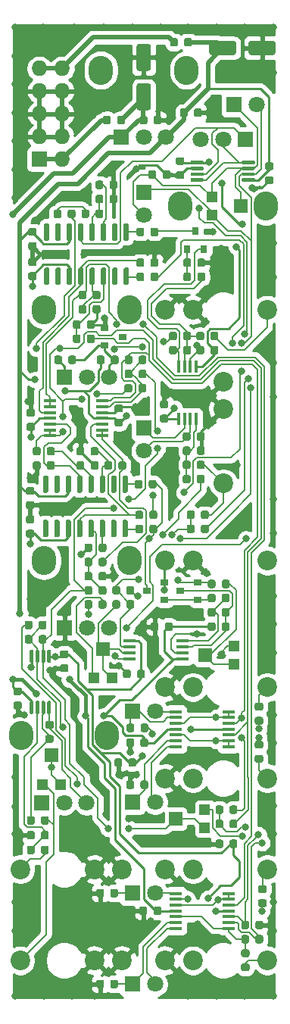
<source format=gbr>
G04 #@! TF.GenerationSoftware,KiCad,Pcbnew,(5.1.6-0-10_14)*
G04 #@! TF.CreationDate,2020-11-24T01:57:37-08:00*
G04 #@! TF.ProjectId,vcf-20,7663662d-3230-42e6-9b69-6361645f7063,rev?*
G04 #@! TF.SameCoordinates,Original*
G04 #@! TF.FileFunction,Copper,L2,Bot*
G04 #@! TF.FilePolarity,Positive*
%FSLAX46Y46*%
G04 Gerber Fmt 4.6, Leading zero omitted, Abs format (unit mm)*
G04 Created by KiCad (PCBNEW (5.1.6-0-10_14)) date 2020-11-24 01:57:37*
%MOMM*%
%LPD*%
G01*
G04 APERTURE LIST*
G04 #@! TA.AperFunction,ComponentPad*
%ADD10C,2.200000*%
G04 #@! TD*
G04 #@! TA.AperFunction,ComponentPad*
%ADD11O,2.720000X3.240000*%
G04 #@! TD*
G04 #@! TA.AperFunction,ComponentPad*
%ADD12C,1.800000*%
G04 #@! TD*
G04 #@! TA.AperFunction,ComponentPad*
%ADD13R,1.800000X1.800000*%
G04 #@! TD*
G04 #@! TA.AperFunction,SMDPad,CuDef*
%ADD14R,0.900000X0.800000*%
G04 #@! TD*
G04 #@! TA.AperFunction,SMDPad,CuDef*
%ADD15R,0.450000X1.450000*%
G04 #@! TD*
G04 #@! TA.AperFunction,SMDPad,CuDef*
%ADD16R,1.450000X0.450000*%
G04 #@! TD*
G04 #@! TA.AperFunction,SMDPad,CuDef*
%ADD17R,1.600000X1.500000*%
G04 #@! TD*
G04 #@! TA.AperFunction,SMDPad,CuDef*
%ADD18R,1.200000X1.200000*%
G04 #@! TD*
G04 #@! TA.AperFunction,SMDPad,CuDef*
%ADD19R,1.500000X1.600000*%
G04 #@! TD*
G04 #@! TA.AperFunction,SMDPad,CuDef*
%ADD20R,0.800000X0.900000*%
G04 #@! TD*
G04 #@! TA.AperFunction,ComponentPad*
%ADD21O,1.727200X1.727200*%
G04 #@! TD*
G04 #@! TA.AperFunction,ComponentPad*
%ADD22R,1.727200X1.727200*%
G04 #@! TD*
G04 #@! TA.AperFunction,ViaPad*
%ADD23C,0.800000*%
G04 #@! TD*
G04 #@! TA.AperFunction,Conductor*
%ADD24C,0.254000*%
G04 #@! TD*
G04 #@! TA.AperFunction,Conductor*
%ADD25C,0.250000*%
G04 #@! TD*
G04 #@! TA.AperFunction,Conductor*
%ADD26C,0.381000*%
G04 #@! TD*
G04 #@! TA.AperFunction,Conductor*
%ADD27C,0.203200*%
G04 #@! TD*
G04 #@! TA.AperFunction,Conductor*
%ADD28C,0.508000*%
G04 #@! TD*
G04 APERTURE END LIST*
D10*
X24120000Y-61770000D03*
X24120000Y-53470000D03*
X24120000Y-50370000D03*
X29040000Y-42360000D03*
X20740000Y-42360000D03*
X17640000Y-42360000D03*
X29040000Y-115080000D03*
X20740000Y-115080000D03*
X17640000Y-115080000D03*
X1430000Y-104900000D03*
X9730000Y-104900000D03*
X12830000Y-104900000D03*
X29040000Y-70390000D03*
X20740000Y-70390000D03*
X17640000Y-70390000D03*
X29040000Y-104900000D03*
X20740000Y-104900000D03*
X17640000Y-104900000D03*
X29040000Y-94720000D03*
X20740000Y-94720000D03*
X17640000Y-94720000D03*
X1430000Y-115080000D03*
X9730000Y-115080000D03*
X12830000Y-115080000D03*
X29040000Y-84540000D03*
X20740000Y-84540000D03*
X17640000Y-84540000D03*
D11*
X28920000Y-30780000D03*
X19320000Y-30780000D03*
D12*
X21620000Y-23280000D03*
X24120000Y-23280000D03*
D13*
X26620000Y-23280000D03*
D11*
X4090000Y-42360000D03*
X13690000Y-42360000D03*
D12*
X11390000Y-49860000D03*
X8890000Y-49860000D03*
D13*
X6390000Y-49860000D03*
D11*
X1550000Y-89960000D03*
X11150000Y-89960000D03*
D12*
X8850000Y-97460000D03*
X6350000Y-97460000D03*
D13*
X3850000Y-97460000D03*
D11*
X4090000Y-70390400D03*
X13690000Y-70390400D03*
D12*
X11390000Y-77890400D03*
X8890000Y-77890400D03*
D13*
X6390000Y-77890400D03*
D11*
X10440000Y-15559800D03*
X20040000Y-15559800D03*
D12*
X17740000Y-23059800D03*
X15240000Y-23059800D03*
D13*
X12740000Y-23059800D03*
G04 #@! TA.AperFunction,SMDPad,CuDef*
G36*
G01*
X27018500Y-110868750D02*
X27018500Y-111381250D01*
G75*
G02*
X26799750Y-111600000I-218750J0D01*
G01*
X26362250Y-111600000D01*
G75*
G02*
X26143500Y-111381250I0J218750D01*
G01*
X26143500Y-110868750D01*
G75*
G02*
X26362250Y-110650000I218750J0D01*
G01*
X26799750Y-110650000D01*
G75*
G02*
X27018500Y-110868750I0J-218750D01*
G01*
G37*
G04 #@! TD.AperFunction*
G04 #@! TA.AperFunction,SMDPad,CuDef*
G36*
G01*
X28593500Y-110868750D02*
X28593500Y-111381250D01*
G75*
G02*
X28374750Y-111600000I-218750J0D01*
G01*
X27937250Y-111600000D01*
G75*
G02*
X27718500Y-111381250I0J218750D01*
G01*
X27718500Y-110868750D01*
G75*
G02*
X27937250Y-110650000I218750J0D01*
G01*
X28374750Y-110650000D01*
G75*
G02*
X28593500Y-110868750I0J-218750D01*
G01*
G37*
G04 #@! TD.AperFunction*
D14*
X12877000Y-45355000D03*
X10877000Y-44405000D03*
X10877000Y-46305000D03*
D15*
X19154500Y-54575500D03*
X19804500Y-54575500D03*
X20454500Y-54575500D03*
X21104500Y-54575500D03*
X21104500Y-48675500D03*
X20454500Y-48675500D03*
X19804500Y-48675500D03*
X19154500Y-48675500D03*
D16*
X13661600Y-79390600D03*
X13661600Y-80040600D03*
X13661600Y-80690600D03*
X13661600Y-81340600D03*
X19561600Y-81340600D03*
X19561600Y-80690600D03*
X19561600Y-80040600D03*
X19561600Y-79390600D03*
G04 #@! TA.AperFunction,SMDPad,CuDef*
G36*
G01*
X17782250Y-53371000D02*
X17269750Y-53371000D01*
G75*
G02*
X17051000Y-53152250I0J218750D01*
G01*
X17051000Y-52714750D01*
G75*
G02*
X17269750Y-52496000I218750J0D01*
G01*
X17782250Y-52496000D01*
G75*
G02*
X18001000Y-52714750I0J-218750D01*
G01*
X18001000Y-53152250D01*
G75*
G02*
X17782250Y-53371000I-218750J0D01*
G01*
G37*
G04 #@! TD.AperFunction*
G04 #@! TA.AperFunction,SMDPad,CuDef*
G36*
G01*
X17782250Y-54946000D02*
X17269750Y-54946000D01*
G75*
G02*
X17051000Y-54727250I0J218750D01*
G01*
X17051000Y-54289750D01*
G75*
G02*
X17269750Y-54071000I218750J0D01*
G01*
X17782250Y-54071000D01*
G75*
G02*
X18001000Y-54289750I0J-218750D01*
G01*
X18001000Y-54727250D01*
G75*
G02*
X17782250Y-54946000I-218750J0D01*
G01*
G37*
G04 #@! TD.AperFunction*
G04 #@! TA.AperFunction,SMDPad,CuDef*
G36*
G01*
X22002000Y-46606750D02*
X22002000Y-47119250D01*
G75*
G02*
X21783250Y-47338000I-218750J0D01*
G01*
X21345750Y-47338000D01*
G75*
G02*
X21127000Y-47119250I0J218750D01*
G01*
X21127000Y-46606750D01*
G75*
G02*
X21345750Y-46388000I218750J0D01*
G01*
X21783250Y-46388000D01*
G75*
G02*
X22002000Y-46606750I0J-218750D01*
G01*
G37*
G04 #@! TD.AperFunction*
G04 #@! TA.AperFunction,SMDPad,CuDef*
G36*
G01*
X23577000Y-46606750D02*
X23577000Y-47119250D01*
G75*
G02*
X23358250Y-47338000I-218750J0D01*
G01*
X22920750Y-47338000D01*
G75*
G02*
X22702000Y-47119250I0J218750D01*
G01*
X22702000Y-46606750D01*
G75*
G02*
X22920750Y-46388000I218750J0D01*
G01*
X23358250Y-46388000D01*
G75*
G02*
X23577000Y-46606750I0J-218750D01*
G01*
G37*
G04 #@! TD.AperFunction*
D17*
X4953000Y-92149000D03*
D18*
X3953000Y-95399000D03*
X5953000Y-95399000D03*
G04 #@! TA.AperFunction,SMDPad,CuDef*
G36*
G01*
X13421500Y-34631500D02*
X13121500Y-34631500D01*
G75*
G02*
X12971500Y-34481500I0J150000D01*
G01*
X12971500Y-32831500D01*
G75*
G02*
X13121500Y-32681500I150000J0D01*
G01*
X13421500Y-32681500D01*
G75*
G02*
X13571500Y-32831500I0J-150000D01*
G01*
X13571500Y-34481500D01*
G75*
G02*
X13421500Y-34631500I-150000J0D01*
G01*
G37*
G04 #@! TD.AperFunction*
G04 #@! TA.AperFunction,SMDPad,CuDef*
G36*
G01*
X12151500Y-34631500D02*
X11851500Y-34631500D01*
G75*
G02*
X11701500Y-34481500I0J150000D01*
G01*
X11701500Y-32831500D01*
G75*
G02*
X11851500Y-32681500I150000J0D01*
G01*
X12151500Y-32681500D01*
G75*
G02*
X12301500Y-32831500I0J-150000D01*
G01*
X12301500Y-34481500D01*
G75*
G02*
X12151500Y-34631500I-150000J0D01*
G01*
G37*
G04 #@! TD.AperFunction*
G04 #@! TA.AperFunction,SMDPad,CuDef*
G36*
G01*
X10881500Y-34631500D02*
X10581500Y-34631500D01*
G75*
G02*
X10431500Y-34481500I0J150000D01*
G01*
X10431500Y-32831500D01*
G75*
G02*
X10581500Y-32681500I150000J0D01*
G01*
X10881500Y-32681500D01*
G75*
G02*
X11031500Y-32831500I0J-150000D01*
G01*
X11031500Y-34481500D01*
G75*
G02*
X10881500Y-34631500I-150000J0D01*
G01*
G37*
G04 #@! TD.AperFunction*
G04 #@! TA.AperFunction,SMDPad,CuDef*
G36*
G01*
X9611500Y-34631500D02*
X9311500Y-34631500D01*
G75*
G02*
X9161500Y-34481500I0J150000D01*
G01*
X9161500Y-32831500D01*
G75*
G02*
X9311500Y-32681500I150000J0D01*
G01*
X9611500Y-32681500D01*
G75*
G02*
X9761500Y-32831500I0J-150000D01*
G01*
X9761500Y-34481500D01*
G75*
G02*
X9611500Y-34631500I-150000J0D01*
G01*
G37*
G04 #@! TD.AperFunction*
G04 #@! TA.AperFunction,SMDPad,CuDef*
G36*
G01*
X8341500Y-34631500D02*
X8041500Y-34631500D01*
G75*
G02*
X7891500Y-34481500I0J150000D01*
G01*
X7891500Y-32831500D01*
G75*
G02*
X8041500Y-32681500I150000J0D01*
G01*
X8341500Y-32681500D01*
G75*
G02*
X8491500Y-32831500I0J-150000D01*
G01*
X8491500Y-34481500D01*
G75*
G02*
X8341500Y-34631500I-150000J0D01*
G01*
G37*
G04 #@! TD.AperFunction*
G04 #@! TA.AperFunction,SMDPad,CuDef*
G36*
G01*
X7071500Y-34631500D02*
X6771500Y-34631500D01*
G75*
G02*
X6621500Y-34481500I0J150000D01*
G01*
X6621500Y-32831500D01*
G75*
G02*
X6771500Y-32681500I150000J0D01*
G01*
X7071500Y-32681500D01*
G75*
G02*
X7221500Y-32831500I0J-150000D01*
G01*
X7221500Y-34481500D01*
G75*
G02*
X7071500Y-34631500I-150000J0D01*
G01*
G37*
G04 #@! TD.AperFunction*
G04 #@! TA.AperFunction,SMDPad,CuDef*
G36*
G01*
X5801500Y-34631500D02*
X5501500Y-34631500D01*
G75*
G02*
X5351500Y-34481500I0J150000D01*
G01*
X5351500Y-32831500D01*
G75*
G02*
X5501500Y-32681500I150000J0D01*
G01*
X5801500Y-32681500D01*
G75*
G02*
X5951500Y-32831500I0J-150000D01*
G01*
X5951500Y-34481500D01*
G75*
G02*
X5801500Y-34631500I-150000J0D01*
G01*
G37*
G04 #@! TD.AperFunction*
G04 #@! TA.AperFunction,SMDPad,CuDef*
G36*
G01*
X4531500Y-34631500D02*
X4231500Y-34631500D01*
G75*
G02*
X4081500Y-34481500I0J150000D01*
G01*
X4081500Y-32831500D01*
G75*
G02*
X4231500Y-32681500I150000J0D01*
G01*
X4531500Y-32681500D01*
G75*
G02*
X4681500Y-32831500I0J-150000D01*
G01*
X4681500Y-34481500D01*
G75*
G02*
X4531500Y-34631500I-150000J0D01*
G01*
G37*
G04 #@! TD.AperFunction*
G04 #@! TA.AperFunction,SMDPad,CuDef*
G36*
G01*
X4531500Y-39581500D02*
X4231500Y-39581500D01*
G75*
G02*
X4081500Y-39431500I0J150000D01*
G01*
X4081500Y-37781500D01*
G75*
G02*
X4231500Y-37631500I150000J0D01*
G01*
X4531500Y-37631500D01*
G75*
G02*
X4681500Y-37781500I0J-150000D01*
G01*
X4681500Y-39431500D01*
G75*
G02*
X4531500Y-39581500I-150000J0D01*
G01*
G37*
G04 #@! TD.AperFunction*
G04 #@! TA.AperFunction,SMDPad,CuDef*
G36*
G01*
X5801500Y-39581500D02*
X5501500Y-39581500D01*
G75*
G02*
X5351500Y-39431500I0J150000D01*
G01*
X5351500Y-37781500D01*
G75*
G02*
X5501500Y-37631500I150000J0D01*
G01*
X5801500Y-37631500D01*
G75*
G02*
X5951500Y-37781500I0J-150000D01*
G01*
X5951500Y-39431500D01*
G75*
G02*
X5801500Y-39581500I-150000J0D01*
G01*
G37*
G04 #@! TD.AperFunction*
G04 #@! TA.AperFunction,SMDPad,CuDef*
G36*
G01*
X7071500Y-39581500D02*
X6771500Y-39581500D01*
G75*
G02*
X6621500Y-39431500I0J150000D01*
G01*
X6621500Y-37781500D01*
G75*
G02*
X6771500Y-37631500I150000J0D01*
G01*
X7071500Y-37631500D01*
G75*
G02*
X7221500Y-37781500I0J-150000D01*
G01*
X7221500Y-39431500D01*
G75*
G02*
X7071500Y-39581500I-150000J0D01*
G01*
G37*
G04 #@! TD.AperFunction*
G04 #@! TA.AperFunction,SMDPad,CuDef*
G36*
G01*
X8341500Y-39581500D02*
X8041500Y-39581500D01*
G75*
G02*
X7891500Y-39431500I0J150000D01*
G01*
X7891500Y-37781500D01*
G75*
G02*
X8041500Y-37631500I150000J0D01*
G01*
X8341500Y-37631500D01*
G75*
G02*
X8491500Y-37781500I0J-150000D01*
G01*
X8491500Y-39431500D01*
G75*
G02*
X8341500Y-39581500I-150000J0D01*
G01*
G37*
G04 #@! TD.AperFunction*
G04 #@! TA.AperFunction,SMDPad,CuDef*
G36*
G01*
X9611500Y-39581500D02*
X9311500Y-39581500D01*
G75*
G02*
X9161500Y-39431500I0J150000D01*
G01*
X9161500Y-37781500D01*
G75*
G02*
X9311500Y-37631500I150000J0D01*
G01*
X9611500Y-37631500D01*
G75*
G02*
X9761500Y-37781500I0J-150000D01*
G01*
X9761500Y-39431500D01*
G75*
G02*
X9611500Y-39581500I-150000J0D01*
G01*
G37*
G04 #@! TD.AperFunction*
G04 #@! TA.AperFunction,SMDPad,CuDef*
G36*
G01*
X10881500Y-39581500D02*
X10581500Y-39581500D01*
G75*
G02*
X10431500Y-39431500I0J150000D01*
G01*
X10431500Y-37781500D01*
G75*
G02*
X10581500Y-37631500I150000J0D01*
G01*
X10881500Y-37631500D01*
G75*
G02*
X11031500Y-37781500I0J-150000D01*
G01*
X11031500Y-39431500D01*
G75*
G02*
X10881500Y-39581500I-150000J0D01*
G01*
G37*
G04 #@! TD.AperFunction*
G04 #@! TA.AperFunction,SMDPad,CuDef*
G36*
G01*
X12151500Y-39581500D02*
X11851500Y-39581500D01*
G75*
G02*
X11701500Y-39431500I0J150000D01*
G01*
X11701500Y-37781500D01*
G75*
G02*
X11851500Y-37631500I150000J0D01*
G01*
X12151500Y-37631500D01*
G75*
G02*
X12301500Y-37781500I0J-150000D01*
G01*
X12301500Y-39431500D01*
G75*
G02*
X12151500Y-39581500I-150000J0D01*
G01*
G37*
G04 #@! TD.AperFunction*
G04 #@! TA.AperFunction,SMDPad,CuDef*
G36*
G01*
X13421500Y-39581500D02*
X13121500Y-39581500D01*
G75*
G02*
X12971500Y-39431500I0J150000D01*
G01*
X12971500Y-37781500D01*
G75*
G02*
X13121500Y-37631500I150000J0D01*
G01*
X13421500Y-37631500D01*
G75*
G02*
X13571500Y-37781500I0J-150000D01*
G01*
X13571500Y-39431500D01*
G75*
G02*
X13421500Y-39581500I-150000J0D01*
G01*
G37*
G04 #@! TD.AperFunction*
G04 #@! TA.AperFunction,SMDPad,CuDef*
G36*
G01*
X8184500Y-45336750D02*
X8184500Y-45849250D01*
G75*
G02*
X7965750Y-46068000I-218750J0D01*
G01*
X7528250Y-46068000D01*
G75*
G02*
X7309500Y-45849250I0J218750D01*
G01*
X7309500Y-45336750D01*
G75*
G02*
X7528250Y-45118000I218750J0D01*
G01*
X7965750Y-45118000D01*
G75*
G02*
X8184500Y-45336750I0J-218750D01*
G01*
G37*
G04 #@! TD.AperFunction*
G04 #@! TA.AperFunction,SMDPad,CuDef*
G36*
G01*
X9759500Y-45336750D02*
X9759500Y-45849250D01*
G75*
G02*
X9540750Y-46068000I-218750J0D01*
G01*
X9103250Y-46068000D01*
G75*
G02*
X8884500Y-45849250I0J218750D01*
G01*
X8884500Y-45336750D01*
G75*
G02*
X9103250Y-45118000I218750J0D01*
G01*
X9540750Y-45118000D01*
G75*
G02*
X9759500Y-45336750I0J-218750D01*
G01*
G37*
G04 #@! TD.AperFunction*
G04 #@! TA.AperFunction,SMDPad,CuDef*
G36*
G01*
X6038000Y-31366750D02*
X6038000Y-31879250D01*
G75*
G02*
X5819250Y-32098000I-218750J0D01*
G01*
X5381750Y-32098000D01*
G75*
G02*
X5163000Y-31879250I0J218750D01*
G01*
X5163000Y-31366750D01*
G75*
G02*
X5381750Y-31148000I218750J0D01*
G01*
X5819250Y-31148000D01*
G75*
G02*
X6038000Y-31366750I0J-218750D01*
G01*
G37*
G04 #@! TD.AperFunction*
G04 #@! TA.AperFunction,SMDPad,CuDef*
G36*
G01*
X7613000Y-31366750D02*
X7613000Y-31879250D01*
G75*
G02*
X7394250Y-32098000I-218750J0D01*
G01*
X6956750Y-32098000D01*
G75*
G02*
X6738000Y-31879250I0J218750D01*
G01*
X6738000Y-31366750D01*
G75*
G02*
X6956750Y-31148000I218750J0D01*
G01*
X7394250Y-31148000D01*
G75*
G02*
X7613000Y-31366750I0J-218750D01*
G01*
G37*
G04 #@! TD.AperFunction*
G04 #@! TA.AperFunction,SMDPad,CuDef*
G36*
G01*
X2537750Y-34792500D02*
X3050250Y-34792500D01*
G75*
G02*
X3269000Y-35011250I0J-218750D01*
G01*
X3269000Y-35448750D01*
G75*
G02*
X3050250Y-35667500I-218750J0D01*
G01*
X2537750Y-35667500D01*
G75*
G02*
X2319000Y-35448750I0J218750D01*
G01*
X2319000Y-35011250D01*
G75*
G02*
X2537750Y-34792500I218750J0D01*
G01*
G37*
G04 #@! TD.AperFunction*
G04 #@! TA.AperFunction,SMDPad,CuDef*
G36*
G01*
X2537750Y-33217500D02*
X3050250Y-33217500D01*
G75*
G02*
X3269000Y-33436250I0J-218750D01*
G01*
X3269000Y-33873750D01*
G75*
G02*
X3050250Y-34092500I-218750J0D01*
G01*
X2537750Y-34092500D01*
G75*
G02*
X2319000Y-33873750I0J218750D01*
G01*
X2319000Y-33436250D01*
G75*
G02*
X2537750Y-33217500I218750J0D01*
G01*
G37*
G04 #@! TD.AperFunction*
G04 #@! TA.AperFunction,SMDPad,CuDef*
G36*
G01*
X3050250Y-37458000D02*
X2537750Y-37458000D01*
G75*
G02*
X2319000Y-37239250I0J218750D01*
G01*
X2319000Y-36801750D01*
G75*
G02*
X2537750Y-36583000I218750J0D01*
G01*
X3050250Y-36583000D01*
G75*
G02*
X3269000Y-36801750I0J-218750D01*
G01*
X3269000Y-37239250D01*
G75*
G02*
X3050250Y-37458000I-218750J0D01*
G01*
G37*
G04 #@! TD.AperFunction*
G04 #@! TA.AperFunction,SMDPad,CuDef*
G36*
G01*
X3050250Y-39033000D02*
X2537750Y-39033000D01*
G75*
G02*
X2319000Y-38814250I0J218750D01*
G01*
X2319000Y-38376750D01*
G75*
G02*
X2537750Y-38158000I218750J0D01*
G01*
X3050250Y-38158000D01*
G75*
G02*
X3269000Y-38376750I0J-218750D01*
G01*
X3269000Y-38814250D01*
G75*
G02*
X3050250Y-39033000I-218750J0D01*
G01*
G37*
G04 #@! TD.AperFunction*
G04 #@! TA.AperFunction,SMDPad,CuDef*
G36*
G01*
X26191500Y-27935500D02*
X26191500Y-27735500D01*
G75*
G02*
X26291500Y-27635500I100000J0D01*
G01*
X27566500Y-27635500D01*
G75*
G02*
X27666500Y-27735500I0J-100000D01*
G01*
X27666500Y-27935500D01*
G75*
G02*
X27566500Y-28035500I-100000J0D01*
G01*
X26291500Y-28035500D01*
G75*
G02*
X26191500Y-27935500I0J100000D01*
G01*
G37*
G04 #@! TD.AperFunction*
G04 #@! TA.AperFunction,SMDPad,CuDef*
G36*
G01*
X26191500Y-27285500D02*
X26191500Y-27085500D01*
G75*
G02*
X26291500Y-26985500I100000J0D01*
G01*
X27566500Y-26985500D01*
G75*
G02*
X27666500Y-27085500I0J-100000D01*
G01*
X27666500Y-27285500D01*
G75*
G02*
X27566500Y-27385500I-100000J0D01*
G01*
X26291500Y-27385500D01*
G75*
G02*
X26191500Y-27285500I0J100000D01*
G01*
G37*
G04 #@! TD.AperFunction*
G04 #@! TA.AperFunction,SMDPad,CuDef*
G36*
G01*
X26191500Y-26635500D02*
X26191500Y-26435500D01*
G75*
G02*
X26291500Y-26335500I100000J0D01*
G01*
X27566500Y-26335500D01*
G75*
G02*
X27666500Y-26435500I0J-100000D01*
G01*
X27666500Y-26635500D01*
G75*
G02*
X27566500Y-26735500I-100000J0D01*
G01*
X26291500Y-26735500D01*
G75*
G02*
X26191500Y-26635500I0J100000D01*
G01*
G37*
G04 #@! TD.AperFunction*
G04 #@! TA.AperFunction,SMDPad,CuDef*
G36*
G01*
X26191500Y-25985500D02*
X26191500Y-25785500D01*
G75*
G02*
X26291500Y-25685500I100000J0D01*
G01*
X27566500Y-25685500D01*
G75*
G02*
X27666500Y-25785500I0J-100000D01*
G01*
X27666500Y-25985500D01*
G75*
G02*
X27566500Y-26085500I-100000J0D01*
G01*
X26291500Y-26085500D01*
G75*
G02*
X26191500Y-25985500I0J100000D01*
G01*
G37*
G04 #@! TD.AperFunction*
G04 #@! TA.AperFunction,SMDPad,CuDef*
G36*
G01*
X20466500Y-25985500D02*
X20466500Y-25785500D01*
G75*
G02*
X20566500Y-25685500I100000J0D01*
G01*
X21841500Y-25685500D01*
G75*
G02*
X21941500Y-25785500I0J-100000D01*
G01*
X21941500Y-25985500D01*
G75*
G02*
X21841500Y-26085500I-100000J0D01*
G01*
X20566500Y-26085500D01*
G75*
G02*
X20466500Y-25985500I0J100000D01*
G01*
G37*
G04 #@! TD.AperFunction*
G04 #@! TA.AperFunction,SMDPad,CuDef*
G36*
G01*
X20466500Y-26635500D02*
X20466500Y-26435500D01*
G75*
G02*
X20566500Y-26335500I100000J0D01*
G01*
X21841500Y-26335500D01*
G75*
G02*
X21941500Y-26435500I0J-100000D01*
G01*
X21941500Y-26635500D01*
G75*
G02*
X21841500Y-26735500I-100000J0D01*
G01*
X20566500Y-26735500D01*
G75*
G02*
X20466500Y-26635500I0J100000D01*
G01*
G37*
G04 #@! TD.AperFunction*
G04 #@! TA.AperFunction,SMDPad,CuDef*
G36*
G01*
X20466500Y-27285500D02*
X20466500Y-27085500D01*
G75*
G02*
X20566500Y-26985500I100000J0D01*
G01*
X21841500Y-26985500D01*
G75*
G02*
X21941500Y-27085500I0J-100000D01*
G01*
X21941500Y-27285500D01*
G75*
G02*
X21841500Y-27385500I-100000J0D01*
G01*
X20566500Y-27385500D01*
G75*
G02*
X20466500Y-27285500I0J100000D01*
G01*
G37*
G04 #@! TD.AperFunction*
G04 #@! TA.AperFunction,SMDPad,CuDef*
G36*
G01*
X20466500Y-27935500D02*
X20466500Y-27735500D01*
G75*
G02*
X20566500Y-27635500I100000J0D01*
G01*
X21841500Y-27635500D01*
G75*
G02*
X21941500Y-27735500I0J-100000D01*
G01*
X21941500Y-27935500D01*
G75*
G02*
X21841500Y-28035500I-100000J0D01*
G01*
X20566500Y-28035500D01*
G75*
G02*
X20466500Y-27935500I0J100000D01*
G01*
G37*
G04 #@! TD.AperFunction*
G04 #@! TA.AperFunction,SMDPad,CuDef*
G36*
G01*
X4758000Y-81822000D02*
X4558000Y-81822000D01*
G75*
G02*
X4458000Y-81722000I0J100000D01*
G01*
X4458000Y-80447000D01*
G75*
G02*
X4558000Y-80347000I100000J0D01*
G01*
X4758000Y-80347000D01*
G75*
G02*
X4858000Y-80447000I0J-100000D01*
G01*
X4858000Y-81722000D01*
G75*
G02*
X4758000Y-81822000I-100000J0D01*
G01*
G37*
G04 #@! TD.AperFunction*
G04 #@! TA.AperFunction,SMDPad,CuDef*
G36*
G01*
X4108000Y-81822000D02*
X3908000Y-81822000D01*
G75*
G02*
X3808000Y-81722000I0J100000D01*
G01*
X3808000Y-80447000D01*
G75*
G02*
X3908000Y-80347000I100000J0D01*
G01*
X4108000Y-80347000D01*
G75*
G02*
X4208000Y-80447000I0J-100000D01*
G01*
X4208000Y-81722000D01*
G75*
G02*
X4108000Y-81822000I-100000J0D01*
G01*
G37*
G04 #@! TD.AperFunction*
G04 #@! TA.AperFunction,SMDPad,CuDef*
G36*
G01*
X3458000Y-81822000D02*
X3258000Y-81822000D01*
G75*
G02*
X3158000Y-81722000I0J100000D01*
G01*
X3158000Y-80447000D01*
G75*
G02*
X3258000Y-80347000I100000J0D01*
G01*
X3458000Y-80347000D01*
G75*
G02*
X3558000Y-80447000I0J-100000D01*
G01*
X3558000Y-81722000D01*
G75*
G02*
X3458000Y-81822000I-100000J0D01*
G01*
G37*
G04 #@! TD.AperFunction*
G04 #@! TA.AperFunction,SMDPad,CuDef*
G36*
G01*
X2808000Y-81822000D02*
X2608000Y-81822000D01*
G75*
G02*
X2508000Y-81722000I0J100000D01*
G01*
X2508000Y-80447000D01*
G75*
G02*
X2608000Y-80347000I100000J0D01*
G01*
X2808000Y-80347000D01*
G75*
G02*
X2908000Y-80447000I0J-100000D01*
G01*
X2908000Y-81722000D01*
G75*
G02*
X2808000Y-81822000I-100000J0D01*
G01*
G37*
G04 #@! TD.AperFunction*
G04 #@! TA.AperFunction,SMDPad,CuDef*
G36*
G01*
X2808000Y-87547000D02*
X2608000Y-87547000D01*
G75*
G02*
X2508000Y-87447000I0J100000D01*
G01*
X2508000Y-86172000D01*
G75*
G02*
X2608000Y-86072000I100000J0D01*
G01*
X2808000Y-86072000D01*
G75*
G02*
X2908000Y-86172000I0J-100000D01*
G01*
X2908000Y-87447000D01*
G75*
G02*
X2808000Y-87547000I-100000J0D01*
G01*
G37*
G04 #@! TD.AperFunction*
G04 #@! TA.AperFunction,SMDPad,CuDef*
G36*
G01*
X3458000Y-87547000D02*
X3258000Y-87547000D01*
G75*
G02*
X3158000Y-87447000I0J100000D01*
G01*
X3158000Y-86172000D01*
G75*
G02*
X3258000Y-86072000I100000J0D01*
G01*
X3458000Y-86072000D01*
G75*
G02*
X3558000Y-86172000I0J-100000D01*
G01*
X3558000Y-87447000D01*
G75*
G02*
X3458000Y-87547000I-100000J0D01*
G01*
G37*
G04 #@! TD.AperFunction*
G04 #@! TA.AperFunction,SMDPad,CuDef*
G36*
G01*
X4108000Y-87547000D02*
X3908000Y-87547000D01*
G75*
G02*
X3808000Y-87447000I0J100000D01*
G01*
X3808000Y-86172000D01*
G75*
G02*
X3908000Y-86072000I100000J0D01*
G01*
X4108000Y-86072000D01*
G75*
G02*
X4208000Y-86172000I0J-100000D01*
G01*
X4208000Y-87447000D01*
G75*
G02*
X4108000Y-87547000I-100000J0D01*
G01*
G37*
G04 #@! TD.AperFunction*
G04 #@! TA.AperFunction,SMDPad,CuDef*
G36*
G01*
X4758000Y-87547000D02*
X4558000Y-87547000D01*
G75*
G02*
X4458000Y-87447000I0J100000D01*
G01*
X4458000Y-86172000D01*
G75*
G02*
X4558000Y-86072000I100000J0D01*
G01*
X4758000Y-86072000D01*
G75*
G02*
X4858000Y-86172000I0J-100000D01*
G01*
X4858000Y-87447000D01*
G75*
G02*
X4758000Y-87547000I-100000J0D01*
G01*
G37*
G04 #@! TD.AperFunction*
D19*
X26098500Y-30734000D03*
D18*
X22848500Y-29734000D03*
X22848500Y-31734000D03*
G04 #@! TA.AperFunction,SMDPad,CuDef*
G36*
G01*
X21178000Y-59946250D02*
X21178000Y-59433750D01*
G75*
G02*
X21396750Y-59215000I218750J0D01*
G01*
X21834250Y-59215000D01*
G75*
G02*
X22053000Y-59433750I0J-218750D01*
G01*
X22053000Y-59946250D01*
G75*
G02*
X21834250Y-60165000I-218750J0D01*
G01*
X21396750Y-60165000D01*
G75*
G02*
X21178000Y-59946250I0J218750D01*
G01*
G37*
G04 #@! TD.AperFunction*
G04 #@! TA.AperFunction,SMDPad,CuDef*
G36*
G01*
X19603000Y-59946250D02*
X19603000Y-59433750D01*
G75*
G02*
X19821750Y-59215000I218750J0D01*
G01*
X20259250Y-59215000D01*
G75*
G02*
X20478000Y-59433750I0J-218750D01*
G01*
X20478000Y-59946250D01*
G75*
G02*
X20259250Y-60165000I-218750J0D01*
G01*
X19821750Y-60165000D01*
G75*
G02*
X19603000Y-59946250I0J218750D01*
G01*
G37*
G04 #@! TD.AperFunction*
G04 #@! TA.AperFunction,SMDPad,CuDef*
G36*
G01*
X20478000Y-57846250D02*
X20478000Y-58358750D01*
G75*
G02*
X20259250Y-58577500I-218750J0D01*
G01*
X19821750Y-58577500D01*
G75*
G02*
X19603000Y-58358750I0J218750D01*
G01*
X19603000Y-57846250D01*
G75*
G02*
X19821750Y-57627500I218750J0D01*
G01*
X20259250Y-57627500D01*
G75*
G02*
X20478000Y-57846250I0J-218750D01*
G01*
G37*
G04 #@! TD.AperFunction*
G04 #@! TA.AperFunction,SMDPad,CuDef*
G36*
G01*
X22053000Y-57846250D02*
X22053000Y-58358750D01*
G75*
G02*
X21834250Y-58577500I-218750J0D01*
G01*
X21396750Y-58577500D01*
G75*
G02*
X21178000Y-58358750I0J218750D01*
G01*
X21178000Y-57846250D01*
G75*
G02*
X21396750Y-57627500I218750J0D01*
G01*
X21834250Y-57627500D01*
G75*
G02*
X22053000Y-57846250I0J-218750D01*
G01*
G37*
G04 #@! TD.AperFunction*
G04 #@! TA.AperFunction,SMDPad,CuDef*
G36*
G01*
X21178000Y-61533750D02*
X21178000Y-61021250D01*
G75*
G02*
X21396750Y-60802500I218750J0D01*
G01*
X21834250Y-60802500D01*
G75*
G02*
X22053000Y-61021250I0J-218750D01*
G01*
X22053000Y-61533750D01*
G75*
G02*
X21834250Y-61752500I-218750J0D01*
G01*
X21396750Y-61752500D01*
G75*
G02*
X21178000Y-61533750I0J218750D01*
G01*
G37*
G04 #@! TD.AperFunction*
G04 #@! TA.AperFunction,SMDPad,CuDef*
G36*
G01*
X19603000Y-61533750D02*
X19603000Y-61021250D01*
G75*
G02*
X19821750Y-60802500I218750J0D01*
G01*
X20259250Y-60802500D01*
G75*
G02*
X20478000Y-61021250I0J-218750D01*
G01*
X20478000Y-61533750D01*
G75*
G02*
X20259250Y-61752500I-218750J0D01*
G01*
X19821750Y-61752500D01*
G75*
G02*
X19603000Y-61533750I0J218750D01*
G01*
G37*
G04 #@! TD.AperFunction*
G04 #@! TA.AperFunction,SMDPad,CuDef*
G36*
G01*
X9532000Y-42547250D02*
X9532000Y-42034750D01*
G75*
G02*
X9750750Y-41816000I218750J0D01*
G01*
X10188250Y-41816000D01*
G75*
G02*
X10407000Y-42034750I0J-218750D01*
G01*
X10407000Y-42547250D01*
G75*
G02*
X10188250Y-42766000I-218750J0D01*
G01*
X9750750Y-42766000D01*
G75*
G02*
X9532000Y-42547250I0J218750D01*
G01*
G37*
G04 #@! TD.AperFunction*
G04 #@! TA.AperFunction,SMDPad,CuDef*
G36*
G01*
X7957000Y-42547250D02*
X7957000Y-42034750D01*
G75*
G02*
X8175750Y-41816000I218750J0D01*
G01*
X8613250Y-41816000D01*
G75*
G02*
X8832000Y-42034750I0J-218750D01*
G01*
X8832000Y-42547250D01*
G75*
G02*
X8613250Y-42766000I-218750J0D01*
G01*
X8175750Y-42766000D01*
G75*
G02*
X7957000Y-42547250I0J218750D01*
G01*
G37*
G04 #@! TD.AperFunction*
G04 #@! TA.AperFunction,SMDPad,CuDef*
G36*
G01*
X8884500Y-44261750D02*
X8884500Y-43749250D01*
G75*
G02*
X9103250Y-43530500I218750J0D01*
G01*
X9540750Y-43530500D01*
G75*
G02*
X9759500Y-43749250I0J-218750D01*
G01*
X9759500Y-44261750D01*
G75*
G02*
X9540750Y-44480500I-218750J0D01*
G01*
X9103250Y-44480500D01*
G75*
G02*
X8884500Y-44261750I0J218750D01*
G01*
G37*
G04 #@! TD.AperFunction*
G04 #@! TA.AperFunction,SMDPad,CuDef*
G36*
G01*
X7309500Y-44261750D02*
X7309500Y-43749250D01*
G75*
G02*
X7528250Y-43530500I218750J0D01*
G01*
X7965750Y-43530500D01*
G75*
G02*
X8184500Y-43749250I0J-218750D01*
G01*
X8184500Y-44261750D01*
G75*
G02*
X7965750Y-44480500I-218750J0D01*
G01*
X7528250Y-44480500D01*
G75*
G02*
X7309500Y-44261750I0J218750D01*
G01*
G37*
G04 #@! TD.AperFunction*
G04 #@! TA.AperFunction,SMDPad,CuDef*
G36*
G01*
X15996500Y-38927750D02*
X15996500Y-38415250D01*
G75*
G02*
X16215250Y-38196500I218750J0D01*
G01*
X16652750Y-38196500D01*
G75*
G02*
X16871500Y-38415250I0J-218750D01*
G01*
X16871500Y-38927750D01*
G75*
G02*
X16652750Y-39146500I-218750J0D01*
G01*
X16215250Y-39146500D01*
G75*
G02*
X15996500Y-38927750I0J218750D01*
G01*
G37*
G04 #@! TD.AperFunction*
G04 #@! TA.AperFunction,SMDPad,CuDef*
G36*
G01*
X14421500Y-38927750D02*
X14421500Y-38415250D01*
G75*
G02*
X14640250Y-38196500I218750J0D01*
G01*
X15077750Y-38196500D01*
G75*
G02*
X15296500Y-38415250I0J-218750D01*
G01*
X15296500Y-38927750D01*
G75*
G02*
X15077750Y-39146500I-218750J0D01*
G01*
X14640250Y-39146500D01*
G75*
G02*
X14421500Y-38927750I0J218750D01*
G01*
G37*
G04 #@! TD.AperFunction*
G04 #@! TA.AperFunction,SMDPad,CuDef*
G36*
G01*
X8832000Y-40447250D02*
X8832000Y-40959750D01*
G75*
G02*
X8613250Y-41178500I-218750J0D01*
G01*
X8175750Y-41178500D01*
G75*
G02*
X7957000Y-40959750I0J218750D01*
G01*
X7957000Y-40447250D01*
G75*
G02*
X8175750Y-40228500I218750J0D01*
G01*
X8613250Y-40228500D01*
G75*
G02*
X8832000Y-40447250I0J-218750D01*
G01*
G37*
G04 #@! TD.AperFunction*
G04 #@! TA.AperFunction,SMDPad,CuDef*
G36*
G01*
X10407000Y-40447250D02*
X10407000Y-40959750D01*
G75*
G02*
X10188250Y-41178500I-218750J0D01*
G01*
X9750750Y-41178500D01*
G75*
G02*
X9532000Y-40959750I0J218750D01*
G01*
X9532000Y-40447250D01*
G75*
G02*
X9750750Y-40228500I218750J0D01*
G01*
X10188250Y-40228500D01*
G75*
G02*
X10407000Y-40447250I0J-218750D01*
G01*
G37*
G04 #@! TD.AperFunction*
D19*
X18806500Y-99250500D03*
D18*
X22056500Y-100250500D03*
X22056500Y-98250500D03*
G04 #@! TA.AperFunction,SMDPad,CuDef*
G36*
G01*
X24135500Y-99565750D02*
X24135500Y-100078250D01*
G75*
G02*
X23916750Y-100297000I-218750J0D01*
G01*
X23479250Y-100297000D01*
G75*
G02*
X23260500Y-100078250I0J218750D01*
G01*
X23260500Y-99565750D01*
G75*
G02*
X23479250Y-99347000I218750J0D01*
G01*
X23916750Y-99347000D01*
G75*
G02*
X24135500Y-99565750I0J-218750D01*
G01*
G37*
G04 #@! TD.AperFunction*
G04 #@! TA.AperFunction,SMDPad,CuDef*
G36*
G01*
X25710500Y-99565750D02*
X25710500Y-100078250D01*
G75*
G02*
X25491750Y-100297000I-218750J0D01*
G01*
X25054250Y-100297000D01*
G75*
G02*
X24835500Y-100078250I0J218750D01*
G01*
X24835500Y-99565750D01*
G75*
G02*
X25054250Y-99347000I218750J0D01*
G01*
X25491750Y-99347000D01*
G75*
G02*
X25710500Y-99565750I0J-218750D01*
G01*
G37*
G04 #@! TD.AperFunction*
G04 #@! TA.AperFunction,SMDPad,CuDef*
G36*
G01*
X27018500Y-112456250D02*
X27018500Y-112968750D01*
G75*
G02*
X26799750Y-113187500I-218750J0D01*
G01*
X26362250Y-113187500D01*
G75*
G02*
X26143500Y-112968750I0J218750D01*
G01*
X26143500Y-112456250D01*
G75*
G02*
X26362250Y-112237500I218750J0D01*
G01*
X26799750Y-112237500D01*
G75*
G02*
X27018500Y-112456250I0J-218750D01*
G01*
G37*
G04 #@! TD.AperFunction*
G04 #@! TA.AperFunction,SMDPad,CuDef*
G36*
G01*
X28593500Y-112456250D02*
X28593500Y-112968750D01*
G75*
G02*
X28374750Y-113187500I-218750J0D01*
G01*
X27937250Y-113187500D01*
G75*
G02*
X27718500Y-112968750I0J218750D01*
G01*
X27718500Y-112456250D01*
G75*
G02*
X27937250Y-112237500I218750J0D01*
G01*
X28374750Y-112237500D01*
G75*
G02*
X28593500Y-112456250I0J-218750D01*
G01*
G37*
G04 #@! TD.AperFunction*
G04 #@! TA.AperFunction,SMDPad,CuDef*
G36*
G01*
X24135500Y-97978250D02*
X24135500Y-98490750D01*
G75*
G02*
X23916750Y-98709500I-218750J0D01*
G01*
X23479250Y-98709500D01*
G75*
G02*
X23260500Y-98490750I0J218750D01*
G01*
X23260500Y-97978250D01*
G75*
G02*
X23479250Y-97759500I218750J0D01*
G01*
X23916750Y-97759500D01*
G75*
G02*
X24135500Y-97978250I0J-218750D01*
G01*
G37*
G04 #@! TD.AperFunction*
G04 #@! TA.AperFunction,SMDPad,CuDef*
G36*
G01*
X25710500Y-97978250D02*
X25710500Y-98490750D01*
G75*
G02*
X25491750Y-98709500I-218750J0D01*
G01*
X25054250Y-98709500D01*
G75*
G02*
X24835500Y-98490750I0J218750D01*
G01*
X24835500Y-97978250D01*
G75*
G02*
X25054250Y-97759500I218750J0D01*
G01*
X25491750Y-97759500D01*
G75*
G02*
X25710500Y-97978250I0J-218750D01*
G01*
G37*
G04 #@! TD.AperFunction*
G04 #@! TA.AperFunction,SMDPad,CuDef*
G36*
G01*
X4442750Y-89885000D02*
X4955250Y-89885000D01*
G75*
G02*
X5174000Y-90103750I0J-218750D01*
G01*
X5174000Y-90541250D01*
G75*
G02*
X4955250Y-90760000I-218750J0D01*
G01*
X4442750Y-90760000D01*
G75*
G02*
X4224000Y-90541250I0J218750D01*
G01*
X4224000Y-90103750D01*
G75*
G02*
X4442750Y-89885000I218750J0D01*
G01*
G37*
G04 #@! TD.AperFunction*
G04 #@! TA.AperFunction,SMDPad,CuDef*
G36*
G01*
X4442750Y-88310000D02*
X4955250Y-88310000D01*
G75*
G02*
X5174000Y-88528750I0J-218750D01*
G01*
X5174000Y-88966250D01*
G75*
G02*
X4955250Y-89185000I-218750J0D01*
G01*
X4442750Y-89185000D01*
G75*
G02*
X4224000Y-88966250I0J218750D01*
G01*
X4224000Y-88528750D01*
G75*
G02*
X4442750Y-88310000I218750J0D01*
G01*
G37*
G04 #@! TD.AperFunction*
G04 #@! TA.AperFunction,SMDPad,CuDef*
G36*
G01*
X15996500Y-37340250D02*
X15996500Y-36827750D01*
G75*
G02*
X16215250Y-36609000I218750J0D01*
G01*
X16652750Y-36609000D01*
G75*
G02*
X16871500Y-36827750I0J-218750D01*
G01*
X16871500Y-37340250D01*
G75*
G02*
X16652750Y-37559000I-218750J0D01*
G01*
X16215250Y-37559000D01*
G75*
G02*
X15996500Y-37340250I0J218750D01*
G01*
G37*
G04 #@! TD.AperFunction*
G04 #@! TA.AperFunction,SMDPad,CuDef*
G36*
G01*
X14421500Y-37340250D02*
X14421500Y-36827750D01*
G75*
G02*
X14640250Y-36609000I218750J0D01*
G01*
X15077750Y-36609000D01*
G75*
G02*
X15296500Y-36827750I0J-218750D01*
G01*
X15296500Y-37340250D01*
G75*
G02*
X15077750Y-37559000I-218750J0D01*
G01*
X14640250Y-37559000D01*
G75*
G02*
X14421500Y-37340250I0J218750D01*
G01*
G37*
G04 #@! TD.AperFunction*
G04 #@! TA.AperFunction,SMDPad,CuDef*
G36*
G01*
X6101500Y-47686250D02*
X6101500Y-48198750D01*
G75*
G02*
X5882750Y-48417500I-218750J0D01*
G01*
X5445250Y-48417500D01*
G75*
G02*
X5226500Y-48198750I0J218750D01*
G01*
X5226500Y-47686250D01*
G75*
G02*
X5445250Y-47467500I218750J0D01*
G01*
X5882750Y-47467500D01*
G75*
G02*
X6101500Y-47686250I0J-218750D01*
G01*
G37*
G04 #@! TD.AperFunction*
G04 #@! TA.AperFunction,SMDPad,CuDef*
G36*
G01*
X7676500Y-47686250D02*
X7676500Y-48198750D01*
G75*
G02*
X7457750Y-48417500I-218750J0D01*
G01*
X7020250Y-48417500D01*
G75*
G02*
X6801500Y-48198750I0J218750D01*
G01*
X6801500Y-47686250D01*
G75*
G02*
X7020250Y-47467500I218750J0D01*
G01*
X7457750Y-47467500D01*
G75*
G02*
X7676500Y-47686250I0J-218750D01*
G01*
G37*
G04 #@! TD.AperFunction*
D12*
X16510000Y-107549000D03*
D13*
X13970000Y-107549000D03*
G04 #@! TA.AperFunction,SMDPad,CuDef*
G36*
G01*
X11715000Y-59497250D02*
X11715000Y-60009750D01*
G75*
G02*
X11496250Y-60228500I-218750J0D01*
G01*
X11058750Y-60228500D01*
G75*
G02*
X10840000Y-60009750I0J218750D01*
G01*
X10840000Y-59497250D01*
G75*
G02*
X11058750Y-59278500I218750J0D01*
G01*
X11496250Y-59278500D01*
G75*
G02*
X11715000Y-59497250I0J-218750D01*
G01*
G37*
G04 #@! TD.AperFunction*
G04 #@! TA.AperFunction,SMDPad,CuDef*
G36*
G01*
X13290000Y-59497250D02*
X13290000Y-60009750D01*
G75*
G02*
X13071250Y-60228500I-218750J0D01*
G01*
X12633750Y-60228500D01*
G75*
G02*
X12415000Y-60009750I0J218750D01*
G01*
X12415000Y-59497250D01*
G75*
G02*
X12633750Y-59278500I218750J0D01*
G01*
X13071250Y-59278500D01*
G75*
G02*
X13290000Y-59497250I0J-218750D01*
G01*
G37*
G04 #@! TD.AperFunction*
G04 #@! TA.AperFunction,SMDPad,CuDef*
G36*
G01*
X23272000Y-74318150D02*
X23272000Y-74830650D01*
G75*
G02*
X23053250Y-75049400I-218750J0D01*
G01*
X22615750Y-75049400D01*
G75*
G02*
X22397000Y-74830650I0J218750D01*
G01*
X22397000Y-74318150D01*
G75*
G02*
X22615750Y-74099400I218750J0D01*
G01*
X23053250Y-74099400D01*
G75*
G02*
X23272000Y-74318150I0J-218750D01*
G01*
G37*
G04 #@! TD.AperFunction*
G04 #@! TA.AperFunction,SMDPad,CuDef*
G36*
G01*
X24847000Y-74318150D02*
X24847000Y-74830650D01*
G75*
G02*
X24628250Y-75049400I-218750J0D01*
G01*
X24190750Y-75049400D01*
G75*
G02*
X23972000Y-74830650I0J218750D01*
G01*
X23972000Y-74318150D01*
G75*
G02*
X24190750Y-74099400I218750J0D01*
G01*
X24628250Y-74099400D01*
G75*
G02*
X24847000Y-74318150I0J-218750D01*
G01*
G37*
G04 #@! TD.AperFunction*
D12*
X15240000Y-58115200D03*
D13*
X15240000Y-55575200D03*
D12*
X16510000Y-117729000D03*
D13*
X13970000Y-117729000D03*
D12*
X16510000Y-97369000D03*
D13*
X13970000Y-97369000D03*
D12*
X16510000Y-87189000D03*
D13*
X13970000Y-87189000D03*
D12*
X27876500Y-19431000D03*
D13*
X25336500Y-19431000D03*
D12*
X15240000Y-31750000D03*
D13*
X15240000Y-29210000D03*
D16*
X4733500Y-52533000D03*
X4733500Y-53183000D03*
X4733500Y-53833000D03*
X4733500Y-54483000D03*
X4733500Y-55133000D03*
X4733500Y-55783000D03*
X4733500Y-56433000D03*
X10633500Y-56433000D03*
X10633500Y-55783000D03*
X10633500Y-55133000D03*
X10633500Y-54483000D03*
X10633500Y-53833000D03*
X10633500Y-53183000D03*
X10633500Y-52533000D03*
G04 #@! TA.AperFunction,SMDPad,CuDef*
G36*
G01*
X12702250Y-53815500D02*
X12189750Y-53815500D01*
G75*
G02*
X11971000Y-53596750I0J218750D01*
G01*
X11971000Y-53159250D01*
G75*
G02*
X12189750Y-52940500I218750J0D01*
G01*
X12702250Y-52940500D01*
G75*
G02*
X12921000Y-53159250I0J-218750D01*
G01*
X12921000Y-53596750D01*
G75*
G02*
X12702250Y-53815500I-218750J0D01*
G01*
G37*
G04 #@! TD.AperFunction*
G04 #@! TA.AperFunction,SMDPad,CuDef*
G36*
G01*
X12702250Y-55390500D02*
X12189750Y-55390500D01*
G75*
G02*
X11971000Y-55171750I0J218750D01*
G01*
X11971000Y-54734250D01*
G75*
G02*
X12189750Y-54515500I218750J0D01*
G01*
X12702250Y-54515500D01*
G75*
G02*
X12921000Y-54734250I0J-218750D01*
G01*
X12921000Y-55171750D01*
G75*
G02*
X12702250Y-55390500I-218750J0D01*
G01*
G37*
G04 #@! TD.AperFunction*
G04 #@! TA.AperFunction,SMDPad,CuDef*
G36*
G01*
X13797700Y-82801750D02*
X13797700Y-83314250D01*
G75*
G02*
X13578950Y-83533000I-218750J0D01*
G01*
X13141450Y-83533000D01*
G75*
G02*
X12922700Y-83314250I0J218750D01*
G01*
X12922700Y-82801750D01*
G75*
G02*
X13141450Y-82583000I218750J0D01*
G01*
X13578950Y-82583000D01*
G75*
G02*
X13797700Y-82801750I0J-218750D01*
G01*
G37*
G04 #@! TD.AperFunction*
G04 #@! TA.AperFunction,SMDPad,CuDef*
G36*
G01*
X15372700Y-82801750D02*
X15372700Y-83314250D01*
G75*
G02*
X15153950Y-83533000I-218750J0D01*
G01*
X14716450Y-83533000D01*
G75*
G02*
X14497700Y-83314250I0J218750D01*
G01*
X14497700Y-82801750D01*
G75*
G02*
X14716450Y-82583000I218750J0D01*
G01*
X15153950Y-82583000D01*
G75*
G02*
X15372700Y-82801750I0J-218750D01*
G01*
G37*
G04 #@! TD.AperFunction*
G04 #@! TA.AperFunction,SMDPad,CuDef*
G36*
G01*
X16896500Y-77518550D02*
X16896500Y-78031050D01*
G75*
G02*
X16677750Y-78249800I-218750J0D01*
G01*
X16240250Y-78249800D01*
G75*
G02*
X16021500Y-78031050I0J218750D01*
G01*
X16021500Y-77518550D01*
G75*
G02*
X16240250Y-77299800I218750J0D01*
G01*
X16677750Y-77299800D01*
G75*
G02*
X16896500Y-77518550I0J-218750D01*
G01*
G37*
G04 #@! TD.AperFunction*
G04 #@! TA.AperFunction,SMDPad,CuDef*
G36*
G01*
X18471500Y-77518550D02*
X18471500Y-78031050D01*
G75*
G02*
X18252750Y-78249800I-218750J0D01*
G01*
X17815250Y-78249800D01*
G75*
G02*
X17596500Y-78031050I0J218750D01*
G01*
X17596500Y-77518550D01*
G75*
G02*
X17815250Y-77299800I218750J0D01*
G01*
X18252750Y-77299800D01*
G75*
G02*
X18471500Y-77518550I0J-218750D01*
G01*
G37*
G04 #@! TD.AperFunction*
G04 #@! TA.AperFunction,SMDPad,CuDef*
G36*
G01*
X2283750Y-63748500D02*
X2796250Y-63748500D01*
G75*
G02*
X3015000Y-63967250I0J-218750D01*
G01*
X3015000Y-64404750D01*
G75*
G02*
X2796250Y-64623500I-218750J0D01*
G01*
X2283750Y-64623500D01*
G75*
G02*
X2065000Y-64404750I0J218750D01*
G01*
X2065000Y-63967250D01*
G75*
G02*
X2283750Y-63748500I218750J0D01*
G01*
G37*
G04 #@! TD.AperFunction*
G04 #@! TA.AperFunction,SMDPad,CuDef*
G36*
G01*
X2283750Y-62173500D02*
X2796250Y-62173500D01*
G75*
G02*
X3015000Y-62392250I0J-218750D01*
G01*
X3015000Y-62829750D01*
G75*
G02*
X2796250Y-63048500I-218750J0D01*
G01*
X2283750Y-63048500D01*
G75*
G02*
X2065000Y-62829750I0J218750D01*
G01*
X2065000Y-62392250D01*
G75*
G02*
X2283750Y-62173500I218750J0D01*
G01*
G37*
G04 #@! TD.AperFunction*
G04 #@! TA.AperFunction,SMDPad,CuDef*
G36*
G01*
X29017250Y-25864000D02*
X29529750Y-25864000D01*
G75*
G02*
X29748500Y-26082750I0J-218750D01*
G01*
X29748500Y-26520250D01*
G75*
G02*
X29529750Y-26739000I-218750J0D01*
G01*
X29017250Y-26739000D01*
G75*
G02*
X28798500Y-26520250I0J218750D01*
G01*
X28798500Y-26082750D01*
G75*
G02*
X29017250Y-25864000I218750J0D01*
G01*
G37*
G04 #@! TD.AperFunction*
G04 #@! TA.AperFunction,SMDPad,CuDef*
G36*
G01*
X29017250Y-27439000D02*
X29529750Y-27439000D01*
G75*
G02*
X29748500Y-27657750I0J-218750D01*
G01*
X29748500Y-28095250D01*
G75*
G02*
X29529750Y-28314000I-218750J0D01*
G01*
X29017250Y-28314000D01*
G75*
G02*
X28798500Y-28095250I0J218750D01*
G01*
X28798500Y-27657750D01*
G75*
G02*
X29017250Y-27439000I218750J0D01*
G01*
G37*
G04 #@! TD.AperFunction*
G04 #@! TA.AperFunction,SMDPad,CuDef*
G36*
G01*
X2796250Y-66236000D02*
X2283750Y-66236000D01*
G75*
G02*
X2065000Y-66017250I0J218750D01*
G01*
X2065000Y-65579750D01*
G75*
G02*
X2283750Y-65361000I218750J0D01*
G01*
X2796250Y-65361000D01*
G75*
G02*
X3015000Y-65579750I0J-218750D01*
G01*
X3015000Y-66017250D01*
G75*
G02*
X2796250Y-66236000I-218750J0D01*
G01*
G37*
G04 #@! TD.AperFunction*
G04 #@! TA.AperFunction,SMDPad,CuDef*
G36*
G01*
X2796250Y-67811000D02*
X2283750Y-67811000D01*
G75*
G02*
X2065000Y-67592250I0J218750D01*
G01*
X2065000Y-67154750D01*
G75*
G02*
X2283750Y-66936000I218750J0D01*
G01*
X2796250Y-66936000D01*
G75*
G02*
X3015000Y-67154750I0J-218750D01*
G01*
X3015000Y-67592250D01*
G75*
G02*
X2796250Y-67811000I-218750J0D01*
G01*
G37*
G04 #@! TD.AperFunction*
G04 #@! TA.AperFunction,SMDPad,CuDef*
G36*
G01*
X19047750Y-26867500D02*
X19560250Y-26867500D01*
G75*
G02*
X19779000Y-27086250I0J-218750D01*
G01*
X19779000Y-27523750D01*
G75*
G02*
X19560250Y-27742500I-218750J0D01*
G01*
X19047750Y-27742500D01*
G75*
G02*
X18829000Y-27523750I0J218750D01*
G01*
X18829000Y-27086250D01*
G75*
G02*
X19047750Y-26867500I218750J0D01*
G01*
G37*
G04 #@! TD.AperFunction*
G04 #@! TA.AperFunction,SMDPad,CuDef*
G36*
G01*
X19047750Y-25292500D02*
X19560250Y-25292500D01*
G75*
G02*
X19779000Y-25511250I0J-218750D01*
G01*
X19779000Y-25948750D01*
G75*
G02*
X19560250Y-26167500I-218750J0D01*
G01*
X19047750Y-26167500D01*
G75*
G02*
X18829000Y-25948750I0J218750D01*
G01*
X18829000Y-25511250D01*
G75*
G02*
X19047750Y-25292500I218750J0D01*
G01*
G37*
G04 #@! TD.AperFunction*
G04 #@! TA.AperFunction,SMDPad,CuDef*
G36*
G01*
X2859750Y-54298000D02*
X2347250Y-54298000D01*
G75*
G02*
X2128500Y-54079250I0J218750D01*
G01*
X2128500Y-53641750D01*
G75*
G02*
X2347250Y-53423000I218750J0D01*
G01*
X2859750Y-53423000D01*
G75*
G02*
X3078500Y-53641750I0J-218750D01*
G01*
X3078500Y-54079250D01*
G75*
G02*
X2859750Y-54298000I-218750J0D01*
G01*
G37*
G04 #@! TD.AperFunction*
G04 #@! TA.AperFunction,SMDPad,CuDef*
G36*
G01*
X2859750Y-55873000D02*
X2347250Y-55873000D01*
G75*
G02*
X2128500Y-55654250I0J218750D01*
G01*
X2128500Y-55216750D01*
G75*
G02*
X2347250Y-54998000I218750J0D01*
G01*
X2859750Y-54998000D01*
G75*
G02*
X3078500Y-55216750I0J-218750D01*
G01*
X3078500Y-55654250D01*
G75*
G02*
X2859750Y-55873000I-218750J0D01*
G01*
G37*
G04 #@! TD.AperFunction*
G04 #@! TA.AperFunction,SMDPad,CuDef*
G36*
G01*
X19654000Y-47119250D02*
X19654000Y-46606750D01*
G75*
G02*
X19872750Y-46388000I218750J0D01*
G01*
X20310250Y-46388000D01*
G75*
G02*
X20529000Y-46606750I0J-218750D01*
G01*
X20529000Y-47119250D01*
G75*
G02*
X20310250Y-47338000I-218750J0D01*
G01*
X19872750Y-47338000D01*
G75*
G02*
X19654000Y-47119250I0J218750D01*
G01*
G37*
G04 #@! TD.AperFunction*
G04 #@! TA.AperFunction,SMDPad,CuDef*
G36*
G01*
X18079000Y-47119250D02*
X18079000Y-46606750D01*
G75*
G02*
X18297750Y-46388000I218750J0D01*
G01*
X18735250Y-46388000D01*
G75*
G02*
X18954000Y-46606750I0J-218750D01*
G01*
X18954000Y-47119250D01*
G75*
G02*
X18735250Y-47338000I-218750J0D01*
G01*
X18297750Y-47338000D01*
G75*
G02*
X18079000Y-47119250I0J218750D01*
G01*
G37*
G04 #@! TD.AperFunction*
G04 #@! TA.AperFunction,SMDPad,CuDef*
G36*
G01*
X3714000Y-59497250D02*
X3714000Y-60009750D01*
G75*
G02*
X3495250Y-60228500I-218750J0D01*
G01*
X3057750Y-60228500D01*
G75*
G02*
X2839000Y-60009750I0J218750D01*
G01*
X2839000Y-59497250D01*
G75*
G02*
X3057750Y-59278500I218750J0D01*
G01*
X3495250Y-59278500D01*
G75*
G02*
X3714000Y-59497250I0J-218750D01*
G01*
G37*
G04 #@! TD.AperFunction*
G04 #@! TA.AperFunction,SMDPad,CuDef*
G36*
G01*
X5289000Y-59497250D02*
X5289000Y-60009750D01*
G75*
G02*
X5070250Y-60228500I-218750J0D01*
G01*
X4632750Y-60228500D01*
G75*
G02*
X4414000Y-60009750I0J218750D01*
G01*
X4414000Y-59497250D01*
G75*
G02*
X4632750Y-59278500I218750J0D01*
G01*
X5070250Y-59278500D01*
G75*
G02*
X5289000Y-59497250I0J-218750D01*
G01*
G37*
G04 #@! TD.AperFunction*
G04 #@! TA.AperFunction,SMDPad,CuDef*
G36*
G01*
X22397000Y-76430850D02*
X22397000Y-75918350D01*
G75*
G02*
X22615750Y-75699600I218750J0D01*
G01*
X23053250Y-75699600D01*
G75*
G02*
X23272000Y-75918350I0J-218750D01*
G01*
X23272000Y-76430850D01*
G75*
G02*
X23053250Y-76649600I-218750J0D01*
G01*
X22615750Y-76649600D01*
G75*
G02*
X22397000Y-76430850I0J218750D01*
G01*
G37*
G04 #@! TD.AperFunction*
G04 #@! TA.AperFunction,SMDPad,CuDef*
G36*
G01*
X23972000Y-76430850D02*
X23972000Y-75918350D01*
G75*
G02*
X24190750Y-75699600I218750J0D01*
G01*
X24628250Y-75699600D01*
G75*
G02*
X24847000Y-75918350I0J-218750D01*
G01*
X24847000Y-76430850D01*
G75*
G02*
X24628250Y-76649600I-218750J0D01*
G01*
X24190750Y-76649600D01*
G75*
G02*
X23972000Y-76430850I0J218750D01*
G01*
G37*
G04 #@! TD.AperFunction*
G04 #@! TA.AperFunction,SMDPad,CuDef*
G36*
G01*
X15869500Y-65534250D02*
X15869500Y-65021750D01*
G75*
G02*
X16088250Y-64803000I218750J0D01*
G01*
X16525750Y-64803000D01*
G75*
G02*
X16744500Y-65021750I0J-218750D01*
G01*
X16744500Y-65534250D01*
G75*
G02*
X16525750Y-65753000I-218750J0D01*
G01*
X16088250Y-65753000D01*
G75*
G02*
X15869500Y-65534250I0J218750D01*
G01*
G37*
G04 #@! TD.AperFunction*
G04 #@! TA.AperFunction,SMDPad,CuDef*
G36*
G01*
X14294500Y-65534250D02*
X14294500Y-65021750D01*
G75*
G02*
X14513250Y-64803000I218750J0D01*
G01*
X14950750Y-64803000D01*
G75*
G02*
X15169500Y-65021750I0J-218750D01*
G01*
X15169500Y-65534250D01*
G75*
G02*
X14950750Y-65753000I-218750J0D01*
G01*
X14513250Y-65753000D01*
G75*
G02*
X14294500Y-65534250I0J218750D01*
G01*
G37*
G04 #@! TD.AperFunction*
G04 #@! TA.AperFunction,SMDPad,CuDef*
G36*
G01*
X6093750Y-81985500D02*
X6606250Y-81985500D01*
G75*
G02*
X6825000Y-82204250I0J-218750D01*
G01*
X6825000Y-82641750D01*
G75*
G02*
X6606250Y-82860500I-218750J0D01*
G01*
X6093750Y-82860500D01*
G75*
G02*
X5875000Y-82641750I0J218750D01*
G01*
X5875000Y-82204250D01*
G75*
G02*
X6093750Y-81985500I218750J0D01*
G01*
G37*
G04 #@! TD.AperFunction*
G04 #@! TA.AperFunction,SMDPad,CuDef*
G36*
G01*
X6093750Y-80410500D02*
X6606250Y-80410500D01*
G75*
G02*
X6825000Y-80629250I0J-218750D01*
G01*
X6825000Y-81066750D01*
G75*
G02*
X6606250Y-81285500I-218750J0D01*
G01*
X6093750Y-81285500D01*
G75*
G02*
X5875000Y-81066750I0J218750D01*
G01*
X5875000Y-80629250D01*
G75*
G02*
X6093750Y-80410500I218750J0D01*
G01*
G37*
G04 #@! TD.AperFunction*
G04 #@! TA.AperFunction,SMDPad,CuDef*
G36*
G01*
X886750Y-86138500D02*
X1399250Y-86138500D01*
G75*
G02*
X1618000Y-86357250I0J-218750D01*
G01*
X1618000Y-86794750D01*
G75*
G02*
X1399250Y-87013500I-218750J0D01*
G01*
X886750Y-87013500D01*
G75*
G02*
X668000Y-86794750I0J218750D01*
G01*
X668000Y-86357250D01*
G75*
G02*
X886750Y-86138500I218750J0D01*
G01*
G37*
G04 #@! TD.AperFunction*
G04 #@! TA.AperFunction,SMDPad,CuDef*
G36*
G01*
X886750Y-84563500D02*
X1399250Y-84563500D01*
G75*
G02*
X1618000Y-84782250I0J-218750D01*
G01*
X1618000Y-85219750D01*
G75*
G02*
X1399250Y-85438500I-218750J0D01*
G01*
X886750Y-85438500D01*
G75*
G02*
X668000Y-85219750I0J218750D01*
G01*
X668000Y-84782250D01*
G75*
G02*
X886750Y-84563500I218750J0D01*
G01*
G37*
G04 #@! TD.AperFunction*
G04 #@! TA.AperFunction,SMDPad,CuDef*
G36*
G01*
X15652000Y-20889250D02*
X15652000Y-21401750D01*
G75*
G02*
X15433250Y-21620500I-218750J0D01*
G01*
X14995750Y-21620500D01*
G75*
G02*
X14777000Y-21401750I0J218750D01*
G01*
X14777000Y-20889250D01*
G75*
G02*
X14995750Y-20670500I218750J0D01*
G01*
X15433250Y-20670500D01*
G75*
G02*
X15652000Y-20889250I0J-218750D01*
G01*
G37*
G04 #@! TD.AperFunction*
G04 #@! TA.AperFunction,SMDPad,CuDef*
G36*
G01*
X17227000Y-20889250D02*
X17227000Y-21401750D01*
G75*
G02*
X17008250Y-21620500I-218750J0D01*
G01*
X16570750Y-21620500D01*
G75*
G02*
X16352000Y-21401750I0J218750D01*
G01*
X16352000Y-20889250D01*
G75*
G02*
X16570750Y-20670500I218750J0D01*
G01*
X17008250Y-20670500D01*
G75*
G02*
X17227000Y-20889250I0J-218750D01*
G01*
G37*
G04 #@! TD.AperFunction*
G04 #@! TA.AperFunction,SMDPad,CuDef*
G36*
G01*
X20160500Y-20063750D02*
X20160500Y-20576250D01*
G75*
G02*
X19941750Y-20795000I-218750J0D01*
G01*
X19504250Y-20795000D01*
G75*
G02*
X19285500Y-20576250I0J218750D01*
G01*
X19285500Y-20063750D01*
G75*
G02*
X19504250Y-19845000I218750J0D01*
G01*
X19941750Y-19845000D01*
G75*
G02*
X20160500Y-20063750I0J-218750D01*
G01*
G37*
G04 #@! TD.AperFunction*
G04 #@! TA.AperFunction,SMDPad,CuDef*
G36*
G01*
X21735500Y-20063750D02*
X21735500Y-20576250D01*
G75*
G02*
X21516750Y-20795000I-218750J0D01*
G01*
X21079250Y-20795000D01*
G75*
G02*
X20860500Y-20576250I0J218750D01*
G01*
X20860500Y-20063750D01*
G75*
G02*
X21079250Y-19845000I218750J0D01*
G01*
X21516750Y-19845000D01*
G75*
G02*
X21735500Y-20063750I0J-218750D01*
G01*
G37*
G04 #@! TD.AperFunction*
G04 #@! TA.AperFunction,SMDPad,CuDef*
G36*
G01*
X24135500Y-101788250D02*
X24135500Y-102300750D01*
G75*
G02*
X23916750Y-102519500I-218750J0D01*
G01*
X23479250Y-102519500D01*
G75*
G02*
X23260500Y-102300750I0J218750D01*
G01*
X23260500Y-101788250D01*
G75*
G02*
X23479250Y-101569500I218750J0D01*
G01*
X23916750Y-101569500D01*
G75*
G02*
X24135500Y-101788250I0J-218750D01*
G01*
G37*
G04 #@! TD.AperFunction*
G04 #@! TA.AperFunction,SMDPad,CuDef*
G36*
G01*
X25710500Y-101788250D02*
X25710500Y-102300750D01*
G75*
G02*
X25491750Y-102519500I-218750J0D01*
G01*
X25054250Y-102519500D01*
G75*
G02*
X24835500Y-102300750I0J218750D01*
G01*
X24835500Y-101788250D01*
G75*
G02*
X25054250Y-101569500I218750J0D01*
G01*
X25491750Y-101569500D01*
G75*
G02*
X25710500Y-101788250I0J-218750D01*
G01*
G37*
G04 #@! TD.AperFunction*
G04 #@! TA.AperFunction,SMDPad,CuDef*
G36*
G01*
X15626500Y-109281250D02*
X15626500Y-109793750D01*
G75*
G02*
X15407750Y-110012500I-218750J0D01*
G01*
X14970250Y-110012500D01*
G75*
G02*
X14751500Y-109793750I0J218750D01*
G01*
X14751500Y-109281250D01*
G75*
G02*
X14970250Y-109062500I218750J0D01*
G01*
X15407750Y-109062500D01*
G75*
G02*
X15626500Y-109281250I0J-218750D01*
G01*
G37*
G04 #@! TD.AperFunction*
G04 #@! TA.AperFunction,SMDPad,CuDef*
G36*
G01*
X17201500Y-109281250D02*
X17201500Y-109793750D01*
G75*
G02*
X16982750Y-110012500I-218750J0D01*
G01*
X16545250Y-110012500D01*
G75*
G02*
X16326500Y-109793750I0J218750D01*
G01*
X16326500Y-109281250D01*
G75*
G02*
X16545250Y-109062500I218750J0D01*
G01*
X16982750Y-109062500D01*
G75*
G02*
X17201500Y-109281250I0J-218750D01*
G01*
G37*
G04 #@! TD.AperFunction*
G04 #@! TA.AperFunction,SMDPad,CuDef*
G36*
G01*
X12832500Y-92707750D02*
X12832500Y-93220250D01*
G75*
G02*
X12613750Y-93439000I-218750J0D01*
G01*
X12176250Y-93439000D01*
G75*
G02*
X11957500Y-93220250I0J218750D01*
G01*
X11957500Y-92707750D01*
G75*
G02*
X12176250Y-92489000I218750J0D01*
G01*
X12613750Y-92489000D01*
G75*
G02*
X12832500Y-92707750I0J-218750D01*
G01*
G37*
G04 #@! TD.AperFunction*
G04 #@! TA.AperFunction,SMDPad,CuDef*
G36*
G01*
X14407500Y-92707750D02*
X14407500Y-93220250D01*
G75*
G02*
X14188750Y-93439000I-218750J0D01*
G01*
X13751250Y-93439000D01*
G75*
G02*
X13532500Y-93220250I0J218750D01*
G01*
X13532500Y-92707750D01*
G75*
G02*
X13751250Y-92489000I218750J0D01*
G01*
X14188750Y-92489000D01*
G75*
G02*
X14407500Y-92707750I0J-218750D01*
G01*
G37*
G04 #@! TD.AperFunction*
G04 #@! TA.AperFunction,SMDPad,CuDef*
G36*
G01*
X14166000Y-90485250D02*
X14166000Y-90997750D01*
G75*
G02*
X13947250Y-91216500I-218750J0D01*
G01*
X13509750Y-91216500D01*
G75*
G02*
X13291000Y-90997750I0J218750D01*
G01*
X13291000Y-90485250D01*
G75*
G02*
X13509750Y-90266500I218750J0D01*
G01*
X13947250Y-90266500D01*
G75*
G02*
X14166000Y-90485250I0J-218750D01*
G01*
G37*
G04 #@! TD.AperFunction*
G04 #@! TA.AperFunction,SMDPad,CuDef*
G36*
G01*
X15741000Y-90485250D02*
X15741000Y-90997750D01*
G75*
G02*
X15522250Y-91216500I-218750J0D01*
G01*
X15084750Y-91216500D01*
G75*
G02*
X14866000Y-90997750I0J218750D01*
G01*
X14866000Y-90485250D01*
G75*
G02*
X15084750Y-90266500I218750J0D01*
G01*
X15522250Y-90266500D01*
G75*
G02*
X15741000Y-90485250I0J-218750D01*
G01*
G37*
G04 #@! TD.AperFunction*
G04 #@! TA.AperFunction,SMDPad,CuDef*
G36*
G01*
X10864000Y-47686250D02*
X10864000Y-48198750D01*
G75*
G02*
X10645250Y-48417500I-218750J0D01*
G01*
X10207750Y-48417500D01*
G75*
G02*
X9989000Y-48198750I0J218750D01*
G01*
X9989000Y-47686250D01*
G75*
G02*
X10207750Y-47467500I218750J0D01*
G01*
X10645250Y-47467500D01*
G75*
G02*
X10864000Y-47686250I0J-218750D01*
G01*
G37*
G04 #@! TD.AperFunction*
G04 #@! TA.AperFunction,SMDPad,CuDef*
G36*
G01*
X12439000Y-47686250D02*
X12439000Y-48198750D01*
G75*
G02*
X12220250Y-48417500I-218750J0D01*
G01*
X11782750Y-48417500D01*
G75*
G02*
X11564000Y-48198750I0J218750D01*
G01*
X11564000Y-47686250D01*
G75*
G02*
X11782750Y-47467500I218750J0D01*
G01*
X12220250Y-47467500D01*
G75*
G02*
X12439000Y-47686250I0J-218750D01*
G01*
G37*
G04 #@! TD.AperFunction*
G04 #@! TA.AperFunction,SMDPad,CuDef*
G36*
G01*
X21178000Y-56771250D02*
X21178000Y-56258750D01*
G75*
G02*
X21396750Y-56040000I218750J0D01*
G01*
X21834250Y-56040000D01*
G75*
G02*
X22053000Y-56258750I0J-218750D01*
G01*
X22053000Y-56771250D01*
G75*
G02*
X21834250Y-56990000I-218750J0D01*
G01*
X21396750Y-56990000D01*
G75*
G02*
X21178000Y-56771250I0J218750D01*
G01*
G37*
G04 #@! TD.AperFunction*
G04 #@! TA.AperFunction,SMDPad,CuDef*
G36*
G01*
X19603000Y-56771250D02*
X19603000Y-56258750D01*
G75*
G02*
X19821750Y-56040000I218750J0D01*
G01*
X20259250Y-56040000D01*
G75*
G02*
X20478000Y-56258750I0J-218750D01*
G01*
X20478000Y-56771250D01*
G75*
G02*
X20259250Y-56990000I-218750J0D01*
G01*
X19821750Y-56990000D01*
G75*
G02*
X19603000Y-56771250I0J218750D01*
G01*
G37*
G04 #@! TD.AperFunction*
G04 #@! TA.AperFunction,SMDPad,CuDef*
G36*
G01*
X18954000Y-45019250D02*
X18954000Y-45531750D01*
G75*
G02*
X18735250Y-45750500I-218750J0D01*
G01*
X18297750Y-45750500D01*
G75*
G02*
X18079000Y-45531750I0J218750D01*
G01*
X18079000Y-45019250D01*
G75*
G02*
X18297750Y-44800500I218750J0D01*
G01*
X18735250Y-44800500D01*
G75*
G02*
X18954000Y-45019250I0J-218750D01*
G01*
G37*
G04 #@! TD.AperFunction*
G04 #@! TA.AperFunction,SMDPad,CuDef*
G36*
G01*
X20529000Y-45019250D02*
X20529000Y-45531750D01*
G75*
G02*
X20310250Y-45750500I-218750J0D01*
G01*
X19872750Y-45750500D01*
G75*
G02*
X19654000Y-45531750I0J218750D01*
G01*
X19654000Y-45019250D01*
G75*
G02*
X19872750Y-44800500I218750J0D01*
G01*
X20310250Y-44800500D01*
G75*
G02*
X20529000Y-45019250I0J-218750D01*
G01*
G37*
G04 #@! TD.AperFunction*
G04 #@! TA.AperFunction,SMDPad,CuDef*
G36*
G01*
X22702000Y-45531750D02*
X22702000Y-45019250D01*
G75*
G02*
X22920750Y-44800500I218750J0D01*
G01*
X23358250Y-44800500D01*
G75*
G02*
X23577000Y-45019250I0J-218750D01*
G01*
X23577000Y-45531750D01*
G75*
G02*
X23358250Y-45750500I-218750J0D01*
G01*
X22920750Y-45750500D01*
G75*
G02*
X22702000Y-45531750I0J218750D01*
G01*
G37*
G04 #@! TD.AperFunction*
G04 #@! TA.AperFunction,SMDPad,CuDef*
G36*
G01*
X21127000Y-45531750D02*
X21127000Y-45019250D01*
G75*
G02*
X21345750Y-44800500I218750J0D01*
G01*
X21783250Y-44800500D01*
G75*
G02*
X22002000Y-45019250I0J-218750D01*
G01*
X22002000Y-45531750D01*
G75*
G02*
X21783250Y-45750500I-218750J0D01*
G01*
X21345750Y-45750500D01*
G75*
G02*
X21127000Y-45531750I0J218750D01*
G01*
G37*
G04 #@! TD.AperFunction*
G04 #@! TA.AperFunction,SMDPad,CuDef*
G36*
G01*
X9149500Y-31366750D02*
X9149500Y-31879250D01*
G75*
G02*
X8930750Y-32098000I-218750J0D01*
G01*
X8493250Y-32098000D01*
G75*
G02*
X8274500Y-31879250I0J218750D01*
G01*
X8274500Y-31366750D01*
G75*
G02*
X8493250Y-31148000I218750J0D01*
G01*
X8930750Y-31148000D01*
G75*
G02*
X9149500Y-31366750I0J-218750D01*
G01*
G37*
G04 #@! TD.AperFunction*
G04 #@! TA.AperFunction,SMDPad,CuDef*
G36*
G01*
X10724500Y-31366750D02*
X10724500Y-31879250D01*
G75*
G02*
X10505750Y-32098000I-218750J0D01*
G01*
X10068250Y-32098000D01*
G75*
G02*
X9849500Y-31879250I0J218750D01*
G01*
X9849500Y-31366750D01*
G75*
G02*
X10068250Y-31148000I218750J0D01*
G01*
X10505750Y-31148000D01*
G75*
G02*
X10724500Y-31366750I0J-218750D01*
G01*
G37*
G04 #@! TD.AperFunction*
G04 #@! TA.AperFunction,SMDPad,CuDef*
G36*
G01*
X11424500Y-30228250D02*
X11424500Y-29715750D01*
G75*
G02*
X11643250Y-29497000I218750J0D01*
G01*
X12080750Y-29497000D01*
G75*
G02*
X12299500Y-29715750I0J-218750D01*
G01*
X12299500Y-30228250D01*
G75*
G02*
X12080750Y-30447000I-218750J0D01*
G01*
X11643250Y-30447000D01*
G75*
G02*
X11424500Y-30228250I0J218750D01*
G01*
G37*
G04 #@! TD.AperFunction*
G04 #@! TA.AperFunction,SMDPad,CuDef*
G36*
G01*
X9849500Y-30228250D02*
X9849500Y-29715750D01*
G75*
G02*
X10068250Y-29497000I218750J0D01*
G01*
X10505750Y-29497000D01*
G75*
G02*
X10724500Y-29715750I0J-218750D01*
G01*
X10724500Y-30228250D01*
G75*
G02*
X10505750Y-30447000I-218750J0D01*
G01*
X10068250Y-30447000D01*
G75*
G02*
X9849500Y-30228250I0J218750D01*
G01*
G37*
G04 #@! TD.AperFunction*
G04 #@! TA.AperFunction,SMDPad,CuDef*
G36*
G01*
X11424500Y-28640750D02*
X11424500Y-28128250D01*
G75*
G02*
X11643250Y-27909500I218750J0D01*
G01*
X12080750Y-27909500D01*
G75*
G02*
X12299500Y-28128250I0J-218750D01*
G01*
X12299500Y-28640750D01*
G75*
G02*
X12080750Y-28859500I-218750J0D01*
G01*
X11643250Y-28859500D01*
G75*
G02*
X11424500Y-28640750I0J218750D01*
G01*
G37*
G04 #@! TD.AperFunction*
G04 #@! TA.AperFunction,SMDPad,CuDef*
G36*
G01*
X9849500Y-28640750D02*
X9849500Y-28128250D01*
G75*
G02*
X10068250Y-27909500I218750J0D01*
G01*
X10505750Y-27909500D01*
G75*
G02*
X10724500Y-28128250I0J-218750D01*
G01*
X10724500Y-28640750D01*
G75*
G02*
X10505750Y-28859500I-218750J0D01*
G01*
X10068250Y-28859500D01*
G75*
G02*
X9849500Y-28640750I0J218750D01*
G01*
G37*
G04 #@! TD.AperFunction*
G04 #@! TA.AperFunction,SMDPad,CuDef*
G36*
G01*
X15806000Y-62105250D02*
X15806000Y-61592750D01*
G75*
G02*
X16024750Y-61374000I218750J0D01*
G01*
X16462250Y-61374000D01*
G75*
G02*
X16681000Y-61592750I0J-218750D01*
G01*
X16681000Y-62105250D01*
G75*
G02*
X16462250Y-62324000I-218750J0D01*
G01*
X16024750Y-62324000D01*
G75*
G02*
X15806000Y-62105250I0J218750D01*
G01*
G37*
G04 #@! TD.AperFunction*
G04 #@! TA.AperFunction,SMDPad,CuDef*
G36*
G01*
X14231000Y-62105250D02*
X14231000Y-61592750D01*
G75*
G02*
X14449750Y-61374000I218750J0D01*
G01*
X14887250Y-61374000D01*
G75*
G02*
X15106000Y-61592750I0J-218750D01*
G01*
X15106000Y-62105250D01*
G75*
G02*
X14887250Y-62324000I-218750J0D01*
G01*
X14449750Y-62324000D01*
G75*
G02*
X14231000Y-62105250I0J218750D01*
G01*
G37*
G04 #@! TD.AperFunction*
G04 #@! TA.AperFunction,SMDPad,CuDef*
G36*
G01*
X21241500Y-38927750D02*
X21241500Y-38415250D01*
G75*
G02*
X21460250Y-38196500I218750J0D01*
G01*
X21897750Y-38196500D01*
G75*
G02*
X22116500Y-38415250I0J-218750D01*
G01*
X22116500Y-38927750D01*
G75*
G02*
X21897750Y-39146500I-218750J0D01*
G01*
X21460250Y-39146500D01*
G75*
G02*
X21241500Y-38927750I0J218750D01*
G01*
G37*
G04 #@! TD.AperFunction*
G04 #@! TA.AperFunction,SMDPad,CuDef*
G36*
G01*
X19666500Y-38927750D02*
X19666500Y-38415250D01*
G75*
G02*
X19885250Y-38196500I218750J0D01*
G01*
X20322750Y-38196500D01*
G75*
G02*
X20541500Y-38415250I0J-218750D01*
G01*
X20541500Y-38927750D01*
G75*
G02*
X20322750Y-39146500I-218750J0D01*
G01*
X19885250Y-39146500D01*
G75*
G02*
X19666500Y-38927750I0J218750D01*
G01*
G37*
G04 #@! TD.AperFunction*
G04 #@! TA.AperFunction,SMDPad,CuDef*
G36*
G01*
X15296500Y-33398750D02*
X15296500Y-33911250D01*
G75*
G02*
X15077750Y-34130000I-218750J0D01*
G01*
X14640250Y-34130000D01*
G75*
G02*
X14421500Y-33911250I0J218750D01*
G01*
X14421500Y-33398750D01*
G75*
G02*
X14640250Y-33180000I218750J0D01*
G01*
X15077750Y-33180000D01*
G75*
G02*
X15296500Y-33398750I0J-218750D01*
G01*
G37*
G04 #@! TD.AperFunction*
G04 #@! TA.AperFunction,SMDPad,CuDef*
G36*
G01*
X16871500Y-33398750D02*
X16871500Y-33911250D01*
G75*
G02*
X16652750Y-34130000I-218750J0D01*
G01*
X16215250Y-34130000D01*
G75*
G02*
X15996500Y-33911250I0J218750D01*
G01*
X15996500Y-33398750D01*
G75*
G02*
X16215250Y-33180000I218750J0D01*
G01*
X16652750Y-33180000D01*
G75*
G02*
X16871500Y-33398750I0J-218750D01*
G01*
G37*
G04 #@! TD.AperFunction*
G04 #@! TA.AperFunction,SMDPad,CuDef*
G36*
G01*
X20541500Y-36827750D02*
X20541500Y-37340250D01*
G75*
G02*
X20322750Y-37559000I-218750J0D01*
G01*
X19885250Y-37559000D01*
G75*
G02*
X19666500Y-37340250I0J218750D01*
G01*
X19666500Y-36827750D01*
G75*
G02*
X19885250Y-36609000I218750J0D01*
G01*
X20322750Y-36609000D01*
G75*
G02*
X20541500Y-36827750I0J-218750D01*
G01*
G37*
G04 #@! TD.AperFunction*
G04 #@! TA.AperFunction,SMDPad,CuDef*
G36*
G01*
X22116500Y-36827750D02*
X22116500Y-37340250D01*
G75*
G02*
X21897750Y-37559000I-218750J0D01*
G01*
X21460250Y-37559000D01*
G75*
G02*
X21241500Y-37340250I0J218750D01*
G01*
X21241500Y-36827750D01*
G75*
G02*
X21460250Y-36609000I218750J0D01*
G01*
X21897750Y-36609000D01*
G75*
G02*
X22116500Y-36827750I0J-218750D01*
G01*
G37*
G04 #@! TD.AperFunction*
G04 #@! TA.AperFunction,SMDPad,CuDef*
G36*
G01*
X13975500Y-47686250D02*
X13975500Y-48198750D01*
G75*
G02*
X13756750Y-48417500I-218750J0D01*
G01*
X13319250Y-48417500D01*
G75*
G02*
X13100500Y-48198750I0J218750D01*
G01*
X13100500Y-47686250D01*
G75*
G02*
X13319250Y-47467500I218750J0D01*
G01*
X13756750Y-47467500D01*
G75*
G02*
X13975500Y-47686250I0J-218750D01*
G01*
G37*
G04 #@! TD.AperFunction*
G04 #@! TA.AperFunction,SMDPad,CuDef*
G36*
G01*
X15550500Y-47686250D02*
X15550500Y-48198750D01*
G75*
G02*
X15331750Y-48417500I-218750J0D01*
G01*
X14894250Y-48417500D01*
G75*
G02*
X14675500Y-48198750I0J218750D01*
G01*
X14675500Y-47686250D01*
G75*
G02*
X14894250Y-47467500I218750J0D01*
G01*
X15331750Y-47467500D01*
G75*
G02*
X15550500Y-47686250I0J-218750D01*
G01*
G37*
G04 #@! TD.AperFunction*
G04 #@! TA.AperFunction,SMDPad,CuDef*
G36*
G01*
X8603500Y-57909750D02*
X8603500Y-58422250D01*
G75*
G02*
X8384750Y-58641000I-218750J0D01*
G01*
X7947250Y-58641000D01*
G75*
G02*
X7728500Y-58422250I0J218750D01*
G01*
X7728500Y-57909750D01*
G75*
G02*
X7947250Y-57691000I218750J0D01*
G01*
X8384750Y-57691000D01*
G75*
G02*
X8603500Y-57909750I0J-218750D01*
G01*
G37*
G04 #@! TD.AperFunction*
G04 #@! TA.AperFunction,SMDPad,CuDef*
G36*
G01*
X10178500Y-57909750D02*
X10178500Y-58422250D01*
G75*
G02*
X9959750Y-58641000I-218750J0D01*
G01*
X9522250Y-58641000D01*
G75*
G02*
X9303500Y-58422250I0J218750D01*
G01*
X9303500Y-57909750D01*
G75*
G02*
X9522250Y-57691000I218750J0D01*
G01*
X9959750Y-57691000D01*
G75*
G02*
X10178500Y-57909750I0J-218750D01*
G01*
G37*
G04 #@! TD.AperFunction*
G04 #@! TA.AperFunction,SMDPad,CuDef*
G36*
G01*
X9303500Y-60009750D02*
X9303500Y-59497250D01*
G75*
G02*
X9522250Y-59278500I218750J0D01*
G01*
X9959750Y-59278500D01*
G75*
G02*
X10178500Y-59497250I0J-218750D01*
G01*
X10178500Y-60009750D01*
G75*
G02*
X9959750Y-60228500I-218750J0D01*
G01*
X9522250Y-60228500D01*
G75*
G02*
X9303500Y-60009750I0J218750D01*
G01*
G37*
G04 #@! TD.AperFunction*
G04 #@! TA.AperFunction,SMDPad,CuDef*
G36*
G01*
X7728500Y-60009750D02*
X7728500Y-59497250D01*
G75*
G02*
X7947250Y-59278500I218750J0D01*
G01*
X8384750Y-59278500D01*
G75*
G02*
X8603500Y-59497250I0J-218750D01*
G01*
X8603500Y-60009750D01*
G75*
G02*
X8384750Y-60228500I-218750J0D01*
G01*
X7947250Y-60228500D01*
G75*
G02*
X7728500Y-60009750I0J218750D01*
G01*
G37*
G04 #@! TD.AperFunction*
G04 #@! TA.AperFunction,SMDPad,CuDef*
G36*
G01*
X16642500Y-26985250D02*
X16642500Y-27497750D01*
G75*
G02*
X16423750Y-27716500I-218750J0D01*
G01*
X15986250Y-27716500D01*
G75*
G02*
X15767500Y-27497750I0J218750D01*
G01*
X15767500Y-26985250D01*
G75*
G02*
X15986250Y-26766500I218750J0D01*
G01*
X16423750Y-26766500D01*
G75*
G02*
X16642500Y-26985250I0J-218750D01*
G01*
G37*
G04 #@! TD.AperFunction*
G04 #@! TA.AperFunction,SMDPad,CuDef*
G36*
G01*
X18217500Y-26985250D02*
X18217500Y-27497750D01*
G75*
G02*
X17998750Y-27716500I-218750J0D01*
G01*
X17561250Y-27716500D01*
G75*
G02*
X17342500Y-27497750I0J218750D01*
G01*
X17342500Y-26985250D01*
G75*
G02*
X17561250Y-26766500I218750J0D01*
G01*
X17998750Y-26766500D01*
G75*
G02*
X18217500Y-26985250I0J-218750D01*
G01*
G37*
G04 #@! TD.AperFunction*
G04 #@! TA.AperFunction,SMDPad,CuDef*
G36*
G01*
X15869500Y-67121750D02*
X15869500Y-66609250D01*
G75*
G02*
X16088250Y-66390500I218750J0D01*
G01*
X16525750Y-66390500D01*
G75*
G02*
X16744500Y-66609250I0J-218750D01*
G01*
X16744500Y-67121750D01*
G75*
G02*
X16525750Y-67340500I-218750J0D01*
G01*
X16088250Y-67340500D01*
G75*
G02*
X15869500Y-67121750I0J218750D01*
G01*
G37*
G04 #@! TD.AperFunction*
G04 #@! TA.AperFunction,SMDPad,CuDef*
G36*
G01*
X14294500Y-67121750D02*
X14294500Y-66609250D01*
G75*
G02*
X14513250Y-66390500I218750J0D01*
G01*
X14950750Y-66390500D01*
G75*
G02*
X15169500Y-66609250I0J-218750D01*
G01*
X15169500Y-67121750D01*
G75*
G02*
X14950750Y-67340500I-218750J0D01*
G01*
X14513250Y-67340500D01*
G75*
G02*
X14294500Y-67121750I0J218750D01*
G01*
G37*
G04 #@! TD.AperFunction*
G04 #@! TA.AperFunction,SMDPad,CuDef*
G36*
G01*
X23972000Y-78031050D02*
X23972000Y-77518550D01*
G75*
G02*
X24190750Y-77299800I218750J0D01*
G01*
X24628250Y-77299800D01*
G75*
G02*
X24847000Y-77518550I0J-218750D01*
G01*
X24847000Y-78031050D01*
G75*
G02*
X24628250Y-78249800I-218750J0D01*
G01*
X24190750Y-78249800D01*
G75*
G02*
X23972000Y-78031050I0J218750D01*
G01*
G37*
G04 #@! TD.AperFunction*
G04 #@! TA.AperFunction,SMDPad,CuDef*
G36*
G01*
X22397000Y-78031050D02*
X22397000Y-77518550D01*
G75*
G02*
X22615750Y-77299800I218750J0D01*
G01*
X23053250Y-77299800D01*
G75*
G02*
X23272000Y-77518550I0J-218750D01*
G01*
X23272000Y-78031050D01*
G75*
G02*
X23053250Y-78249800I-218750J0D01*
G01*
X22615750Y-78249800D01*
G75*
G02*
X22397000Y-78031050I0J218750D01*
G01*
G37*
G04 #@! TD.AperFunction*
G04 #@! TA.AperFunction,SMDPad,CuDef*
G36*
G01*
X23272000Y-72743350D02*
X23272000Y-73255850D01*
G75*
G02*
X23053250Y-73474600I-218750J0D01*
G01*
X22615750Y-73474600D01*
G75*
G02*
X22397000Y-73255850I0J218750D01*
G01*
X22397000Y-72743350D01*
G75*
G02*
X22615750Y-72524600I218750J0D01*
G01*
X23053250Y-72524600D01*
G75*
G02*
X23272000Y-72743350I0J-218750D01*
G01*
G37*
G04 #@! TD.AperFunction*
G04 #@! TA.AperFunction,SMDPad,CuDef*
G36*
G01*
X24847000Y-72743350D02*
X24847000Y-73255850D01*
G75*
G02*
X24628250Y-73474600I-218750J0D01*
G01*
X24190750Y-73474600D01*
G75*
G02*
X23972000Y-73255850I0J218750D01*
G01*
X23972000Y-72743350D01*
G75*
G02*
X24190750Y-72524600I218750J0D01*
G01*
X24628250Y-72524600D01*
G75*
G02*
X24847000Y-72743350I0J-218750D01*
G01*
G37*
G04 #@! TD.AperFunction*
G04 #@! TA.AperFunction,SMDPad,CuDef*
G36*
G01*
X9492500Y-68704750D02*
X9492500Y-69217250D01*
G75*
G02*
X9273750Y-69436000I-218750J0D01*
G01*
X8836250Y-69436000D01*
G75*
G02*
X8617500Y-69217250I0J218750D01*
G01*
X8617500Y-68704750D01*
G75*
G02*
X8836250Y-68486000I218750J0D01*
G01*
X9273750Y-68486000D01*
G75*
G02*
X9492500Y-68704750I0J-218750D01*
G01*
G37*
G04 #@! TD.AperFunction*
G04 #@! TA.AperFunction,SMDPad,CuDef*
G36*
G01*
X11067500Y-68704750D02*
X11067500Y-69217250D01*
G75*
G02*
X10848750Y-69436000I-218750J0D01*
G01*
X10411250Y-69436000D01*
G75*
G02*
X10192500Y-69217250I0J218750D01*
G01*
X10192500Y-68704750D01*
G75*
G02*
X10411250Y-68486000I218750J0D01*
G01*
X10848750Y-68486000D01*
G75*
G02*
X11067500Y-68704750I0J-218750D01*
G01*
G37*
G04 #@! TD.AperFunction*
G04 #@! TA.AperFunction,SMDPad,CuDef*
G36*
G01*
X10192500Y-72392250D02*
X10192500Y-71879750D01*
G75*
G02*
X10411250Y-71661000I218750J0D01*
G01*
X10848750Y-71661000D01*
G75*
G02*
X11067500Y-71879750I0J-218750D01*
G01*
X11067500Y-72392250D01*
G75*
G02*
X10848750Y-72611000I-218750J0D01*
G01*
X10411250Y-72611000D01*
G75*
G02*
X10192500Y-72392250I0J218750D01*
G01*
G37*
G04 #@! TD.AperFunction*
G04 #@! TA.AperFunction,SMDPad,CuDef*
G36*
G01*
X8617500Y-72392250D02*
X8617500Y-71879750D01*
G75*
G02*
X8836250Y-71661000I218750J0D01*
G01*
X9273750Y-71661000D01*
G75*
G02*
X9492500Y-71879750I0J-218750D01*
G01*
X9492500Y-72392250D01*
G75*
G02*
X9273750Y-72611000I-218750J0D01*
G01*
X8836250Y-72611000D01*
G75*
G02*
X8617500Y-72392250I0J218750D01*
G01*
G37*
G04 #@! TD.AperFunction*
G04 #@! TA.AperFunction,SMDPad,CuDef*
G36*
G01*
X11729000Y-73967050D02*
X11729000Y-73454550D01*
G75*
G02*
X11947750Y-73235800I218750J0D01*
G01*
X12385250Y-73235800D01*
G75*
G02*
X12604000Y-73454550I0J-218750D01*
G01*
X12604000Y-73967050D01*
G75*
G02*
X12385250Y-74185800I-218750J0D01*
G01*
X11947750Y-74185800D01*
G75*
G02*
X11729000Y-73967050I0J218750D01*
G01*
G37*
G04 #@! TD.AperFunction*
G04 #@! TA.AperFunction,SMDPad,CuDef*
G36*
G01*
X13304000Y-73967050D02*
X13304000Y-73454550D01*
G75*
G02*
X13522750Y-73235800I218750J0D01*
G01*
X13960250Y-73235800D01*
G75*
G02*
X14179000Y-73454550I0J-218750D01*
G01*
X14179000Y-73967050D01*
G75*
G02*
X13960250Y-74185800I-218750J0D01*
G01*
X13522750Y-74185800D01*
G75*
G02*
X13304000Y-73967050I0J218750D01*
G01*
G37*
G04 #@! TD.AperFunction*
G04 #@! TA.AperFunction,SMDPad,CuDef*
G36*
G01*
X20935200Y-66583850D02*
X20935200Y-67096350D01*
G75*
G02*
X20716450Y-67315100I-218750J0D01*
G01*
X20278950Y-67315100D01*
G75*
G02*
X20060200Y-67096350I0J218750D01*
G01*
X20060200Y-66583850D01*
G75*
G02*
X20278950Y-66365100I218750J0D01*
G01*
X20716450Y-66365100D01*
G75*
G02*
X20935200Y-66583850I0J-218750D01*
G01*
G37*
G04 #@! TD.AperFunction*
G04 #@! TA.AperFunction,SMDPad,CuDef*
G36*
G01*
X22510200Y-66583850D02*
X22510200Y-67096350D01*
G75*
G02*
X22291450Y-67315100I-218750J0D01*
G01*
X21853950Y-67315100D01*
G75*
G02*
X21635200Y-67096350I0J218750D01*
G01*
X21635200Y-66583850D01*
G75*
G02*
X21853950Y-66365100I218750J0D01*
G01*
X22291450Y-66365100D01*
G75*
G02*
X22510200Y-66583850I0J-218750D01*
G01*
G37*
G04 #@! TD.AperFunction*
G04 #@! TA.AperFunction,SMDPad,CuDef*
G36*
G01*
X10192500Y-73979750D02*
X10192500Y-73467250D01*
G75*
G02*
X10411250Y-73248500I218750J0D01*
G01*
X10848750Y-73248500D01*
G75*
G02*
X11067500Y-73467250I0J-218750D01*
G01*
X11067500Y-73979750D01*
G75*
G02*
X10848750Y-74198500I-218750J0D01*
G01*
X10411250Y-74198500D01*
G75*
G02*
X10192500Y-73979750I0J218750D01*
G01*
G37*
G04 #@! TD.AperFunction*
G04 #@! TA.AperFunction,SMDPad,CuDef*
G36*
G01*
X8617500Y-73979750D02*
X8617500Y-73467250D01*
G75*
G02*
X8836250Y-73248500I218750J0D01*
G01*
X9273750Y-73248500D01*
G75*
G02*
X9492500Y-73467250I0J-218750D01*
G01*
X9492500Y-73979750D01*
G75*
G02*
X9273750Y-74198500I-218750J0D01*
G01*
X8836250Y-74198500D01*
G75*
G02*
X8617500Y-73979750I0J218750D01*
G01*
G37*
G04 #@! TD.AperFunction*
G04 #@! TA.AperFunction,SMDPad,CuDef*
G36*
G01*
X13304000Y-75541850D02*
X13304000Y-75029350D01*
G75*
G02*
X13522750Y-74810600I218750J0D01*
G01*
X13960250Y-74810600D01*
G75*
G02*
X14179000Y-75029350I0J-218750D01*
G01*
X14179000Y-75541850D01*
G75*
G02*
X13960250Y-75760600I-218750J0D01*
G01*
X13522750Y-75760600D01*
G75*
G02*
X13304000Y-75541850I0J218750D01*
G01*
G37*
G04 #@! TD.AperFunction*
G04 #@! TA.AperFunction,SMDPad,CuDef*
G36*
G01*
X11729000Y-75541850D02*
X11729000Y-75029350D01*
G75*
G02*
X11947750Y-74810600I218750J0D01*
G01*
X12385250Y-74810600D01*
G75*
G02*
X12604000Y-75029350I0J-218750D01*
G01*
X12604000Y-75541850D01*
G75*
G02*
X12385250Y-75760600I-218750J0D01*
G01*
X11947750Y-75760600D01*
G75*
G02*
X11729000Y-75541850I0J218750D01*
G01*
G37*
G04 #@! TD.AperFunction*
G04 #@! TA.AperFunction,SMDPad,CuDef*
G36*
G01*
X13975500Y-49273750D02*
X13975500Y-49786250D01*
G75*
G02*
X13756750Y-50005000I-218750J0D01*
G01*
X13319250Y-50005000D01*
G75*
G02*
X13100500Y-49786250I0J218750D01*
G01*
X13100500Y-49273750D01*
G75*
G02*
X13319250Y-49055000I218750J0D01*
G01*
X13756750Y-49055000D01*
G75*
G02*
X13975500Y-49273750I0J-218750D01*
G01*
G37*
G04 #@! TD.AperFunction*
G04 #@! TA.AperFunction,SMDPad,CuDef*
G36*
G01*
X15550500Y-49273750D02*
X15550500Y-49786250D01*
G75*
G02*
X15331750Y-50005000I-218750J0D01*
G01*
X14894250Y-50005000D01*
G75*
G02*
X14675500Y-49786250I0J218750D01*
G01*
X14675500Y-49273750D01*
G75*
G02*
X14894250Y-49055000I218750J0D01*
G01*
X15331750Y-49055000D01*
G75*
G02*
X15550500Y-49273750I0J-218750D01*
G01*
G37*
G04 #@! TD.AperFunction*
G04 #@! TA.AperFunction,SMDPad,CuDef*
G36*
G01*
X14663000Y-51373750D02*
X14663000Y-50861250D01*
G75*
G02*
X14881750Y-50642500I218750J0D01*
G01*
X15319250Y-50642500D01*
G75*
G02*
X15538000Y-50861250I0J-218750D01*
G01*
X15538000Y-51373750D01*
G75*
G02*
X15319250Y-51592500I-218750J0D01*
G01*
X14881750Y-51592500D01*
G75*
G02*
X14663000Y-51373750I0J218750D01*
G01*
G37*
G04 #@! TD.AperFunction*
G04 #@! TA.AperFunction,SMDPad,CuDef*
G36*
G01*
X13088000Y-51373750D02*
X13088000Y-50861250D01*
G75*
G02*
X13306750Y-50642500I218750J0D01*
G01*
X13744250Y-50642500D01*
G75*
G02*
X13963000Y-50861250I0J-218750D01*
G01*
X13963000Y-51373750D01*
G75*
G02*
X13744250Y-51592500I-218750J0D01*
G01*
X13306750Y-51592500D01*
G75*
G02*
X13088000Y-51373750I0J218750D01*
G01*
G37*
G04 #@! TD.AperFunction*
G04 #@! TA.AperFunction,SMDPad,CuDef*
G36*
G01*
X3714000Y-57909750D02*
X3714000Y-58422250D01*
G75*
G02*
X3495250Y-58641000I-218750J0D01*
G01*
X3057750Y-58641000D01*
G75*
G02*
X2839000Y-58422250I0J218750D01*
G01*
X2839000Y-57909750D01*
G75*
G02*
X3057750Y-57691000I218750J0D01*
G01*
X3495250Y-57691000D01*
G75*
G02*
X3714000Y-57909750I0J-218750D01*
G01*
G37*
G04 #@! TD.AperFunction*
G04 #@! TA.AperFunction,SMDPad,CuDef*
G36*
G01*
X5289000Y-57909750D02*
X5289000Y-58422250D01*
G75*
G02*
X5070250Y-58641000I-218750J0D01*
G01*
X4632750Y-58641000D01*
G75*
G02*
X4414000Y-58422250I0J218750D01*
G01*
X4414000Y-57909750D01*
G75*
G02*
X4632750Y-57691000I218750J0D01*
G01*
X5070250Y-57691000D01*
G75*
G02*
X5289000Y-57909750I0J-218750D01*
G01*
G37*
G04 #@! TD.AperFunction*
G04 #@! TA.AperFunction,SMDPad,CuDef*
G36*
G01*
X10192500Y-75541850D02*
X10192500Y-75029350D01*
G75*
G02*
X10411250Y-74810600I218750J0D01*
G01*
X10848750Y-74810600D01*
G75*
G02*
X11067500Y-75029350I0J-218750D01*
G01*
X11067500Y-75541850D01*
G75*
G02*
X10848750Y-75760600I-218750J0D01*
G01*
X10411250Y-75760600D01*
G75*
G02*
X10192500Y-75541850I0J218750D01*
G01*
G37*
G04 #@! TD.AperFunction*
G04 #@! TA.AperFunction,SMDPad,CuDef*
G36*
G01*
X8617500Y-75541850D02*
X8617500Y-75029350D01*
G75*
G02*
X8836250Y-74810600I218750J0D01*
G01*
X9273750Y-74810600D01*
G75*
G02*
X9492500Y-75029350I0J-218750D01*
G01*
X9492500Y-75541850D01*
G75*
G02*
X9273750Y-75760600I-218750J0D01*
G01*
X8836250Y-75760600D01*
G75*
G02*
X8617500Y-75541850I0J218750D01*
G01*
G37*
G04 #@! TD.AperFunction*
G04 #@! TA.AperFunction,SMDPad,CuDef*
G36*
G01*
X20935200Y-65009050D02*
X20935200Y-65521550D01*
G75*
G02*
X20716450Y-65740300I-218750J0D01*
G01*
X20278950Y-65740300D01*
G75*
G02*
X20060200Y-65521550I0J218750D01*
G01*
X20060200Y-65009050D01*
G75*
G02*
X20278950Y-64790300I218750J0D01*
G01*
X20716450Y-64790300D01*
G75*
G02*
X20935200Y-65009050I0J-218750D01*
G01*
G37*
G04 #@! TD.AperFunction*
G04 #@! TA.AperFunction,SMDPad,CuDef*
G36*
G01*
X22510200Y-65009050D02*
X22510200Y-65521550D01*
G75*
G02*
X22291450Y-65740300I-218750J0D01*
G01*
X21853950Y-65740300D01*
G75*
G02*
X21635200Y-65521550I0J218750D01*
G01*
X21635200Y-65009050D01*
G75*
G02*
X21853950Y-64790300I218750J0D01*
G01*
X22291450Y-64790300D01*
G75*
G02*
X22510200Y-65009050I0J-218750D01*
G01*
G37*
G04 #@! TD.AperFunction*
G04 #@! TA.AperFunction,SMDPad,CuDef*
G36*
G01*
X10192500Y-70804750D02*
X10192500Y-70292250D01*
G75*
G02*
X10411250Y-70073500I218750J0D01*
G01*
X10848750Y-70073500D01*
G75*
G02*
X11067500Y-70292250I0J-218750D01*
G01*
X11067500Y-70804750D01*
G75*
G02*
X10848750Y-71023500I-218750J0D01*
G01*
X10411250Y-71023500D01*
G75*
G02*
X10192500Y-70804750I0J218750D01*
G01*
G37*
G04 #@! TD.AperFunction*
G04 #@! TA.AperFunction,SMDPad,CuDef*
G36*
G01*
X8617500Y-70804750D02*
X8617500Y-70292250D01*
G75*
G02*
X8836250Y-70073500I218750J0D01*
G01*
X9273750Y-70073500D01*
G75*
G02*
X9492500Y-70292250I0J-218750D01*
G01*
X9492500Y-70804750D01*
G75*
G02*
X9273750Y-71023500I-218750J0D01*
G01*
X8836250Y-71023500D01*
G75*
G02*
X8617500Y-70804750I0J218750D01*
G01*
G37*
G04 #@! TD.AperFunction*
G04 #@! TA.AperFunction,SMDPad,CuDef*
G36*
G01*
X11500500Y-117985250D02*
X11500500Y-117472750D01*
G75*
G02*
X11719250Y-117254000I218750J0D01*
G01*
X12156750Y-117254000D01*
G75*
G02*
X12375500Y-117472750I0J-218750D01*
G01*
X12375500Y-117985250D01*
G75*
G02*
X12156750Y-118204000I-218750J0D01*
G01*
X11719250Y-118204000D01*
G75*
G02*
X11500500Y-117985250I0J218750D01*
G01*
G37*
G04 #@! TD.AperFunction*
G04 #@! TA.AperFunction,SMDPad,CuDef*
G36*
G01*
X9925500Y-117985250D02*
X9925500Y-117472750D01*
G75*
G02*
X10144250Y-117254000I218750J0D01*
G01*
X10581750Y-117254000D01*
G75*
G02*
X10800500Y-117472750I0J-218750D01*
G01*
X10800500Y-117985250D01*
G75*
G02*
X10581750Y-118204000I-218750J0D01*
G01*
X10144250Y-118204000D01*
G75*
G02*
X9925500Y-117985250I0J218750D01*
G01*
G37*
G04 #@! TD.AperFunction*
G04 #@! TA.AperFunction,SMDPad,CuDef*
G36*
G01*
X11500500Y-107825250D02*
X11500500Y-107312750D01*
G75*
G02*
X11719250Y-107094000I218750J0D01*
G01*
X12156750Y-107094000D01*
G75*
G02*
X12375500Y-107312750I0J-218750D01*
G01*
X12375500Y-107825250D01*
G75*
G02*
X12156750Y-108044000I-218750J0D01*
G01*
X11719250Y-108044000D01*
G75*
G02*
X11500500Y-107825250I0J218750D01*
G01*
G37*
G04 #@! TD.AperFunction*
G04 #@! TA.AperFunction,SMDPad,CuDef*
G36*
G01*
X9925500Y-107825250D02*
X9925500Y-107312750D01*
G75*
G02*
X10144250Y-107094000I218750J0D01*
G01*
X10581750Y-107094000D01*
G75*
G02*
X10800500Y-107312750I0J-218750D01*
G01*
X10800500Y-107825250D01*
G75*
G02*
X10581750Y-108044000I-218750J0D01*
G01*
X10144250Y-108044000D01*
G75*
G02*
X9925500Y-107825250I0J218750D01*
G01*
G37*
G04 #@! TD.AperFunction*
G04 #@! TA.AperFunction,SMDPad,CuDef*
G36*
G01*
X14866000Y-95696750D02*
X14866000Y-95184250D01*
G75*
G02*
X15084750Y-94965500I218750J0D01*
G01*
X15522250Y-94965500D01*
G75*
G02*
X15741000Y-95184250I0J-218750D01*
G01*
X15741000Y-95696750D01*
G75*
G02*
X15522250Y-95915500I-218750J0D01*
G01*
X15084750Y-95915500D01*
G75*
G02*
X14866000Y-95696750I0J218750D01*
G01*
G37*
G04 #@! TD.AperFunction*
G04 #@! TA.AperFunction,SMDPad,CuDef*
G36*
G01*
X13291000Y-95696750D02*
X13291000Y-95184250D01*
G75*
G02*
X13509750Y-94965500I218750J0D01*
G01*
X13947250Y-94965500D01*
G75*
G02*
X14166000Y-95184250I0J-218750D01*
G01*
X14166000Y-95696750D01*
G75*
G02*
X13947250Y-95915500I-218750J0D01*
G01*
X13509750Y-95915500D01*
G75*
G02*
X13291000Y-95696750I0J218750D01*
G01*
G37*
G04 #@! TD.AperFunction*
G04 #@! TA.AperFunction,SMDPad,CuDef*
G36*
G01*
X26350250Y-115412000D02*
X26862750Y-115412000D01*
G75*
G02*
X27081500Y-115630750I0J-218750D01*
G01*
X27081500Y-116068250D01*
G75*
G02*
X26862750Y-116287000I-218750J0D01*
G01*
X26350250Y-116287000D01*
G75*
G02*
X26131500Y-116068250I0J218750D01*
G01*
X26131500Y-115630750D01*
G75*
G02*
X26350250Y-115412000I218750J0D01*
G01*
G37*
G04 #@! TD.AperFunction*
G04 #@! TA.AperFunction,SMDPad,CuDef*
G36*
G01*
X26350250Y-113837000D02*
X26862750Y-113837000D01*
G75*
G02*
X27081500Y-114055750I0J-218750D01*
G01*
X27081500Y-114493250D01*
G75*
G02*
X26862750Y-114712000I-218750J0D01*
G01*
X26350250Y-114712000D01*
G75*
G02*
X26131500Y-114493250I0J218750D01*
G01*
X26131500Y-114055750D01*
G75*
G02*
X26350250Y-113837000I218750J0D01*
G01*
G37*
G04 #@! TD.AperFunction*
G04 #@! TA.AperFunction,SMDPad,CuDef*
G36*
G01*
X28767750Y-107536500D02*
X28255250Y-107536500D01*
G75*
G02*
X28036500Y-107317750I0J218750D01*
G01*
X28036500Y-106880250D01*
G75*
G02*
X28255250Y-106661500I218750J0D01*
G01*
X28767750Y-106661500D01*
G75*
G02*
X28986500Y-106880250I0J-218750D01*
G01*
X28986500Y-107317750D01*
G75*
G02*
X28767750Y-107536500I-218750J0D01*
G01*
G37*
G04 #@! TD.AperFunction*
G04 #@! TA.AperFunction,SMDPad,CuDef*
G36*
G01*
X28767750Y-109111500D02*
X28255250Y-109111500D01*
G75*
G02*
X28036500Y-108892750I0J218750D01*
G01*
X28036500Y-108455250D01*
G75*
G02*
X28255250Y-108236500I218750J0D01*
G01*
X28767750Y-108236500D01*
G75*
G02*
X28986500Y-108455250I0J-218750D01*
G01*
X28986500Y-108892750D01*
G75*
G02*
X28767750Y-109111500I-218750J0D01*
G01*
G37*
G04 #@! TD.AperFunction*
G04 #@! TA.AperFunction,SMDPad,CuDef*
G36*
G01*
X27874250Y-92107500D02*
X28386750Y-92107500D01*
G75*
G02*
X28605500Y-92326250I0J-218750D01*
G01*
X28605500Y-92763750D01*
G75*
G02*
X28386750Y-92982500I-218750J0D01*
G01*
X27874250Y-92982500D01*
G75*
G02*
X27655500Y-92763750I0J218750D01*
G01*
X27655500Y-92326250D01*
G75*
G02*
X27874250Y-92107500I218750J0D01*
G01*
G37*
G04 #@! TD.AperFunction*
G04 #@! TA.AperFunction,SMDPad,CuDef*
G36*
G01*
X27874250Y-90532500D02*
X28386750Y-90532500D01*
G75*
G02*
X28605500Y-90751250I0J-218750D01*
G01*
X28605500Y-91188750D01*
G75*
G02*
X28386750Y-91407500I-218750J0D01*
G01*
X27874250Y-91407500D01*
G75*
G02*
X27655500Y-91188750I0J218750D01*
G01*
X27655500Y-90751250D01*
G75*
G02*
X27874250Y-90532500I218750J0D01*
G01*
G37*
G04 #@! TD.AperFunction*
G04 #@! TA.AperFunction,SMDPad,CuDef*
G36*
G01*
X28386750Y-87153000D02*
X27874250Y-87153000D01*
G75*
G02*
X27655500Y-86934250I0J218750D01*
G01*
X27655500Y-86496750D01*
G75*
G02*
X27874250Y-86278000I218750J0D01*
G01*
X28386750Y-86278000D01*
G75*
G02*
X28605500Y-86496750I0J-218750D01*
G01*
X28605500Y-86934250D01*
G75*
G02*
X28386750Y-87153000I-218750J0D01*
G01*
G37*
G04 #@! TD.AperFunction*
G04 #@! TA.AperFunction,SMDPad,CuDef*
G36*
G01*
X28386750Y-88728000D02*
X27874250Y-88728000D01*
G75*
G02*
X27655500Y-88509250I0J218750D01*
G01*
X27655500Y-88071750D01*
G75*
G02*
X27874250Y-87853000I218750J0D01*
G01*
X28386750Y-87853000D01*
G75*
G02*
X28605500Y-88071750I0J-218750D01*
G01*
X28605500Y-88509250D01*
G75*
G02*
X28386750Y-88728000I-218750J0D01*
G01*
G37*
G04 #@! TD.AperFunction*
G04 #@! TA.AperFunction,SMDPad,CuDef*
G36*
G01*
X3499500Y-79440750D02*
X3499500Y-78928250D01*
G75*
G02*
X3718250Y-78709500I218750J0D01*
G01*
X4155750Y-78709500D01*
G75*
G02*
X4374500Y-78928250I0J-218750D01*
G01*
X4374500Y-79440750D01*
G75*
G02*
X4155750Y-79659500I-218750J0D01*
G01*
X3718250Y-79659500D01*
G75*
G02*
X3499500Y-79440750I0J218750D01*
G01*
G37*
G04 #@! TD.AperFunction*
G04 #@! TA.AperFunction,SMDPad,CuDef*
G36*
G01*
X1924500Y-79440750D02*
X1924500Y-78928250D01*
G75*
G02*
X2143250Y-78709500I218750J0D01*
G01*
X2580750Y-78709500D01*
G75*
G02*
X2799500Y-78928250I0J-218750D01*
G01*
X2799500Y-79440750D01*
G75*
G02*
X2580750Y-79659500I-218750J0D01*
G01*
X2143250Y-79659500D01*
G75*
G02*
X1924500Y-79440750I0J218750D01*
G01*
G37*
G04 #@! TD.AperFunction*
G04 #@! TA.AperFunction,SMDPad,CuDef*
G36*
G01*
X1924500Y-77853250D02*
X1924500Y-77340750D01*
G75*
G02*
X2143250Y-77122000I218750J0D01*
G01*
X2580750Y-77122000D01*
G75*
G02*
X2799500Y-77340750I0J-218750D01*
G01*
X2799500Y-77853250D01*
G75*
G02*
X2580750Y-78072000I-218750J0D01*
G01*
X2143250Y-78072000D01*
G75*
G02*
X1924500Y-77853250I0J218750D01*
G01*
G37*
G04 #@! TD.AperFunction*
G04 #@! TA.AperFunction,SMDPad,CuDef*
G36*
G01*
X3499500Y-77853250D02*
X3499500Y-77340750D01*
G75*
G02*
X3718250Y-77122000I218750J0D01*
G01*
X4155750Y-77122000D01*
G75*
G02*
X4374500Y-77340750I0J-218750D01*
G01*
X4374500Y-77853250D01*
G75*
G02*
X4155750Y-78072000I-218750J0D01*
G01*
X3718250Y-78072000D01*
G75*
G02*
X3499500Y-77853250I0J218750D01*
G01*
G37*
G04 #@! TD.AperFunction*
G04 #@! TA.AperFunction,SMDPad,CuDef*
G36*
G01*
X3753500Y-101348250D02*
X3753500Y-100835750D01*
G75*
G02*
X3972250Y-100617000I218750J0D01*
G01*
X4409750Y-100617000D01*
G75*
G02*
X4628500Y-100835750I0J-218750D01*
G01*
X4628500Y-101348250D01*
G75*
G02*
X4409750Y-101567000I-218750J0D01*
G01*
X3972250Y-101567000D01*
G75*
G02*
X3753500Y-101348250I0J218750D01*
G01*
G37*
G04 #@! TD.AperFunction*
G04 #@! TA.AperFunction,SMDPad,CuDef*
G36*
G01*
X2178500Y-101348250D02*
X2178500Y-100835750D01*
G75*
G02*
X2397250Y-100617000I218750J0D01*
G01*
X2834750Y-100617000D01*
G75*
G02*
X3053500Y-100835750I0J-218750D01*
G01*
X3053500Y-101348250D01*
G75*
G02*
X2834750Y-101567000I-218750J0D01*
G01*
X2397250Y-101567000D01*
G75*
G02*
X2178500Y-101348250I0J218750D01*
G01*
G37*
G04 #@! TD.AperFunction*
G04 #@! TA.AperFunction,SMDPad,CuDef*
G36*
G01*
X2178500Y-102999250D02*
X2178500Y-102486750D01*
G75*
G02*
X2397250Y-102268000I218750J0D01*
G01*
X2834750Y-102268000D01*
G75*
G02*
X3053500Y-102486750I0J-218750D01*
G01*
X3053500Y-102999250D01*
G75*
G02*
X2834750Y-103218000I-218750J0D01*
G01*
X2397250Y-103218000D01*
G75*
G02*
X2178500Y-102999250I0J218750D01*
G01*
G37*
G04 #@! TD.AperFunction*
G04 #@! TA.AperFunction,SMDPad,CuDef*
G36*
G01*
X3753500Y-102999250D02*
X3753500Y-102486750D01*
G75*
G02*
X3972250Y-102268000I218750J0D01*
G01*
X4409750Y-102268000D01*
G75*
G02*
X4628500Y-102486750I0J-218750D01*
G01*
X4628500Y-102999250D01*
G75*
G02*
X4409750Y-103218000I-218750J0D01*
G01*
X3972250Y-103218000D01*
G75*
G02*
X3753500Y-102999250I0J218750D01*
G01*
G37*
G04 #@! TD.AperFunction*
G04 #@! TA.AperFunction,SMDPad,CuDef*
G36*
G01*
X2178500Y-99697250D02*
X2178500Y-99184750D01*
G75*
G02*
X2397250Y-98966000I218750J0D01*
G01*
X2834750Y-98966000D01*
G75*
G02*
X3053500Y-99184750I0J-218750D01*
G01*
X3053500Y-99697250D01*
G75*
G02*
X2834750Y-99916000I-218750J0D01*
G01*
X2397250Y-99916000D01*
G75*
G02*
X2178500Y-99697250I0J218750D01*
G01*
G37*
G04 #@! TD.AperFunction*
G04 #@! TA.AperFunction,SMDPad,CuDef*
G36*
G01*
X3753500Y-99697250D02*
X3753500Y-99184750D01*
G75*
G02*
X3972250Y-98966000I218750J0D01*
G01*
X4409750Y-98966000D01*
G75*
G02*
X4628500Y-99184750I0J-218750D01*
G01*
X4628500Y-99697250D01*
G75*
G02*
X4409750Y-99916000I-218750J0D01*
G01*
X3972250Y-99916000D01*
G75*
G02*
X3753500Y-99697250I0J218750D01*
G01*
G37*
G04 #@! TD.AperFunction*
G04 #@! TA.AperFunction,SMDPad,CuDef*
G36*
G01*
X14891500Y-89346750D02*
X14891500Y-88834250D01*
G75*
G02*
X15110250Y-88615500I218750J0D01*
G01*
X15547750Y-88615500D01*
G75*
G02*
X15766500Y-88834250I0J-218750D01*
G01*
X15766500Y-89346750D01*
G75*
G02*
X15547750Y-89565500I-218750J0D01*
G01*
X15110250Y-89565500D01*
G75*
G02*
X14891500Y-89346750I0J218750D01*
G01*
G37*
G04 #@! TD.AperFunction*
G04 #@! TA.AperFunction,SMDPad,CuDef*
G36*
G01*
X13316500Y-89346750D02*
X13316500Y-88834250D01*
G75*
G02*
X13535250Y-88615500I218750J0D01*
G01*
X13972750Y-88615500D01*
G75*
G02*
X14191500Y-88834250I0J-218750D01*
G01*
X14191500Y-89346750D01*
G75*
G02*
X13972750Y-89565500I-218750J0D01*
G01*
X13535250Y-89565500D01*
G75*
G02*
X13316500Y-89346750I0J218750D01*
G01*
G37*
G04 #@! TD.AperFunction*
G04 #@! TA.AperFunction,SMDPad,CuDef*
G36*
G01*
X12262500Y-21401750D02*
X12262500Y-20889250D01*
G75*
G02*
X12481250Y-20670500I218750J0D01*
G01*
X12918750Y-20670500D01*
G75*
G02*
X13137500Y-20889250I0J-218750D01*
G01*
X13137500Y-21401750D01*
G75*
G02*
X12918750Y-21620500I-218750J0D01*
G01*
X12481250Y-21620500D01*
G75*
G02*
X12262500Y-21401750I0J218750D01*
G01*
G37*
G04 #@! TD.AperFunction*
G04 #@! TA.AperFunction,SMDPad,CuDef*
G36*
G01*
X10687500Y-21401750D02*
X10687500Y-20889250D01*
G75*
G02*
X10906250Y-20670500I218750J0D01*
G01*
X11343750Y-20670500D01*
G75*
G02*
X11562500Y-20889250I0J-218750D01*
G01*
X11562500Y-21401750D01*
G75*
G02*
X11343750Y-21620500I-218750J0D01*
G01*
X10906250Y-21620500D01*
G75*
G02*
X10687500Y-21401750I0J218750D01*
G01*
G37*
G04 #@! TD.AperFunction*
G04 #@! TA.AperFunction,SMDPad,CuDef*
G36*
G01*
X19755500Y-12702250D02*
X19755500Y-12189750D01*
G75*
G02*
X19974250Y-11971000I218750J0D01*
G01*
X20411750Y-11971000D01*
G75*
G02*
X20630500Y-12189750I0J-218750D01*
G01*
X20630500Y-12702250D01*
G75*
G02*
X20411750Y-12921000I-218750J0D01*
G01*
X19974250Y-12921000D01*
G75*
G02*
X19755500Y-12702250I0J218750D01*
G01*
G37*
G04 #@! TD.AperFunction*
G04 #@! TA.AperFunction,SMDPad,CuDef*
G36*
G01*
X18180500Y-12702250D02*
X18180500Y-12189750D01*
G75*
G02*
X18399250Y-11971000I218750J0D01*
G01*
X18836750Y-11971000D01*
G75*
G02*
X19055500Y-12189750I0J-218750D01*
G01*
X19055500Y-12702250D01*
G75*
G02*
X18836750Y-12921000I-218750J0D01*
G01*
X18399250Y-12921000D01*
G75*
G02*
X18180500Y-12702250I0J218750D01*
G01*
G37*
G04 #@! TD.AperFunction*
X18830500Y-107587500D03*
X18830500Y-108237500D03*
X18830500Y-108887500D03*
X18830500Y-109537500D03*
X18830500Y-110187500D03*
X18830500Y-110837500D03*
X18830500Y-111487500D03*
X24730500Y-111487500D03*
X24730500Y-110837500D03*
X24730500Y-110187500D03*
X24730500Y-109537500D03*
X24730500Y-108887500D03*
X24730500Y-108237500D03*
X24730500Y-107587500D03*
D19*
X22121200Y-80975200D03*
D18*
X25371200Y-81975200D03*
X25371200Y-79975200D03*
D17*
X10668000Y-80287200D03*
D18*
X9668000Y-83537200D03*
X11668000Y-83537200D03*
G04 #@! TA.AperFunction,SMDPad,CuDef*
G36*
G01*
X13294500Y-62825500D02*
X12994500Y-62825500D01*
G75*
G02*
X12844500Y-62675500I0J150000D01*
G01*
X12844500Y-61025500D01*
G75*
G02*
X12994500Y-60875500I150000J0D01*
G01*
X13294500Y-60875500D01*
G75*
G02*
X13444500Y-61025500I0J-150000D01*
G01*
X13444500Y-62675500D01*
G75*
G02*
X13294500Y-62825500I-150000J0D01*
G01*
G37*
G04 #@! TD.AperFunction*
G04 #@! TA.AperFunction,SMDPad,CuDef*
G36*
G01*
X12024500Y-62825500D02*
X11724500Y-62825500D01*
G75*
G02*
X11574500Y-62675500I0J150000D01*
G01*
X11574500Y-61025500D01*
G75*
G02*
X11724500Y-60875500I150000J0D01*
G01*
X12024500Y-60875500D01*
G75*
G02*
X12174500Y-61025500I0J-150000D01*
G01*
X12174500Y-62675500D01*
G75*
G02*
X12024500Y-62825500I-150000J0D01*
G01*
G37*
G04 #@! TD.AperFunction*
G04 #@! TA.AperFunction,SMDPad,CuDef*
G36*
G01*
X10754500Y-62825500D02*
X10454500Y-62825500D01*
G75*
G02*
X10304500Y-62675500I0J150000D01*
G01*
X10304500Y-61025500D01*
G75*
G02*
X10454500Y-60875500I150000J0D01*
G01*
X10754500Y-60875500D01*
G75*
G02*
X10904500Y-61025500I0J-150000D01*
G01*
X10904500Y-62675500D01*
G75*
G02*
X10754500Y-62825500I-150000J0D01*
G01*
G37*
G04 #@! TD.AperFunction*
G04 #@! TA.AperFunction,SMDPad,CuDef*
G36*
G01*
X9484500Y-62825500D02*
X9184500Y-62825500D01*
G75*
G02*
X9034500Y-62675500I0J150000D01*
G01*
X9034500Y-61025500D01*
G75*
G02*
X9184500Y-60875500I150000J0D01*
G01*
X9484500Y-60875500D01*
G75*
G02*
X9634500Y-61025500I0J-150000D01*
G01*
X9634500Y-62675500D01*
G75*
G02*
X9484500Y-62825500I-150000J0D01*
G01*
G37*
G04 #@! TD.AperFunction*
G04 #@! TA.AperFunction,SMDPad,CuDef*
G36*
G01*
X8214500Y-62825500D02*
X7914500Y-62825500D01*
G75*
G02*
X7764500Y-62675500I0J150000D01*
G01*
X7764500Y-61025500D01*
G75*
G02*
X7914500Y-60875500I150000J0D01*
G01*
X8214500Y-60875500D01*
G75*
G02*
X8364500Y-61025500I0J-150000D01*
G01*
X8364500Y-62675500D01*
G75*
G02*
X8214500Y-62825500I-150000J0D01*
G01*
G37*
G04 #@! TD.AperFunction*
G04 #@! TA.AperFunction,SMDPad,CuDef*
G36*
G01*
X6944500Y-62825500D02*
X6644500Y-62825500D01*
G75*
G02*
X6494500Y-62675500I0J150000D01*
G01*
X6494500Y-61025500D01*
G75*
G02*
X6644500Y-60875500I150000J0D01*
G01*
X6944500Y-60875500D01*
G75*
G02*
X7094500Y-61025500I0J-150000D01*
G01*
X7094500Y-62675500D01*
G75*
G02*
X6944500Y-62825500I-150000J0D01*
G01*
G37*
G04 #@! TD.AperFunction*
G04 #@! TA.AperFunction,SMDPad,CuDef*
G36*
G01*
X5674500Y-62825500D02*
X5374500Y-62825500D01*
G75*
G02*
X5224500Y-62675500I0J150000D01*
G01*
X5224500Y-61025500D01*
G75*
G02*
X5374500Y-60875500I150000J0D01*
G01*
X5674500Y-60875500D01*
G75*
G02*
X5824500Y-61025500I0J-150000D01*
G01*
X5824500Y-62675500D01*
G75*
G02*
X5674500Y-62825500I-150000J0D01*
G01*
G37*
G04 #@! TD.AperFunction*
G04 #@! TA.AperFunction,SMDPad,CuDef*
G36*
G01*
X4404500Y-62825500D02*
X4104500Y-62825500D01*
G75*
G02*
X3954500Y-62675500I0J150000D01*
G01*
X3954500Y-61025500D01*
G75*
G02*
X4104500Y-60875500I150000J0D01*
G01*
X4404500Y-60875500D01*
G75*
G02*
X4554500Y-61025500I0J-150000D01*
G01*
X4554500Y-62675500D01*
G75*
G02*
X4404500Y-62825500I-150000J0D01*
G01*
G37*
G04 #@! TD.AperFunction*
G04 #@! TA.AperFunction,SMDPad,CuDef*
G36*
G01*
X4404500Y-67775500D02*
X4104500Y-67775500D01*
G75*
G02*
X3954500Y-67625500I0J150000D01*
G01*
X3954500Y-65975500D01*
G75*
G02*
X4104500Y-65825500I150000J0D01*
G01*
X4404500Y-65825500D01*
G75*
G02*
X4554500Y-65975500I0J-150000D01*
G01*
X4554500Y-67625500D01*
G75*
G02*
X4404500Y-67775500I-150000J0D01*
G01*
G37*
G04 #@! TD.AperFunction*
G04 #@! TA.AperFunction,SMDPad,CuDef*
G36*
G01*
X5674500Y-67775500D02*
X5374500Y-67775500D01*
G75*
G02*
X5224500Y-67625500I0J150000D01*
G01*
X5224500Y-65975500D01*
G75*
G02*
X5374500Y-65825500I150000J0D01*
G01*
X5674500Y-65825500D01*
G75*
G02*
X5824500Y-65975500I0J-150000D01*
G01*
X5824500Y-67625500D01*
G75*
G02*
X5674500Y-67775500I-150000J0D01*
G01*
G37*
G04 #@! TD.AperFunction*
G04 #@! TA.AperFunction,SMDPad,CuDef*
G36*
G01*
X6944500Y-67775500D02*
X6644500Y-67775500D01*
G75*
G02*
X6494500Y-67625500I0J150000D01*
G01*
X6494500Y-65975500D01*
G75*
G02*
X6644500Y-65825500I150000J0D01*
G01*
X6944500Y-65825500D01*
G75*
G02*
X7094500Y-65975500I0J-150000D01*
G01*
X7094500Y-67625500D01*
G75*
G02*
X6944500Y-67775500I-150000J0D01*
G01*
G37*
G04 #@! TD.AperFunction*
G04 #@! TA.AperFunction,SMDPad,CuDef*
G36*
G01*
X8214500Y-67775500D02*
X7914500Y-67775500D01*
G75*
G02*
X7764500Y-67625500I0J150000D01*
G01*
X7764500Y-65975500D01*
G75*
G02*
X7914500Y-65825500I150000J0D01*
G01*
X8214500Y-65825500D01*
G75*
G02*
X8364500Y-65975500I0J-150000D01*
G01*
X8364500Y-67625500D01*
G75*
G02*
X8214500Y-67775500I-150000J0D01*
G01*
G37*
G04 #@! TD.AperFunction*
G04 #@! TA.AperFunction,SMDPad,CuDef*
G36*
G01*
X9484500Y-67775500D02*
X9184500Y-67775500D01*
G75*
G02*
X9034500Y-67625500I0J150000D01*
G01*
X9034500Y-65975500D01*
G75*
G02*
X9184500Y-65825500I150000J0D01*
G01*
X9484500Y-65825500D01*
G75*
G02*
X9634500Y-65975500I0J-150000D01*
G01*
X9634500Y-67625500D01*
G75*
G02*
X9484500Y-67775500I-150000J0D01*
G01*
G37*
G04 #@! TD.AperFunction*
G04 #@! TA.AperFunction,SMDPad,CuDef*
G36*
G01*
X10754500Y-67775500D02*
X10454500Y-67775500D01*
G75*
G02*
X10304500Y-67625500I0J150000D01*
G01*
X10304500Y-65975500D01*
G75*
G02*
X10454500Y-65825500I150000J0D01*
G01*
X10754500Y-65825500D01*
G75*
G02*
X10904500Y-65975500I0J-150000D01*
G01*
X10904500Y-67625500D01*
G75*
G02*
X10754500Y-67775500I-150000J0D01*
G01*
G37*
G04 #@! TD.AperFunction*
G04 #@! TA.AperFunction,SMDPad,CuDef*
G36*
G01*
X12024500Y-67775500D02*
X11724500Y-67775500D01*
G75*
G02*
X11574500Y-67625500I0J150000D01*
G01*
X11574500Y-65975500D01*
G75*
G02*
X11724500Y-65825500I150000J0D01*
G01*
X12024500Y-65825500D01*
G75*
G02*
X12174500Y-65975500I0J-150000D01*
G01*
X12174500Y-67625500D01*
G75*
G02*
X12024500Y-67775500I-150000J0D01*
G01*
G37*
G04 #@! TD.AperFunction*
G04 #@! TA.AperFunction,SMDPad,CuDef*
G36*
G01*
X13294500Y-67775500D02*
X12994500Y-67775500D01*
G75*
G02*
X12844500Y-67625500I0J150000D01*
G01*
X12844500Y-65975500D01*
G75*
G02*
X12994500Y-65825500I150000J0D01*
G01*
X13294500Y-65825500D01*
G75*
G02*
X13444500Y-65975500I0J-150000D01*
G01*
X13444500Y-67625500D01*
G75*
G02*
X13294500Y-67775500I-150000J0D01*
G01*
G37*
G04 #@! TD.AperFunction*
D16*
X18830500Y-87267500D03*
X18830500Y-87917500D03*
X18830500Y-88567500D03*
X18830500Y-89217500D03*
X18830500Y-89867500D03*
X18830500Y-90517500D03*
X18830500Y-91167500D03*
X24730500Y-91167500D03*
X24730500Y-90517500D03*
X24730500Y-89867500D03*
X24730500Y-89217500D03*
X24730500Y-88567500D03*
X24730500Y-87917500D03*
X24730500Y-87267500D03*
D20*
X21018500Y-33544000D03*
X20068500Y-35544000D03*
X21968500Y-35544000D03*
D14*
X17560800Y-72837000D03*
X17560800Y-74737000D03*
X15560800Y-73787000D03*
X21304000Y-72837000D03*
X21304000Y-74737000D03*
X19304000Y-73787000D03*
D21*
X6096000Y-15367000D03*
X3556000Y-15367000D03*
X6096000Y-17907000D03*
X3556000Y-17907000D03*
X6096000Y-20447000D03*
X3556000Y-20447000D03*
X6096000Y-22987000D03*
X3556000Y-22987000D03*
X6096000Y-25527000D03*
D22*
X3556000Y-25527000D03*
G04 #@! TA.AperFunction,SMDPad,CuDef*
G36*
G01*
X14690000Y-17042000D02*
X15790000Y-17042000D01*
G75*
G02*
X16040000Y-17292000I0J-250000D01*
G01*
X16040000Y-19792000D01*
G75*
G02*
X15790000Y-20042000I-250000J0D01*
G01*
X14690000Y-20042000D01*
G75*
G02*
X14440000Y-19792000I0J250000D01*
G01*
X14440000Y-17292000D01*
G75*
G02*
X14690000Y-17042000I250000J0D01*
G01*
G37*
G04 #@! TD.AperFunction*
G04 #@! TA.AperFunction,SMDPad,CuDef*
G36*
G01*
X14690000Y-12642000D02*
X15790000Y-12642000D01*
G75*
G02*
X16040000Y-12892000I0J-250000D01*
G01*
X16040000Y-15392000D01*
G75*
G02*
X15790000Y-15642000I-250000J0D01*
G01*
X14690000Y-15642000D01*
G75*
G02*
X14440000Y-15392000I0J250000D01*
G01*
X14440000Y-12892000D01*
G75*
G02*
X14690000Y-12642000I250000J0D01*
G01*
G37*
G04 #@! TD.AperFunction*
G04 #@! TA.AperFunction,SMDPad,CuDef*
G36*
G01*
X26966500Y-13631000D02*
X26966500Y-12531000D01*
G75*
G02*
X27216500Y-12281000I250000J0D01*
G01*
X29716500Y-12281000D01*
G75*
G02*
X29966500Y-12531000I0J-250000D01*
G01*
X29966500Y-13631000D01*
G75*
G02*
X29716500Y-13881000I-250000J0D01*
G01*
X27216500Y-13881000D01*
G75*
G02*
X26966500Y-13631000I0J250000D01*
G01*
G37*
G04 #@! TD.AperFunction*
G04 #@! TA.AperFunction,SMDPad,CuDef*
G36*
G01*
X22566500Y-13631000D02*
X22566500Y-12531000D01*
G75*
G02*
X22816500Y-12281000I250000J0D01*
G01*
X25316500Y-12281000D01*
G75*
G02*
X25566500Y-12531000I0J-250000D01*
G01*
X25566500Y-13631000D01*
G75*
G02*
X25316500Y-13881000I-250000J0D01*
G01*
X22816500Y-13881000D01*
G75*
G02*
X22566500Y-13631000I0J250000D01*
G01*
G37*
G04 #@! TD.AperFunction*
D23*
X889000Y-10795000D03*
X889000Y-13970000D03*
X889000Y-17145000D03*
X889000Y-20320000D03*
X889000Y-23495000D03*
X889000Y-26670000D03*
X889000Y-29845000D03*
X2603500Y-82296000D03*
X4762500Y-82677000D03*
X1841500Y-87630000D03*
X5334000Y-36131500D03*
X8191500Y-69723000D03*
X4254500Y-64389000D03*
X18161000Y-35433000D03*
X17576800Y-73710800D03*
X22250400Y-71780400D03*
X21437600Y-76555600D03*
X12496800Y-82143600D03*
X8445500Y-81026000D03*
X2590800Y-74676000D03*
X5943600Y-72440800D03*
X25654000Y-59690000D03*
X23876000Y-80873600D03*
X29718000Y-67310000D03*
X29718000Y-63500000D03*
X29718000Y-52070000D03*
X26352500Y-65722500D03*
X889000Y-108585000D03*
X889000Y-111760000D03*
X29718000Y-48260000D03*
X21209000Y-78613000D03*
X18415000Y-62166500D03*
X18415000Y-64135000D03*
X22034500Y-63754000D03*
X8128000Y-57023000D03*
X2540000Y-61150500D03*
X2286000Y-52578000D03*
X13017500Y-57848500D03*
X2794000Y-45085000D03*
X29718000Y-38735000D03*
X29718000Y-34925000D03*
X23926800Y-35458400D03*
X8572500Y-36131500D03*
X8572500Y-29146500D03*
X3048000Y-32385000D03*
X10858500Y-43307000D03*
X11747500Y-72072500D03*
X29718000Y-15875000D03*
X26543000Y-15875000D03*
X20193000Y-10795000D03*
X26543000Y-10795000D03*
X29718000Y-10795000D03*
X18161000Y-17907000D03*
X18161000Y-20320000D03*
X22987000Y-33655000D03*
X17780000Y-51879500D03*
X2857500Y-48196500D03*
X12446000Y-94297500D03*
X13716000Y-91757500D03*
X10795000Y-85979000D03*
X14414500Y-94297500D03*
X6858000Y-85026500D03*
X9842500Y-94297500D03*
X8064500Y-91757500D03*
X11049000Y-98742500D03*
X13589000Y-99250500D03*
X15113000Y-101981000D03*
X29718000Y-97790000D03*
X29718000Y-100965000D03*
X16002000Y-110680500D03*
X22479000Y-102044500D03*
X29718000Y-80708500D03*
X29718000Y-74358500D03*
X16192500Y-89725500D03*
X16446500Y-81343500D03*
X16446500Y-81343500D03*
X889000Y-100965000D03*
X889000Y-97853500D03*
X889000Y-94615000D03*
X29718000Y-77470000D03*
X29718000Y-119062500D03*
X29718000Y-90805000D03*
X29718000Y-87630000D03*
X23368000Y-10795000D03*
X22542500Y-20320000D03*
X26543000Y-119062500D03*
X23368000Y-119062500D03*
X20193000Y-119062500D03*
X889000Y-119062500D03*
X4064000Y-119062500D03*
X7239000Y-119062500D03*
X9779000Y-119062500D03*
X4000500Y-10795000D03*
X7429500Y-10795000D03*
X29718000Y-108585000D03*
X29718000Y-111760000D03*
X17145000Y-10795000D03*
X13970000Y-10795000D03*
X10795000Y-10795000D03*
X27403210Y-28743306D03*
X21272500Y-110998000D03*
X21272500Y-107315000D03*
X10350500Y-108966000D03*
X14351000Y-53149500D03*
X21145506Y-46355000D03*
X14376400Y-26568402D03*
X11633200Y-26568400D03*
X625034Y-31686500D03*
X625000Y-83693000D03*
X2794000Y-39751000D03*
X2540000Y-68516500D03*
X2603500Y-56578500D03*
X22542506Y-25808490D03*
X23939500Y-28194000D03*
X3238500Y-85280500D03*
X10731495Y-87757000D03*
X8699496Y-87757000D03*
X6921500Y-83693000D03*
X25589686Y-35292486D03*
X26263600Y-32816800D03*
X5339000Y-81084500D03*
X1397000Y-76263500D03*
X3048000Y-50165000D03*
X6413500Y-51435000D03*
X18669000Y-53340000D03*
X15049500Y-92202000D03*
X20510500Y-89281000D03*
X23304500Y-109537500D03*
X22415488Y-108140500D03*
X13271506Y-54229000D03*
X20129500Y-108185900D03*
X19050000Y-72593200D03*
X14543913Y-74383575D03*
X18415000Y-67500500D03*
X23274500Y-90517500D03*
X28130498Y-90170000D03*
X15188574Y-43951789D03*
X12248707Y-43948260D03*
X25161999Y-46101001D03*
X19340848Y-67878400D03*
X27181100Y-51054000D03*
X15875000Y-67945000D03*
X7810500Y-95377000D03*
X26924000Y-50038000D03*
X26543000Y-45021500D03*
X21437600Y-31038800D03*
X9060156Y-76400080D03*
X13336599Y-77876400D03*
X26670000Y-67944996D03*
X23334500Y-87917500D03*
X28130500Y-89154000D03*
X26177691Y-87963191D03*
X26162000Y-90170000D03*
X6223000Y-56007000D03*
X6223000Y-54292500D03*
X5842000Y-46672500D03*
X3254469Y-46672500D03*
X9969500Y-51707998D03*
X8318500Y-52324000D03*
X4953000Y-93472000D03*
X6177220Y-89018321D03*
X13525500Y-63525730D03*
X11874500Y-64516000D03*
X16764000Y-57848500D03*
X16764000Y-55880000D03*
X11239500Y-100330000D03*
X13589000Y-100330000D03*
X23555890Y-108265193D03*
X28447996Y-109537500D03*
X19737951Y-62790951D03*
X26162000Y-46101000D03*
X26162000Y-49174400D03*
X16306800Y-63119000D03*
X17462500Y-45910500D03*
X15049500Y-46464270D03*
X11938000Y-46736000D03*
X14672481Y-72524091D03*
X17335512Y-67500500D03*
X12068002Y-81026000D03*
X26225500Y-101155500D03*
X28460926Y-101947656D03*
X26600288Y-100155487D03*
X28067000Y-101028500D03*
D24*
X2708000Y-81084500D02*
X2708000Y-82191500D01*
X2708000Y-82191500D02*
X2603500Y-82296000D01*
D25*
X1143000Y-86576000D02*
X1143000Y-86931500D01*
X1143000Y-86931500D02*
X1841500Y-87630000D01*
D26*
X3695500Y-36131500D02*
X2794000Y-35230000D01*
X5334000Y-36131500D02*
X3695500Y-36131500D01*
X3683000Y-36131500D02*
X2794000Y-37020500D01*
X3695500Y-36131500D02*
X3683000Y-36131500D01*
D24*
X9055000Y-68961000D02*
X8953500Y-68961000D01*
X8953500Y-68961000D02*
X8191500Y-69723000D01*
X21615500Y-55974500D02*
X24120000Y-53470000D01*
X21615500Y-56515000D02*
X21615500Y-55974500D01*
X21615500Y-58102500D02*
X21615500Y-56515000D01*
X17560800Y-70469200D02*
X17640000Y-70390000D01*
X17560800Y-72837000D02*
X17560800Y-70469200D01*
X17560800Y-72837000D02*
X17560800Y-73694800D01*
X17560800Y-73694800D02*
X17576800Y-73710800D01*
X13360200Y-83058000D02*
X13360200Y-83007000D01*
X13360200Y-83007000D02*
X12496800Y-82143600D01*
D27*
X24568000Y-79975200D02*
X23876000Y-80667200D01*
X25371200Y-79975200D02*
X24568000Y-79975200D01*
X23876000Y-80667200D02*
X23876000Y-80873600D01*
X18718718Y-80690600D02*
X18288000Y-80259882D01*
X18846318Y-78613000D02*
X20643315Y-78613000D01*
X18288000Y-80259882D02*
X18288000Y-79171318D01*
X20643315Y-78613000D02*
X21209000Y-78613000D01*
X19561600Y-80690600D02*
X18718718Y-80690600D01*
X18288000Y-79171318D02*
X18846318Y-78613000D01*
D24*
X11991000Y-53833000D02*
X12446000Y-53378000D01*
X10633500Y-53833000D02*
X11991000Y-53833000D01*
X8166000Y-58178500D02*
X9741000Y-59753500D01*
X8166000Y-58166000D02*
X8166000Y-58178500D01*
X8166000Y-58166000D02*
X8166000Y-57061000D01*
X8166000Y-57061000D02*
X8128000Y-57023000D01*
X3276500Y-59753500D02*
X3276500Y-60414000D01*
X3276500Y-60414000D02*
X2540000Y-61150500D01*
X2603500Y-53860500D02*
X2603500Y-52895500D01*
X2603500Y-52895500D02*
X2286000Y-52578000D01*
D27*
X21402300Y-46863000D02*
X21564500Y-46863000D01*
X20454500Y-47810800D02*
X21402300Y-46863000D01*
X20454500Y-48739000D02*
X20454500Y-47810800D01*
D24*
X9969500Y-43358000D02*
X9322000Y-44005500D01*
X9969500Y-42291000D02*
X9969500Y-43358000D01*
X10477500Y-44005500D02*
X10877000Y-44405000D01*
X9322000Y-44005500D02*
X10477500Y-44005500D01*
X20073500Y-26535500D02*
X21204000Y-26535500D01*
X19304000Y-27305000D02*
X20073500Y-26535500D01*
X17526000Y-52933500D02*
X17526000Y-52133500D01*
X17526000Y-52133500D02*
X17780000Y-51879500D01*
X6390000Y-48668500D02*
X5664000Y-47942500D01*
X6390000Y-49860000D02*
X6390000Y-48668500D01*
X13944500Y-90716000D02*
X13919000Y-90741500D01*
X13906500Y-90754000D02*
X13919000Y-90741500D01*
X13716000Y-91757500D02*
X13716000Y-90754000D01*
D27*
X13728500Y-95440500D02*
X13728500Y-94983500D01*
X13728500Y-94983500D02*
X14414500Y-94297500D01*
D24*
X23698000Y-102044500D02*
X22479000Y-102044500D01*
D27*
X16192500Y-89516500D02*
X16192500Y-89725500D01*
X15329000Y-89090500D02*
X15766500Y-89090500D01*
X15766500Y-89090500D02*
X16192500Y-89516500D01*
D24*
X29296000Y-27835500D02*
X29337000Y-27876500D01*
X29273500Y-27876500D02*
X28406694Y-28743306D01*
X28406694Y-28743306D02*
X27403210Y-28743306D01*
X12674500Y-53149500D02*
X14351000Y-53149500D01*
X12446000Y-53378000D02*
X12674500Y-53149500D01*
X21463000Y-46672500D02*
X21463000Y-46672494D01*
X21564500Y-46863000D02*
X21564500Y-46774000D01*
X21463000Y-46672494D02*
X21145506Y-46355000D01*
X21564500Y-46774000D02*
X21463000Y-46672500D01*
X17843500Y-27305000D02*
X17780000Y-27241500D01*
X19304000Y-27305000D02*
X17843500Y-27305000D01*
X16706903Y-26168403D02*
X14776399Y-26168403D01*
X17780000Y-27241500D02*
X16706903Y-26168403D01*
X14776399Y-26168403D02*
X14376400Y-26568402D01*
X6467490Y-68102510D02*
X6794500Y-67775500D01*
X6794500Y-67775500D02*
X6794500Y-66800500D01*
X3782010Y-68102510D02*
X6467490Y-68102510D01*
X3015000Y-67335500D02*
X3782010Y-68102510D01*
X2540000Y-67335500D02*
X3015000Y-67335500D01*
D28*
X7277300Y-27114500D02*
X5207000Y-27114500D01*
X5207000Y-27114500D02*
X635000Y-31686500D01*
X11332000Y-23059800D02*
X7277300Y-27114500D01*
X635000Y-31686500D02*
X625034Y-31686500D01*
X12740000Y-23059800D02*
X11332000Y-23059800D01*
D25*
X625000Y-84483000D02*
X1143000Y-85001000D01*
X625000Y-83693000D02*
X625000Y-84483000D01*
X2708000Y-86091000D02*
X2708000Y-86809500D01*
X1618000Y-85001000D02*
X2708000Y-86091000D01*
X1143000Y-85001000D02*
X1618000Y-85001000D01*
D24*
X2794000Y-38595500D02*
X2794000Y-39751000D01*
X2794000Y-38544404D02*
X4033914Y-37304490D01*
X2794000Y-38595500D02*
X2794000Y-38544404D01*
X4033914Y-37304490D02*
X6594490Y-37304490D01*
X6921500Y-37631500D02*
X6921500Y-38606500D01*
X6594490Y-37304490D02*
X6921500Y-37631500D01*
X2540000Y-67373500D02*
X2540000Y-68516500D01*
X22834500Y-77774800D02*
X18034000Y-77774800D01*
X17526000Y-80518000D02*
X18348600Y-81340600D01*
X18348600Y-81340600D02*
X19561600Y-81340600D01*
X17526000Y-78232000D02*
X17526000Y-80518000D01*
X18034000Y-77774800D02*
X17983200Y-77774800D01*
X17983200Y-77774800D02*
X17526000Y-78232000D01*
X2603500Y-56578500D02*
X2603500Y-55435500D01*
X3556000Y-54483000D02*
X4733500Y-54483000D01*
X2603500Y-55435500D02*
X3556000Y-54483000D01*
X19459500Y-25885500D02*
X19304000Y-25730000D01*
X21204000Y-25885500D02*
X19459500Y-25885500D01*
X22465496Y-25885500D02*
X22542506Y-25808490D01*
X21204000Y-25885500D02*
X22465496Y-25885500D01*
D26*
X1651000Y-83693000D02*
X3238500Y-85280500D01*
X625000Y-83693000D02*
X1651000Y-83693000D01*
D24*
X11297180Y-87757000D02*
X10731495Y-87757000D01*
X12890500Y-89022799D02*
X11624701Y-87757000D01*
X13231490Y-89939490D02*
X12890500Y-89598500D01*
X11624701Y-87757000D02*
X11297180Y-87757000D01*
X12890500Y-89598500D02*
X12890500Y-89022799D01*
D26*
X8699496Y-85470996D02*
X7321499Y-84092999D01*
X7321499Y-84092999D02*
X6921500Y-83693000D01*
X8699496Y-87757000D02*
X8699496Y-85470996D01*
D24*
X15240000Y-108204000D02*
X16573500Y-109537500D01*
X15240000Y-104838500D02*
X15240000Y-108204000D01*
X12001500Y-95821500D02*
X12001500Y-101600000D01*
X8953500Y-88011004D02*
X8953500Y-91186000D01*
X12001500Y-101600000D02*
X15240000Y-104838500D01*
X8699496Y-87757000D02*
X8953500Y-88011004D01*
X10858500Y-94678500D02*
X12001500Y-95821500D01*
X16573500Y-109537500D02*
X16764000Y-109537500D01*
X8953500Y-91186000D02*
X10858500Y-93091000D01*
X10858500Y-93091000D02*
X10858500Y-94678500D01*
X16764000Y-109537500D02*
X18830500Y-109537500D01*
X14264010Y-89939490D02*
X14976490Y-89939490D01*
X15303500Y-90266500D02*
X15303500Y-90741500D01*
X14976490Y-89939490D02*
X15303500Y-90266500D01*
X14264010Y-89939490D02*
X13231490Y-89939490D01*
X16379464Y-90741500D02*
X15741000Y-90741500D01*
X15741000Y-90741500D02*
X15303500Y-90741500D01*
X17903464Y-89217500D02*
X16379464Y-90741500D01*
X18830500Y-89217500D02*
X17903464Y-89217500D01*
X18546138Y-81340600D02*
X18582600Y-81340600D01*
X13924739Y-85961999D02*
X18546138Y-81340600D01*
X12526496Y-85961999D02*
X13924739Y-85961999D01*
X18582600Y-81340600D02*
X19561600Y-81340600D01*
X10731495Y-87757000D02*
X12526496Y-85961999D01*
D28*
X15214500Y-18567500D02*
X15240000Y-18542000D01*
X15214500Y-21145500D02*
X15214500Y-18567500D01*
X15240000Y-18605500D02*
X12700000Y-21145500D01*
X15240000Y-18542000D02*
X15240000Y-18605500D01*
X15214500Y-21145500D02*
X14668500Y-21145500D01*
X12754200Y-23059800D02*
X12740000Y-23059800D01*
X14668500Y-21145500D02*
X12754200Y-23059800D01*
D24*
X23139500Y-46863000D02*
X23139500Y-47348232D01*
X21748732Y-48739000D02*
X21104500Y-48739000D01*
X23139500Y-47348232D02*
X21748732Y-48739000D01*
X22329010Y-46052510D02*
X22329010Y-44793186D01*
X23139500Y-46863000D02*
X22329010Y-46052510D01*
X25947001Y-43236961D02*
X25947001Y-35649801D01*
X22329010Y-44793186D02*
X22648706Y-44473490D01*
X24710472Y-44473490D02*
X25947001Y-43236961D01*
X22648706Y-44473490D02*
X24710472Y-44473490D01*
X25947001Y-35649801D02*
X25589686Y-35292486D01*
X25958800Y-32816800D02*
X26263600Y-32816800D01*
X23939500Y-30797500D02*
X25958800Y-32816800D01*
X23939500Y-28194000D02*
X23939500Y-30797500D01*
D28*
X23431500Y-12446000D02*
X24066500Y-13081000D01*
X20193000Y-12446000D02*
X23431500Y-12446000D01*
D24*
X6113500Y-81084500D02*
X6350000Y-80848000D01*
X4658000Y-81084500D02*
X5339000Y-81084500D01*
X6794500Y-62825500D02*
X6794500Y-61850500D01*
X6467490Y-63152510D02*
X6794500Y-62825500D01*
X3518510Y-63152510D02*
X6467490Y-63152510D01*
X3015000Y-62649000D02*
X3518510Y-63152510D01*
X2540000Y-62649000D02*
X3015000Y-62649000D01*
X5339000Y-81084500D02*
X6113500Y-81084500D01*
D28*
X1397000Y-75697815D02*
X1397000Y-76263500D01*
X15971300Y-24828500D02*
X11303000Y-24828500D01*
X17740000Y-23059800D02*
X15971300Y-24828500D01*
X11303000Y-24828500D02*
X7874000Y-28257500D01*
X7874000Y-28257500D02*
X5715000Y-28257500D01*
X5715000Y-28257500D02*
X1397000Y-32575500D01*
D24*
X1397000Y-34577000D02*
X2319000Y-33655000D01*
X2319000Y-33655000D02*
X2794000Y-33655000D01*
D25*
X1397000Y-34925000D02*
X1397000Y-34577000D01*
D28*
X1397000Y-32575500D02*
X1397000Y-34925000D01*
D24*
X6921500Y-34631500D02*
X6594490Y-34958510D01*
X3754490Y-34678990D02*
X2794000Y-33718500D01*
X6921500Y-33656500D02*
X6921500Y-34631500D01*
X3754490Y-34679086D02*
X3754490Y-34678990D01*
X6594490Y-34958510D02*
X4033914Y-34958510D01*
X2794000Y-33718500D02*
X2794000Y-33655000D01*
X4033914Y-34958510D02*
X3754490Y-34679086D01*
D28*
X1397000Y-61531500D02*
X1397000Y-75697815D01*
D24*
X1968500Y-62611000D02*
X2540000Y-62611000D01*
X1397000Y-61531500D02*
X1397000Y-62039500D01*
X1397000Y-62039500D02*
X1968500Y-62611000D01*
D28*
X1397000Y-50355500D02*
X1397000Y-61531500D01*
X1397000Y-34925000D02*
X1397000Y-50355500D01*
D24*
X6825000Y-80848000D02*
X6350000Y-80848000D01*
X14935200Y-83533000D02*
X13733800Y-84734400D01*
X14935200Y-83058000D02*
X14935200Y-83533000D01*
X7874000Y-81897000D02*
X6825000Y-80848000D01*
X13733800Y-84734400D02*
X8788400Y-84734400D01*
X7874000Y-83820000D02*
X7874000Y-81897000D01*
X8788400Y-84734400D02*
X7874000Y-83820000D01*
X14640600Y-79390600D02*
X13661600Y-79390600D01*
X14935200Y-79685200D02*
X14640600Y-79390600D01*
X14935200Y-83058000D02*
X14935200Y-79685200D01*
X11976000Y-54483000D02*
X12446000Y-54953000D01*
X10633500Y-54483000D02*
X11976000Y-54483000D01*
X2482315Y-50165000D02*
X3048000Y-50165000D01*
X1397000Y-49212500D02*
X2349500Y-50165000D01*
X2349500Y-50165000D02*
X2482315Y-50165000D01*
X6979185Y-51435000D02*
X6413500Y-51435000D01*
X7171962Y-51435000D02*
X6979185Y-51435000D01*
X18669000Y-53365500D02*
X17526000Y-54508500D01*
X18669000Y-53340000D02*
X18669000Y-53365500D01*
X19087500Y-54508500D02*
X19154500Y-54575500D01*
X17526000Y-54508500D02*
X19087500Y-54508500D01*
X12584834Y-91907010D02*
X10451218Y-91907010D01*
X13641824Y-92964000D02*
X12584834Y-91907010D01*
X13970000Y-92964000D02*
X13641824Y-92964000D01*
X13970000Y-92964000D02*
X14287500Y-92964000D01*
X14287500Y-92964000D02*
X15049500Y-92202000D01*
X20574000Y-89217500D02*
X20510500Y-89281000D01*
X24730500Y-89217500D02*
X20574000Y-89217500D01*
X10451218Y-91907010D02*
X9461500Y-90917292D01*
X9461500Y-85407500D02*
X8788400Y-84734400D01*
X9461500Y-90917292D02*
X9461500Y-85407500D01*
X23304500Y-109537500D02*
X24730500Y-109537500D01*
X29273500Y-26629676D02*
X29273500Y-26301500D01*
X28067676Y-27835500D02*
X29273500Y-26629676D01*
X26929000Y-27835500D02*
X28067676Y-27835500D01*
D28*
X22415500Y-14732000D02*
X24066500Y-13081000D01*
X19748500Y-20320000D02*
X22415500Y-17653000D01*
X22415500Y-17653000D02*
X22415500Y-14732000D01*
X17770700Y-23059800D02*
X17740000Y-23059800D01*
X19723000Y-20320000D02*
X19723000Y-21107500D01*
X19723000Y-21107500D02*
X17770700Y-23059800D01*
D24*
X13271500Y-54229000D02*
X13271506Y-54229000D01*
X12446000Y-54953000D02*
X12547500Y-54953000D01*
X12547500Y-54953000D02*
X13271500Y-54229000D01*
X25273000Y-103349038D02*
X25273000Y-102044500D01*
X23828987Y-106727001D02*
X24996961Y-106727001D01*
X22415488Y-108140500D02*
X23828987Y-106727001D01*
X25947001Y-105776961D02*
X25947001Y-104023039D01*
X24996961Y-106727001D02*
X25947001Y-105776961D01*
X25947001Y-104023039D02*
X25273000Y-103349038D01*
X24955500Y-102044500D02*
X25273000Y-102044500D01*
X23927001Y-103072999D02*
X24955500Y-102044500D01*
X11430000Y-92885792D02*
X11430000Y-94488000D01*
X12509500Y-95567500D02*
X12509500Y-100901500D01*
X14680999Y-103072999D02*
X23927001Y-103072999D01*
X12509500Y-100901500D02*
X14680999Y-103072999D01*
X10451218Y-91907010D02*
X11430000Y-92885792D01*
X11430000Y-94488000D02*
X12509500Y-95567500D01*
X10426500Y-48882500D02*
X10426500Y-47942500D01*
X10162999Y-49146001D02*
X10426500Y-48882500D01*
X10162999Y-50402963D02*
X10162999Y-49146001D01*
X7171962Y-51435000D02*
X9130962Y-51435000D01*
X9130962Y-51435000D02*
X10162999Y-50402963D01*
X9109001Y-53937501D02*
X9654500Y-54483000D01*
X7171962Y-51435000D02*
X8568962Y-51435000D01*
X8568962Y-51435000D02*
X9109001Y-51975039D01*
X9654500Y-54483000D02*
X10633500Y-54483000D01*
X9109001Y-51975039D02*
X9109001Y-53937501D01*
X29260800Y-18592800D02*
X29260800Y-26288800D01*
X29260800Y-26288800D02*
X29273500Y-26301500D01*
X28321000Y-17653000D02*
X29260800Y-18592800D01*
X22415500Y-17653000D02*
X28321000Y-17653000D01*
D27*
X14093000Y-87189000D02*
X13970000Y-87189000D01*
X13754000Y-87405000D02*
X13970000Y-87189000D01*
X13754000Y-89090500D02*
X13754000Y-87405000D01*
X17902300Y-87917500D02*
X18830500Y-87917500D01*
X17429199Y-88390601D02*
X17902300Y-87917500D01*
X15933231Y-88390601D02*
X17429199Y-88390601D01*
X14731630Y-87189000D02*
X15933231Y-88390601D01*
X13970000Y-87189000D02*
X14731630Y-87189000D01*
X18792000Y-107549000D02*
X18830500Y-107587500D01*
X16510000Y-107549000D02*
X18792000Y-107549000D01*
X11958000Y-107549000D02*
X11938000Y-107569000D01*
X13970000Y-107549000D02*
X11958000Y-107549000D01*
X18882100Y-108185900D02*
X18830500Y-108237500D01*
X20129500Y-108185900D02*
X18882100Y-108185900D01*
X22671900Y-74737000D02*
X22834500Y-74574400D01*
X21304000Y-74737000D02*
X22671900Y-74737000D01*
X17560800Y-74737000D02*
X21304000Y-74737000D01*
X22671900Y-72837000D02*
X22834500Y-72999600D01*
X21304000Y-72837000D02*
X22671900Y-72837000D01*
X20497700Y-65278000D02*
X20497700Y-66852800D01*
X21304000Y-72837000D02*
X19293800Y-72837000D01*
X19293800Y-72837000D02*
X19050000Y-72593200D01*
X14414275Y-74383575D02*
X13741500Y-73710800D01*
X14543913Y-74383575D02*
X14414275Y-74383575D01*
X19050000Y-66865500D02*
X18415000Y-67500500D01*
X20510500Y-66865500D02*
X19050000Y-66865500D01*
X4699000Y-86850500D02*
X4658000Y-86809500D01*
X4699000Y-88747500D02*
X4699000Y-86850500D01*
X7048500Y-95658500D02*
X7048500Y-94742000D01*
X6072399Y-90484997D02*
X4699000Y-89111598D01*
X8850000Y-97460000D02*
X7048500Y-95658500D01*
X7048500Y-94742000D02*
X6072399Y-93765899D01*
X4699000Y-89111598D02*
X4699000Y-88747500D01*
X6072399Y-93765899D02*
X6072399Y-90484997D01*
X24730500Y-91167500D02*
X24730500Y-90517500D01*
X19758700Y-89867500D02*
X20408700Y-90517500D01*
X18830500Y-89867500D02*
X19758700Y-89867500D01*
X20408700Y-90517500D02*
X23274500Y-90517500D01*
X23802300Y-90517500D02*
X24730500Y-90517500D01*
X23274500Y-90517500D02*
X23802300Y-90517500D01*
X28130498Y-90969998D02*
X28130500Y-90970000D01*
X28130498Y-90170000D02*
X28130498Y-90969998D01*
D24*
X10173000Y-46305000D02*
X10877000Y-46305000D01*
X8535500Y-47942500D02*
X10173000Y-46305000D01*
X7239000Y-47942500D02*
X8535500Y-47942500D01*
X11895357Y-47942500D02*
X12001500Y-47942500D01*
X10877000Y-46924143D02*
X11895357Y-47942500D01*
X10877000Y-46305000D02*
X10877000Y-46924143D01*
X11390000Y-48554000D02*
X12001500Y-47942500D01*
X11390000Y-49860000D02*
X11390000Y-48554000D01*
D27*
X4733500Y-53183000D02*
X4733500Y-52533000D01*
X12248707Y-43528578D02*
X12248707Y-43948260D01*
X11333110Y-42612981D02*
X12248707Y-43528578D01*
X11013174Y-37274500D02*
X11333110Y-37594436D01*
X8394500Y-40703500D02*
X8394500Y-40691000D01*
X11333110Y-37594436D02*
X11333110Y-42612981D01*
X8859890Y-40225610D02*
X8859890Y-37594436D01*
X9179826Y-37274500D02*
X11013174Y-37274500D01*
X8394500Y-40691000D02*
X8859890Y-40225610D01*
X8859890Y-37594436D02*
X9179826Y-37274500D01*
X7957000Y-40703500D02*
X8394500Y-40703500D01*
X7302500Y-41358000D02*
X7957000Y-40703500D01*
X7302500Y-43178724D02*
X7302500Y-41358000D01*
X4359290Y-51730590D02*
X4359290Y-46121934D01*
X4359290Y-46121934D02*
X7302500Y-43178724D01*
X4733500Y-52533000D02*
X4733500Y-52104800D01*
X4733500Y-52104800D02*
X4359290Y-51730590D01*
X26479500Y-102047048D02*
X26479500Y-108066700D01*
X18749030Y-49739578D02*
X21443922Y-49739578D01*
X28752800Y-48679280D02*
X28752799Y-68104523D01*
X26479500Y-108066700D02*
X25658700Y-108887500D01*
X15188574Y-43951789D02*
X16659211Y-45422426D01*
X28752799Y-68104523D02*
X27305000Y-69552322D01*
X16659211Y-45422426D02*
X16659212Y-47649760D01*
X16659212Y-47649760D02*
X18749030Y-49739578D01*
X25658700Y-108887500D02*
X24730500Y-108887500D01*
X27730301Y-47656781D02*
X28752800Y-48679280D01*
X21443922Y-49739578D02*
X23526719Y-47656781D01*
X27305000Y-69552322D02*
X27305000Y-101221548D01*
X23526719Y-47656781D02*
X27730301Y-47656781D01*
X27305000Y-101221548D02*
X26479500Y-102047048D01*
X16588500Y-87267500D02*
X16510000Y-87189000D01*
X18830500Y-87267500D02*
X16588500Y-87267500D01*
X16115899Y-95451569D02*
X16129000Y-95464670D01*
X17902300Y-91167500D02*
X16129000Y-92940800D01*
X16129000Y-96988000D02*
X16510000Y-97369000D01*
X16115899Y-93988431D02*
X16115899Y-95451569D01*
X16129000Y-95464670D02*
X16129000Y-96988000D01*
X18830500Y-91167500D02*
X17902300Y-91167500D01*
X16129000Y-92940800D02*
X16129000Y-93975330D01*
X16129000Y-93975330D02*
X16115899Y-93988431D01*
X15303500Y-94965500D02*
X15303500Y-95440500D01*
X15303500Y-93116300D02*
X15303500Y-94965500D01*
X17902300Y-90517500D02*
X15303500Y-93116300D01*
X18830500Y-90517500D02*
X17902300Y-90517500D01*
X15303500Y-96035500D02*
X13970000Y-97369000D01*
X15303500Y-95440500D02*
X15303500Y-96035500D01*
X16510000Y-117348000D02*
X16510000Y-117729000D01*
X15621000Y-116459000D02*
X16510000Y-117348000D01*
X15621000Y-113728500D02*
X15621000Y-116459000D01*
X18830500Y-111487500D02*
X17862000Y-111487500D01*
X17862000Y-111487500D02*
X15621000Y-113728500D01*
X17902300Y-110837500D02*
X18830500Y-110837500D01*
X15206791Y-113533009D02*
X17902300Y-110837500D01*
X13970000Y-117729000D02*
X15206791Y-116492209D01*
X15206791Y-116492209D02*
X15206791Y-113533009D01*
X11938000Y-117729000D02*
X13970000Y-117729000D01*
X15240000Y-31750000D02*
X15443200Y-31750000D01*
X27968110Y-22062610D02*
X25336500Y-19431000D01*
X27584466Y-26535500D02*
X27968110Y-26151856D01*
X27968110Y-26151856D02*
X27968110Y-22062610D01*
X26929000Y-26535500D02*
X27584466Y-26535500D01*
X14038399Y-30548399D02*
X14038399Y-28068719D01*
X14865618Y-27241500D02*
X16205000Y-27241500D01*
X14038399Y-28068719D02*
X14865618Y-27241500D01*
X15240000Y-31750000D02*
X14038399Y-30548399D01*
X21562500Y-28448000D02*
X22848500Y-29734000D01*
X17411500Y-28448000D02*
X21562500Y-28448000D01*
X16205000Y-27241500D02*
X17411500Y-28448000D01*
X24559630Y-26535500D02*
X26929000Y-26535500D01*
X22848500Y-28246630D02*
X24559630Y-26535500D01*
X22848500Y-29734000D02*
X22848500Y-28246630D01*
X25486680Y-28636280D02*
X26098500Y-29248100D01*
X26098500Y-29248100D02*
X26098500Y-30734000D01*
X25486680Y-27320096D02*
X25486680Y-28636280D01*
X26271276Y-26535500D02*
X25486680Y-27320096D01*
X26929000Y-26535500D02*
X26271276Y-26535500D01*
X15560800Y-73183800D02*
X15392400Y-73015400D01*
X15560800Y-73787000D02*
X15560800Y-73183800D01*
X15392400Y-69951600D02*
X15392400Y-69507100D01*
X15392400Y-73015400D02*
X15392400Y-69951600D01*
X22245302Y-67878400D02*
X24955500Y-65168202D01*
X19340848Y-67878400D02*
X22245302Y-67878400D01*
X24955500Y-65168202D02*
X27181100Y-62942602D01*
X27181100Y-62942602D02*
X27181100Y-51054000D01*
X16681000Y-61849000D02*
X16243500Y-61849000D01*
X17272000Y-62440000D02*
X16681000Y-61849000D01*
X16307000Y-66865500D02*
X16510000Y-66865500D01*
X17272000Y-66103500D02*
X17272000Y-62440000D01*
X16510000Y-66865500D02*
X17272000Y-66103500D01*
X16357600Y-67462400D02*
X16357600Y-66852800D01*
X15392400Y-69951600D02*
X15392400Y-68427600D01*
X15392400Y-68427600D02*
X15875000Y-67945000D01*
X15875000Y-67945000D02*
X16357600Y-67462400D01*
X25161999Y-45364131D02*
X25161999Y-46101001D01*
X26393790Y-34978990D02*
X26393790Y-44132340D01*
X25958800Y-34544000D02*
X26393790Y-34978990D01*
X16871500Y-38671500D02*
X19366899Y-36176101D01*
X19675618Y-34544000D02*
X25958800Y-34544000D01*
X19366899Y-34852719D02*
X19675618Y-34544000D01*
X19366899Y-36176101D02*
X19366899Y-34852719D01*
X26393790Y-44132340D02*
X25161999Y-45364131D01*
X16434000Y-38671500D02*
X16871500Y-38671500D01*
X2616000Y-102667000D02*
X4191000Y-101092000D01*
X2616000Y-102743000D02*
X2616000Y-102667000D01*
X3358000Y-87547000D02*
X3358000Y-86809500D01*
X1841500Y-92278371D02*
X3358000Y-90761871D01*
X4191000Y-100617000D02*
X3791610Y-100217610D01*
X3358000Y-90761871D02*
X3358000Y-87547000D01*
X3791610Y-100217610D02*
X2181708Y-100217610D01*
X4191000Y-101092000D02*
X4191000Y-100617000D01*
X2181708Y-100217610D02*
X1841500Y-99877402D01*
X1841500Y-99877402D02*
X1841500Y-92278371D01*
X1924500Y-77597000D02*
X2362000Y-77597000D01*
X1622890Y-77898610D02*
X1924500Y-77597000D01*
X1622890Y-82468924D02*
X1622890Y-77898610D01*
X7810500Y-94615000D02*
X6475610Y-93280110D01*
X5475610Y-89317982D02*
X5475610Y-86321646D01*
X7810500Y-95377000D02*
X7810500Y-94615000D01*
X5475610Y-86321646D02*
X1622890Y-82468924D01*
X6475610Y-90317982D02*
X5475610Y-89317982D01*
X6475610Y-93280110D02*
X6475610Y-90317982D01*
X10630000Y-66826000D02*
X10604500Y-66800500D01*
X10630000Y-68961000D02*
X10630000Y-66826000D01*
X22098000Y-66865500D02*
X26479500Y-62484000D01*
X26479500Y-50482500D02*
X26924000Y-50038000D01*
X26479500Y-62484000D02*
X26479500Y-50482500D01*
X21437600Y-32065982D02*
X21437600Y-31038800D01*
X24384000Y-34036000D02*
X22983601Y-32635601D01*
X22983601Y-32635601D02*
X22007219Y-32635601D01*
X26797000Y-34772600D02*
X26060400Y-34036000D01*
X22007219Y-32635601D02*
X21437600Y-32065982D01*
X26060400Y-34036000D02*
X24384000Y-34036000D01*
X26797000Y-44767500D02*
X26797000Y-34772600D01*
X26543000Y-45021500D02*
X26797000Y-44767500D01*
X29040000Y-44247975D02*
X29040000Y-42360000D01*
X23139500Y-45301000D02*
X24641101Y-46802601D01*
X23139500Y-45275500D02*
X23139500Y-45301000D01*
X26498769Y-46802601D02*
X29040000Y-44261370D01*
X24641101Y-46802601D02*
X26498769Y-46802601D01*
X29040000Y-44261370D02*
X29040000Y-44247975D01*
X1430000Y-115080000D02*
X4318000Y-112192000D01*
X4318000Y-104076500D02*
X5148399Y-103246101D01*
X4131882Y-95399000D02*
X3953000Y-95399000D01*
X4318000Y-112192000D02*
X4318000Y-104076500D01*
X5148399Y-96415517D02*
X4131882Y-95399000D01*
X4628500Y-99441000D02*
X4191000Y-99441000D01*
X5148399Y-99960899D02*
X4628500Y-99441000D01*
X5148399Y-100960101D02*
X5148399Y-99960899D01*
X5148399Y-100960101D02*
X5148399Y-96415517D01*
X5148399Y-103246101D02*
X5148399Y-100960101D01*
X28130500Y-85449500D02*
X29040000Y-84540000D01*
X28130500Y-86715500D02*
X28130500Y-85449500D01*
X28130500Y-93810500D02*
X29040000Y-94720000D01*
X28130500Y-92545000D02*
X28130500Y-93810500D01*
X28511500Y-105428500D02*
X29040000Y-104900000D01*
X28511500Y-107099000D02*
X28511500Y-105428500D01*
X27152025Y-115080000D02*
X29040000Y-115080000D01*
X26938500Y-115080000D02*
X27152025Y-115080000D01*
X26606500Y-115412000D02*
X26938500Y-115080000D01*
X26606500Y-115849500D02*
X26606500Y-115412000D01*
X9060156Y-75290756D02*
X9055000Y-75285600D01*
X9060156Y-76400080D02*
X9060156Y-75290756D01*
X13336599Y-77876400D02*
X16312401Y-74900598D01*
X15900400Y-72745600D02*
X15900400Y-69973971D01*
X15900400Y-69973971D02*
X17294371Y-68580000D01*
X26270001Y-68344995D02*
X26670000Y-67944996D01*
X16312401Y-74900598D02*
X16312401Y-73157601D01*
X26034996Y-68580000D02*
X26270001Y-68344995D01*
X16312401Y-73157601D02*
X15900400Y-72745600D01*
X17294371Y-68580000D02*
X26034996Y-68580000D01*
X24120000Y-61757000D02*
X24120000Y-61770000D01*
X22053000Y-59690000D02*
X24120000Y-61757000D01*
X21615500Y-59690000D02*
X22053000Y-59690000D01*
X22796500Y-65278000D02*
X22072700Y-65278000D01*
X24120000Y-61770000D02*
X24120000Y-63954500D01*
X24120000Y-63954500D02*
X22796500Y-65278000D01*
X20454500Y-56101000D02*
X20040500Y-56515000D01*
X20454500Y-54639000D02*
X20454500Y-56101000D01*
X20066000Y-56515000D02*
X20040500Y-56515000D01*
X19535789Y-57045211D02*
X20066000Y-56515000D01*
X15240000Y-58115200D02*
X16309989Y-57045211D01*
X16309989Y-57045211D02*
X19535789Y-57045211D01*
X16306800Y-56642000D02*
X15240000Y-55575200D01*
X18702598Y-56642000D02*
X16306800Y-56642000D01*
X19804500Y-55540098D02*
X18702598Y-56642000D01*
X19804500Y-54639000D02*
X19804500Y-55540098D01*
D28*
X3556000Y-15367000D02*
X6096000Y-15367000D01*
X18046500Y-11874500D02*
X18618000Y-12446000D01*
X6096000Y-15367000D02*
X9588500Y-11874500D01*
X9588500Y-11874500D02*
X18046500Y-11874500D01*
X3556000Y-25527000D02*
X6096000Y-25527000D01*
X10477500Y-21145500D02*
X6096000Y-25527000D01*
X11112500Y-21145500D02*
X10477500Y-21145500D01*
D27*
X20104000Y-35579500D02*
X20068500Y-35544000D01*
X20104000Y-38671500D02*
X20104000Y-35579500D01*
X24730500Y-87267500D02*
X24730500Y-87917500D01*
X19758700Y-88567500D02*
X18830500Y-88567500D01*
X24730500Y-87917500D02*
X23334500Y-87917500D01*
X20408700Y-87917500D02*
X19758700Y-88567500D01*
X23334500Y-87917500D02*
X20408700Y-87917500D01*
X28130500Y-89154000D02*
X28130500Y-88290500D01*
X13209500Y-66865500D02*
X13144500Y-66800500D01*
X14732000Y-66865500D02*
X13209500Y-66865500D01*
X13538000Y-47942500D02*
X13538000Y-47467500D01*
X13538000Y-47467500D02*
X13839610Y-47165890D01*
X13839610Y-47165890D02*
X15547292Y-47165890D01*
X15547292Y-47165890D02*
X15852790Y-47471388D01*
X25573382Y-88567500D02*
X26177691Y-87963191D01*
X24730500Y-88567500D02*
X25573382Y-88567500D01*
X26282000Y-98298000D02*
X25273000Y-98298000D01*
X26479501Y-90614501D02*
X26479501Y-98100499D01*
X26162000Y-90170000D02*
X26162000Y-90297000D01*
X26479501Y-98100499D02*
X26282000Y-98298000D01*
X26162000Y-90297000D02*
X26479501Y-90614501D01*
X15367000Y-45593000D02*
X14031882Y-45593000D01*
X15852790Y-47471388D02*
X15852790Y-46078790D01*
X9408399Y-45603399D02*
X9398000Y-45593000D01*
X12296973Y-46056601D02*
X11843771Y-45603399D01*
X9296500Y-45694500D02*
X9296500Y-45720000D01*
X11843771Y-45603399D02*
X9408399Y-45603399D01*
X13568281Y-46056601D02*
X12296973Y-46056601D01*
X14031882Y-45593000D02*
X13568281Y-46056601D01*
X9398000Y-45593000D02*
X9296500Y-45694500D01*
X15852790Y-46078790D02*
X15367000Y-45593000D01*
X13100500Y-47942500D02*
X13538000Y-47942500D01*
X14287500Y-51566402D02*
X14287500Y-50668598D01*
X13698192Y-52155710D02*
X14287500Y-51566402D01*
X11887164Y-52155710D02*
X13698192Y-52155710D01*
X11509874Y-52533000D02*
X11887164Y-52155710D01*
X10633500Y-52533000D02*
X11509874Y-52533000D01*
X13959792Y-50340890D02*
X13091208Y-50340890D01*
X14287500Y-50668598D02*
X13959792Y-50340890D01*
X13094674Y-50337424D02*
X12763500Y-50006250D01*
X13091208Y-50340890D02*
X13094674Y-50337424D01*
X12763500Y-48279500D02*
X13100500Y-47942500D01*
X12763500Y-50006250D02*
X12763500Y-48279500D01*
X21777952Y-50546000D02*
X18414999Y-50545999D01*
X27396270Y-48463202D02*
X23860750Y-48463202D01*
X27946378Y-67770492D02*
X27946378Y-49013310D01*
X15852790Y-47983790D02*
X15852790Y-47471388D01*
X27946378Y-49013310D02*
X27396270Y-48463202D01*
X26177691Y-87963191D02*
X26177691Y-87397506D01*
X18414999Y-50545999D02*
X15852790Y-47983790D01*
X26479500Y-87095697D02*
X26479500Y-69237370D01*
X26177691Y-87397506D02*
X26479500Y-87095697D01*
X26479500Y-69237370D02*
X27946378Y-67770492D01*
X23860750Y-48463202D02*
X21777952Y-50546000D01*
X4733500Y-55783000D02*
X4733500Y-56433000D01*
X3276500Y-56961800D02*
X3276500Y-57691000D01*
X3805300Y-56433000D02*
X3276500Y-56961800D01*
X3276500Y-57691000D02*
X3276500Y-58166000D01*
X4733500Y-56433000D02*
X3805300Y-56433000D01*
X4733500Y-56433000D02*
X5797000Y-56433000D01*
X5823001Y-56406999D02*
X6223000Y-56007000D01*
X5797000Y-56433000D02*
X5823001Y-56406999D01*
X6407685Y-46672500D02*
X5842000Y-46672500D01*
X15189399Y-44653399D02*
X12185719Y-44653399D01*
X16256000Y-47180500D02*
X16256000Y-45720000D01*
X8887708Y-44816390D02*
X8582890Y-45121208D01*
X16256000Y-45720000D02*
X15189399Y-44653399D01*
X7878402Y-46672500D02*
X6407685Y-46672500D01*
X12185719Y-44653399D02*
X11638929Y-45200189D01*
X10279307Y-45200189D02*
X9895508Y-44816390D01*
X9895508Y-44816390D02*
X8887708Y-44816390D01*
X11638929Y-45200189D02*
X10279307Y-45200189D01*
X8582890Y-45121208D02*
X8582890Y-45968012D01*
X8582890Y-45968012D02*
X7878402Y-46672500D01*
X7175500Y-31623000D02*
X7175500Y-32098000D01*
X6350000Y-40852774D02*
X6350000Y-42990774D01*
X7556500Y-32479000D02*
X7556500Y-39646274D01*
X3254469Y-46086305D02*
X3254469Y-46106815D01*
X7556500Y-39646274D02*
X6350000Y-40852774D01*
X7175500Y-32098000D02*
X7556500Y-32479000D01*
X6350000Y-42990774D02*
X3254469Y-46086305D01*
X3254469Y-46106815D02*
X3254469Y-46672500D01*
X4762500Y-51093309D02*
X4762500Y-47371000D01*
X4762500Y-47371000D02*
X5461000Y-46672500D01*
X6223000Y-54292500D02*
X6223000Y-52553809D01*
X5461000Y-46672500D02*
X5842000Y-46672500D01*
X6223000Y-52553809D02*
X4762500Y-51093309D01*
X25460394Y-89867500D02*
X24730500Y-89867500D01*
X26882711Y-88445183D02*
X25460394Y-89867500D01*
X26901790Y-94592790D02*
X26901790Y-98256710D01*
X26882711Y-88445183D02*
X26882711Y-94573711D01*
X26901790Y-98256710D02*
X25273000Y-99885500D01*
X26882711Y-94573711D02*
X26901790Y-94592790D01*
X12890500Y-51752500D02*
X13525500Y-51117500D01*
X9969500Y-51707998D02*
X10014002Y-51752500D01*
X10014002Y-51752500D02*
X12890500Y-51752500D01*
X6477000Y-52324000D02*
X8318500Y-52324000D01*
X6223000Y-54292500D02*
X6223000Y-52578000D01*
X6223000Y-52578000D02*
X6477000Y-52324000D01*
X16256001Y-47180501D02*
X16256002Y-47816776D01*
X28349589Y-48846295D02*
X28349589Y-67937507D01*
X28349589Y-67937507D02*
X26882711Y-69404385D01*
X27563285Y-48059991D02*
X28349589Y-48846295D01*
X23693735Y-48059991D02*
X27563285Y-48059991D01*
X26882711Y-69404385D02*
X26882711Y-88445183D01*
X21610938Y-50142788D02*
X23693735Y-48059991D01*
X16256002Y-47816776D02*
X18582015Y-50142789D01*
X18582015Y-50142789D02*
X21610938Y-50142788D01*
X2571000Y-103759000D02*
X1430000Y-104900000D01*
X3650000Y-103759000D02*
X2571000Y-103759000D01*
X4191000Y-102743000D02*
X4191000Y-103218000D01*
X4191000Y-103218000D02*
X3650000Y-103759000D01*
X16545000Y-33544000D02*
X16434000Y-33655000D01*
X21018500Y-33544000D02*
X16545000Y-33544000D01*
X4008000Y-87547000D02*
X4008000Y-86809500D01*
X3922390Y-87632610D02*
X4008000Y-87547000D01*
X4699000Y-89958402D02*
X3922390Y-89181792D01*
X3922390Y-89181792D02*
X3922390Y-87632610D01*
X4699000Y-90322500D02*
X4699000Y-89958402D01*
X4686250Y-90322500D02*
X4699000Y-90322500D01*
X2616000Y-99441000D02*
X2616000Y-92392750D01*
X2616000Y-92392750D02*
X4686250Y-90322500D01*
X6397500Y-95399000D02*
X6397500Y-95361000D01*
X5953000Y-95361000D02*
X4953000Y-94361000D01*
X4953000Y-94361000D02*
X4953000Y-93472000D01*
X4953000Y-93472000D02*
X4953000Y-92149000D01*
X2362000Y-79172000D02*
X3937000Y-77597000D01*
X2362000Y-79184500D02*
X2362000Y-79172000D01*
X3358000Y-80180500D02*
X3358000Y-81084500D01*
X2362000Y-79184500D02*
X3358000Y-80180500D01*
X5905500Y-86181310D02*
X5905500Y-88746601D01*
X5905500Y-88746601D02*
X6177220Y-89018321D01*
X3358000Y-81084500D02*
X3358000Y-83633810D01*
X3358000Y-83633810D02*
X5905500Y-86181310D01*
X4008000Y-79255500D02*
X3937000Y-79184500D01*
X4008000Y-81084500D02*
X4008000Y-79255500D01*
X4889500Y-78669500D02*
X4889500Y-75902000D01*
X3937000Y-79184500D02*
X4374500Y-79184500D01*
X4374500Y-79184500D02*
X4889500Y-78669500D01*
X7068000Y-73723500D02*
X9055000Y-73723500D01*
X4889500Y-75902000D02*
X7068000Y-73723500D01*
X7462890Y-72568890D02*
X7462890Y-65788436D01*
X11308815Y-64516000D02*
X11874500Y-64516000D01*
X7462890Y-65788436D02*
X8735326Y-64516000D01*
X8735326Y-64516000D02*
X11308815Y-64516000D01*
X9055000Y-73723500D02*
X8617500Y-73723500D01*
X8617500Y-73723500D02*
X7462890Y-72568890D01*
X15407610Y-62320792D02*
X15407610Y-59770575D01*
X13525500Y-63525730D02*
X14202672Y-63525730D01*
X14202672Y-63525730D02*
X15407610Y-62320792D01*
X15407610Y-59770575D02*
X16764000Y-58414185D01*
X16764000Y-58414185D02*
X16764000Y-57848500D01*
X16491001Y-55607001D02*
X16764000Y-55880000D01*
X16491001Y-50470501D02*
X16491001Y-55607001D01*
X15113000Y-49530000D02*
X15550500Y-49530000D01*
X15550500Y-49530000D02*
X16491001Y-50470501D01*
X4008000Y-81822000D02*
X4008000Y-81084500D01*
X6413500Y-88138000D02*
X6413500Y-85915500D01*
X6985000Y-88709500D02*
X6413500Y-88138000D01*
X6985000Y-93027500D02*
X6985000Y-88709500D01*
X4008000Y-83510000D02*
X4008000Y-81822000D01*
X6413500Y-85915500D02*
X4008000Y-83510000D01*
X10096500Y-99187000D02*
X10096500Y-96964500D01*
X8572500Y-94615000D02*
X6985000Y-93027500D01*
X11239500Y-100330000D02*
X10096500Y-99187000D01*
X10096500Y-96964500D02*
X8572500Y-95440500D01*
X8572500Y-95440500D02*
X8572500Y-94615000D01*
X20968500Y-99250500D02*
X18806500Y-99250500D01*
X21968500Y-100250500D02*
X20968500Y-99250500D01*
X17716500Y-100330000D02*
X18796000Y-99250500D01*
X13589000Y-100330000D02*
X17716500Y-100330000D01*
X24730500Y-107587500D02*
X24730500Y-108237500D01*
X24730500Y-108237500D02*
X23583583Y-108237500D01*
X23583583Y-108237500D02*
X23555890Y-108265193D01*
X19758700Y-108887500D02*
X18830500Y-108887500D01*
X23555890Y-108265193D02*
X22933583Y-108887500D01*
X22933583Y-108887500D02*
X19758700Y-108887500D01*
X28447996Y-108971815D02*
X28447996Y-109537500D01*
X28447996Y-108712004D02*
X28447996Y-108971815D01*
X28448000Y-108712000D02*
X28447996Y-108712004D01*
X8410390Y-30846390D02*
X8712000Y-31148000D01*
X5902110Y-30846390D02*
X8410390Y-30846390D01*
X5600500Y-31148000D02*
X5902110Y-30846390D01*
X8712000Y-31148000D02*
X8712000Y-31623000D01*
X5600500Y-31623000D02*
X5600500Y-31148000D01*
X8166000Y-59753500D02*
X8191500Y-59753500D01*
X9334500Y-60896500D02*
X9334500Y-61850500D01*
X8191500Y-59753500D02*
X9334500Y-60896500D01*
X5289000Y-58166000D02*
X4851500Y-58166000D01*
X6141000Y-58166000D02*
X5289000Y-58166000D01*
X7728500Y-59753500D02*
X6141000Y-58166000D01*
X8166000Y-59753500D02*
X7728500Y-59753500D01*
X9461500Y-40195500D02*
X9969500Y-40703500D01*
X9461500Y-38606500D02*
X9461500Y-40195500D01*
X9652000Y-40703500D02*
X9969500Y-40703500D01*
X8394500Y-42291000D02*
X8394500Y-41961000D01*
X8394500Y-41961000D02*
X9652000Y-40703500D01*
X10630000Y-73711000D02*
X9055000Y-72136000D01*
X10630000Y-73723500D02*
X10630000Y-73711000D01*
X9055000Y-70548500D02*
X9055000Y-72136000D01*
X9080500Y-70548500D02*
X9055000Y-70548500D01*
X9890890Y-69738110D02*
X9080500Y-70548500D01*
X9334500Y-66800500D02*
X9890890Y-67356890D01*
X9890890Y-67356890D02*
X9890890Y-69738110D01*
X13146000Y-61849000D02*
X13144500Y-61850500D01*
X14668500Y-61849000D02*
X13146000Y-61849000D01*
X13336500Y-38671500D02*
X13271500Y-38606500D01*
X14859000Y-38671500D02*
X13336500Y-38671500D01*
X11277500Y-59278500D02*
X11277500Y-59753500D01*
X11277500Y-59265000D02*
X11277500Y-59278500D01*
X10178500Y-58166000D02*
X11277500Y-59265000D01*
X9741000Y-58166000D02*
X10178500Y-58166000D01*
X10840000Y-59753500D02*
X11277500Y-59753500D01*
X10604500Y-59989000D02*
X10840000Y-59753500D01*
X10604500Y-61850500D02*
X10604500Y-59989000D01*
X20876390Y-56043208D02*
X20876390Y-57704110D01*
X21104500Y-55815098D02*
X20876390Y-56043208D01*
X20478000Y-58102500D02*
X20040500Y-58102500D01*
X20876390Y-57704110D02*
X20478000Y-58102500D01*
X21104500Y-54639000D02*
X21104500Y-55815098D01*
X20040500Y-58102500D02*
X20040500Y-61277500D01*
X6942500Y-59753500D02*
X5289000Y-59753500D01*
X8064500Y-60875500D02*
X6942500Y-59753500D01*
X5289000Y-59753500D02*
X4851500Y-59753500D01*
X8064500Y-61850500D02*
X8064500Y-60875500D01*
X4414000Y-59753500D02*
X4851500Y-59753500D01*
X4112390Y-59451890D02*
X4414000Y-59753500D01*
X4593098Y-57213500D02*
X4112390Y-57694208D01*
X7048500Y-55562500D02*
X7048500Y-56219870D01*
X4733500Y-55133000D02*
X6619000Y-55133000D01*
X7048500Y-56219870D02*
X6054870Y-57213500D01*
X4112390Y-57694208D02*
X4112390Y-59451890D01*
X6619000Y-55133000D02*
X7048500Y-55562500D01*
X6054870Y-57213500D02*
X4593098Y-57213500D01*
X8191500Y-37631500D02*
X8191500Y-38606500D01*
X8951711Y-36871289D02*
X8191500Y-37631500D01*
X14859000Y-37084000D02*
X14646289Y-36871289D01*
X14646289Y-36871289D02*
X8951711Y-36871289D01*
X6858000Y-40915000D02*
X8191500Y-39581500D01*
X6858000Y-43052998D02*
X6858000Y-40915000D01*
X3956080Y-45954918D02*
X6858000Y-43052998D01*
X3805300Y-53833000D02*
X3556000Y-53583700D01*
X8191500Y-39581500D02*
X8191500Y-38606500D01*
X3556000Y-51435000D02*
X3956080Y-51034920D01*
X3956080Y-51034920D02*
X3956080Y-45954918D01*
X4733500Y-53833000D02*
X3805300Y-53833000D01*
X3556000Y-53583700D02*
X3556000Y-51435000D01*
X26191500Y-27185500D02*
X26929000Y-27185500D01*
X25889890Y-27487110D02*
X26191500Y-27185500D01*
X26162000Y-46101000D02*
X26501870Y-46101000D01*
X27258390Y-29801008D02*
X25889890Y-28432508D01*
X26501870Y-46101000D02*
X27258390Y-45344480D01*
X25889890Y-28432508D02*
X25889890Y-27487110D01*
X16307000Y-63119200D02*
X16306800Y-63119000D01*
X16307000Y-65278000D02*
X16307000Y-63119200D01*
X25971500Y-57899300D02*
X25971500Y-49364900D01*
X25971500Y-49364900D02*
X26162000Y-49174400D01*
X20779610Y-61749292D02*
X20779610Y-59314988D01*
X21215488Y-58879110D02*
X24991690Y-58879110D01*
X19737951Y-62790951D02*
X20779610Y-61749292D01*
X20779610Y-59314988D02*
X21215488Y-58879110D01*
X24991690Y-58879110D02*
X25971500Y-57899300D01*
X28371320Y-26594280D02*
X27780100Y-27185500D01*
X27780100Y-27185500D02*
X26929000Y-27185500D01*
X28371320Y-19925820D02*
X28371320Y-26594280D01*
X27876500Y-19431000D02*
X28371320Y-19925820D01*
X20273190Y-28858390D02*
X22848500Y-31433700D01*
X15591610Y-28858390D02*
X20273190Y-28858390D01*
X22848500Y-31433700D02*
X22848500Y-31734000D01*
X15240000Y-29210000D02*
X15591610Y-28858390D01*
X24632901Y-33518401D02*
X22848500Y-31734000D01*
X27258390Y-34663766D02*
X26113025Y-33518401D01*
X27258390Y-34971610D02*
X27258390Y-34663766D01*
X27258390Y-45344480D02*
X27258390Y-34971610D01*
X26113025Y-33518401D02*
X24632901Y-33518401D01*
X27258390Y-34971610D02*
X27258390Y-29801008D01*
X8612000Y-65278000D02*
X14294500Y-65278000D01*
X8064500Y-65825500D02*
X8612000Y-65278000D01*
X8064500Y-66800500D02*
X8064500Y-65825500D01*
X14294500Y-65278000D02*
X14732000Y-65278000D01*
X9334500Y-56515000D02*
X9334500Y-55503800D01*
X12016610Y-59197110D02*
X9334500Y-56515000D01*
X12016610Y-60225292D02*
X12016610Y-59197110D01*
X11711792Y-60530110D02*
X12016610Y-60225292D01*
X13652500Y-65278000D02*
X11272890Y-62898390D01*
X9334500Y-55503800D02*
X9705300Y-55133000D01*
X11272890Y-62898390D02*
X11272890Y-60838436D01*
X14294500Y-65278000D02*
X13652500Y-65278000D01*
X11272890Y-60838436D02*
X11581216Y-60530110D01*
X9705300Y-55133000D02*
X10633500Y-55133000D01*
X11581216Y-60530110D02*
X11711792Y-60530110D01*
X7890902Y-44005500D02*
X7747000Y-44005500D01*
X9133610Y-42762792D02*
X7890902Y-44005500D01*
X9472708Y-41480110D02*
X9133610Y-41819208D01*
X9133610Y-41819208D02*
X9133610Y-42762792D01*
X10403792Y-41480110D02*
X9472708Y-41480110D01*
X10731500Y-41152402D02*
X10403792Y-41480110D01*
X10731500Y-38606500D02*
X10731500Y-41152402D01*
X7747000Y-45593000D02*
X7747000Y-44005500D01*
X13538000Y-49517500D02*
X15113000Y-47942500D01*
X13538000Y-49530000D02*
X13538000Y-49517500D01*
X15100500Y-51384000D02*
X15100500Y-51117500D01*
X11430098Y-53183000D02*
X11974208Y-52638890D01*
X12920402Y-52641500D02*
X13843000Y-52641500D01*
X13843000Y-52641500D02*
X15100500Y-51384000D01*
X11974208Y-52638890D02*
X12917792Y-52638890D01*
X10633500Y-53183000D02*
X11430098Y-53183000D01*
X12917792Y-52638890D02*
X12920402Y-52641500D01*
X14373890Y-49997390D02*
X13906500Y-49530000D01*
X15100500Y-51117500D02*
X15100500Y-50724000D01*
X14678708Y-50306610D02*
X14373890Y-50001792D01*
X13906500Y-49530000D02*
X13538000Y-49530000D01*
X14373890Y-50001792D02*
X14373890Y-49997390D01*
X15100500Y-50724000D02*
X14683110Y-50306610D01*
X14683110Y-50306610D02*
X14678708Y-50306610D01*
X13273000Y-33655000D02*
X13271500Y-33656500D01*
X14859000Y-33655000D02*
X13273000Y-33655000D01*
X9461500Y-32681500D02*
X9461500Y-33656500D01*
X9849500Y-31623000D02*
X9461500Y-32011000D01*
X9461500Y-32011000D02*
X9461500Y-32681500D01*
X10287000Y-31623000D02*
X9849500Y-31623000D01*
X10287000Y-29972000D02*
X10287000Y-31623000D01*
X10731500Y-32512000D02*
X10731500Y-33656500D01*
X11031500Y-28691500D02*
X11031500Y-32212000D01*
X11031500Y-32212000D02*
X10731500Y-32512000D01*
X10287000Y-28384500D02*
X10724500Y-28384500D01*
X10724500Y-28384500D02*
X11031500Y-28691500D01*
X23118000Y-81978400D02*
X23074400Y-81978400D01*
X22121200Y-81025200D02*
X22121200Y-80975200D01*
X23074400Y-81978400D02*
X22121200Y-81025200D01*
X23121200Y-81975200D02*
X23118000Y-81978400D01*
X25371200Y-81975200D02*
X23121200Y-81975200D01*
X24847000Y-72999600D02*
X24409500Y-72999600D01*
X25551821Y-73704421D02*
X24847000Y-72999600D01*
X25551821Y-78051697D02*
X25551821Y-73704421D01*
X22121200Y-80975200D02*
X22628318Y-80975200D01*
X22628318Y-80975200D02*
X25551821Y-78051697D01*
X17881500Y-45910500D02*
X18516500Y-45275500D01*
X17462500Y-45910500D02*
X17881500Y-45910500D01*
X15049500Y-46464270D02*
X12209730Y-46464270D01*
X12209730Y-46464270D02*
X11938000Y-46736000D01*
X12878209Y-72524091D02*
X14106796Y-72524091D01*
X14106796Y-72524091D02*
X14672481Y-72524091D01*
X12166500Y-73235800D02*
X12878209Y-72524091D01*
X12166500Y-73710800D02*
X12166500Y-73235800D01*
X12166700Y-73710800D02*
X13741500Y-75285600D01*
X12166500Y-73710800D02*
X12166700Y-73710800D01*
X13741500Y-75760600D02*
X13741500Y-75285600D01*
X12634999Y-76867101D02*
X13741500Y-75760600D01*
X12634999Y-79856881D02*
X12634999Y-76867101D01*
X13661600Y-80010000D02*
X12788118Y-80010000D01*
X12788118Y-80010000D02*
X12634999Y-79856881D01*
X19136407Y-65699593D02*
X17335512Y-67500488D01*
X17335512Y-67500488D02*
X17335512Y-67500500D01*
X21615500Y-61277500D02*
X21615500Y-62522000D01*
X19136407Y-65001093D02*
X19136407Y-65699593D01*
X21615500Y-62522000D02*
X19136407Y-65001093D01*
X9499600Y-83368800D02*
X9668000Y-83537200D01*
X7688399Y-78401999D02*
X9499600Y-80213200D01*
X10630000Y-74810600D02*
X10328390Y-74508990D01*
X10630000Y-75285600D02*
X10630000Y-74810600D01*
X10328390Y-74508990D02*
X8620708Y-74508990D01*
X9499600Y-80213200D02*
X9499600Y-83368800D01*
X7688399Y-75441299D02*
X7688399Y-78401999D01*
X8620708Y-74508990D02*
X7688399Y-75441299D01*
X10188399Y-79784399D02*
X10668000Y-80264000D01*
X10668000Y-80264000D02*
X10668000Y-80287200D01*
X10188399Y-77390801D02*
X10188399Y-79784399D01*
X12166500Y-75285600D02*
X12166500Y-75412700D01*
X12166500Y-75412700D02*
X10188399Y-77390801D01*
X11655200Y-83537200D02*
X11668000Y-83537200D01*
X10668000Y-80287200D02*
X10668000Y-82550000D01*
X10668000Y-82550000D02*
X11655200Y-83537200D01*
X12898493Y-80690600D02*
X13661600Y-80690600D01*
X12495093Y-80287200D02*
X12898493Y-80690600D01*
X10668000Y-80287200D02*
X12495093Y-80287200D01*
X24409500Y-74599600D02*
X22834500Y-76174600D01*
X24409500Y-74574400D02*
X24409500Y-74599600D01*
X23573610Y-78246592D02*
X22429602Y-79390600D01*
X22429602Y-79390600D02*
X20489800Y-79390600D01*
X23573610Y-76476210D02*
X23573610Y-78246592D01*
X23272000Y-76174600D02*
X23573610Y-76476210D01*
X20489800Y-79390600D02*
X19561600Y-79390600D01*
X22834500Y-76174600D02*
X23272000Y-76174600D01*
X24409500Y-76174600D02*
X24409500Y-77774800D01*
X24409500Y-76174500D02*
X24409500Y-76174600D01*
X25148610Y-75435390D02*
X24409500Y-76174500D01*
X19304000Y-73787000D02*
X24833002Y-73787000D01*
X24833002Y-73787000D02*
X25148610Y-74102608D01*
X25148610Y-74102608D02*
X25148610Y-75435390D01*
X24409500Y-78249800D02*
X24409500Y-77774800D01*
X19561600Y-80040600D02*
X20660999Y-80040600D01*
X22785701Y-79873599D02*
X24409500Y-78249800D01*
X20828000Y-79873599D02*
X22785701Y-79873599D01*
X20660999Y-80040600D02*
X20828000Y-79873599D01*
X20091500Y-45275500D02*
X20091500Y-46863000D01*
X19804500Y-47150000D02*
X19804500Y-48739000D01*
X20091500Y-46863000D02*
X19804500Y-47150000D01*
X21628000Y-45275500D02*
X20091500Y-45275500D01*
X19274290Y-43983290D02*
X17058014Y-43983290D01*
X21679000Y-39146500D02*
X21679000Y-38671500D01*
X16087711Y-41656619D02*
X17802830Y-39941500D01*
X20091500Y-44800500D02*
X19274290Y-43983290D01*
X20884000Y-39941500D02*
X21679000Y-39146500D01*
X17802830Y-39941500D02*
X20884000Y-39941500D01*
X20091500Y-45275500D02*
X20091500Y-44800500D01*
X16087711Y-43012987D02*
X16087711Y-41656619D01*
X17058014Y-43983290D02*
X16087711Y-43012987D01*
X19154500Y-47063500D02*
X18954000Y-46863000D01*
X19154500Y-48739000D02*
X19154500Y-47063500D01*
X18516500Y-46863000D02*
X18954000Y-46863000D01*
X20939890Y-39046512D02*
X20939890Y-35969410D01*
X17511390Y-39448110D02*
X20538292Y-39448110D01*
X21365300Y-35544000D02*
X21968500Y-35544000D01*
X18901902Y-44450000D02*
X16827500Y-44450000D01*
X19255610Y-44803708D02*
X18901902Y-44450000D01*
X19255610Y-46561390D02*
X19255610Y-44803708D01*
X16827500Y-44450000D02*
X15684500Y-43307000D01*
X20939890Y-35969410D02*
X21365300Y-35544000D01*
X15684500Y-43307000D02*
X15684500Y-41275000D01*
X15684500Y-41275000D02*
X17511390Y-39448110D01*
X18954000Y-46863000D02*
X19255610Y-46561390D01*
X20538292Y-39448110D02*
X20939890Y-39046512D01*
X13661600Y-81340600D02*
X12382602Y-81340600D01*
X12382602Y-81340600D02*
X12068002Y-81026000D01*
X21732000Y-110187500D02*
X18830500Y-110187500D01*
X24730500Y-111487500D02*
X23032000Y-111487500D01*
X23032000Y-111487500D02*
X21732000Y-110187500D01*
X24730500Y-111852500D02*
X24730500Y-111487500D01*
X26581000Y-112712500D02*
X25590500Y-112712500D01*
X25590500Y-112712500D02*
X24730500Y-111852500D01*
X26606500Y-112738000D02*
X26581000Y-112712500D01*
X26606500Y-114274500D02*
X26606500Y-112738000D01*
X25658700Y-110837500D02*
X24730500Y-110837500D01*
X25841890Y-111020690D02*
X25658700Y-110837500D01*
X27791902Y-112712500D02*
X27015292Y-111935890D01*
X28156000Y-112712500D02*
X27791902Y-112712500D01*
X27015292Y-111935890D02*
X26180988Y-111935890D01*
X25841890Y-111596792D02*
X25841890Y-111020690D01*
X26180988Y-111935890D02*
X25841890Y-111596792D01*
X23820598Y-101155500D02*
X25659815Y-101155500D01*
X25659815Y-101155500D02*
X26225500Y-101155500D01*
X22958890Y-100293792D02*
X23820598Y-101155500D01*
X22958890Y-98349690D02*
X22958890Y-100293792D01*
X22859700Y-98250500D02*
X22958890Y-98349690D01*
X22056500Y-98250500D02*
X22859700Y-98250500D01*
X27719344Y-101947656D02*
X28460926Y-101947656D01*
X27320110Y-102346890D02*
X27719344Y-101947656D01*
X27320110Y-111521110D02*
X27320110Y-102346890D01*
X28156000Y-112712500D02*
X28156000Y-112357000D01*
X28156000Y-112357000D02*
X27320110Y-111521110D01*
X23698000Y-99822000D02*
X23698000Y-98234500D01*
X25658700Y-110187500D02*
X24730500Y-110187500D01*
X25732500Y-110187500D02*
X25658700Y-110187500D01*
X26581000Y-111125000D02*
X26581000Y-111036000D01*
X26581000Y-111036000D02*
X25732500Y-110187500D01*
X26581000Y-108535426D02*
X26882711Y-108233715D01*
X26581000Y-111125000D02*
X26581000Y-108535426D01*
X26882711Y-102214063D02*
X27667001Y-101429773D01*
X27667001Y-101429773D02*
X27667001Y-101428499D01*
X26882711Y-108233715D02*
X26882711Y-102214063D01*
X27667001Y-101428499D02*
X28067000Y-101028500D01*
X25695130Y-100647500D02*
X26187143Y-100155487D01*
X23685500Y-99822000D02*
X24511000Y-100647500D01*
X26187143Y-100155487D02*
X26600288Y-100155487D01*
X24511000Y-100647500D02*
X25695130Y-100647500D01*
X10633500Y-55783000D02*
X10633500Y-56433000D01*
X10633500Y-56861500D02*
X10633500Y-56433000D01*
X12852500Y-59753500D02*
X12852500Y-59080500D01*
X12852500Y-59080500D02*
X10633500Y-56861500D01*
X10633500Y-55783000D02*
X10633500Y-56211200D01*
X12852500Y-60228500D02*
X12542890Y-60538110D01*
X13462790Y-64501390D02*
X15166292Y-64501390D01*
X12852500Y-68326000D02*
X10630000Y-70548500D01*
X12542890Y-60538110D02*
X12542890Y-63581490D01*
X12852500Y-59753500D02*
X12852500Y-60228500D01*
X15471110Y-64806208D02*
X15471110Y-67337292D01*
X15471110Y-67337292D02*
X14482402Y-68326000D01*
X15166292Y-64501390D02*
X15471110Y-64806208D01*
X14482402Y-68326000D02*
X12852500Y-68326000D01*
X12542890Y-63581490D02*
X13462790Y-64501390D01*
X25336400Y-21996400D02*
X26620000Y-23280000D01*
X23520400Y-21996400D02*
X25336400Y-21996400D01*
X22860000Y-22656800D02*
X23520400Y-21996400D01*
X22203866Y-27185500D02*
X23520400Y-25868966D01*
X22860000Y-23825200D02*
X22860000Y-22656800D01*
X21204000Y-27185500D02*
X22203866Y-27185500D01*
X23520400Y-24485600D02*
X22860000Y-23825200D01*
X23520400Y-25868966D02*
X23520400Y-24485600D01*
X20980400Y-21996400D02*
X17262402Y-25714398D01*
X8510400Y-34950400D02*
X8191500Y-34631500D01*
X12649200Y-27054028D02*
X12649200Y-34622474D01*
X8191500Y-34631500D02*
X8191500Y-33656500D01*
X12649200Y-34622474D02*
X12321274Y-34950400D01*
X17262402Y-25714398D02*
X13988830Y-25714398D01*
X13988830Y-25714398D02*
X12649200Y-27054028D01*
X23520400Y-21996400D02*
X20980400Y-21996400D01*
X12321274Y-34950400D02*
X8510400Y-34950400D01*
X24152500Y-25885500D02*
X26929000Y-25885500D01*
X22202500Y-27835500D02*
X24152500Y-25885500D01*
X21204000Y-27835500D02*
X22202500Y-27835500D01*
X24120000Y-23280000D02*
X24120000Y-24120000D01*
X25885500Y-25885500D02*
X26929000Y-25885500D01*
X24120000Y-24120000D02*
X25885500Y-25885500D01*
D24*
G36*
X22485558Y-111982768D02*
G01*
X22508625Y-112010875D01*
X22536731Y-112033941D01*
X22536732Y-112033942D01*
X22549579Y-112044485D01*
X22620787Y-112102924D01*
X22748751Y-112171322D01*
X22883559Y-112212216D01*
X22887601Y-112213442D01*
X23032000Y-112227664D01*
X23068186Y-112224100D01*
X23627931Y-112224100D01*
X23651006Y-112243037D01*
X23761320Y-112302002D01*
X23881018Y-112338312D01*
X24005500Y-112350572D01*
X24186360Y-112350572D01*
X24207125Y-112375874D01*
X24235232Y-112398941D01*
X24948601Y-113112311D01*
X24742756Y-113027047D01*
X24330279Y-112945000D01*
X23909721Y-112945000D01*
X23497244Y-113027047D01*
X23108698Y-113187988D01*
X22759017Y-113421637D01*
X22461637Y-113719017D01*
X22227988Y-114068698D01*
X22198502Y-114139884D01*
X22087663Y-113974002D01*
X21845998Y-113732337D01*
X21561831Y-113542463D01*
X21246081Y-113411675D01*
X20910883Y-113345000D01*
X20569117Y-113345000D01*
X20233919Y-113411675D01*
X19918169Y-113542463D01*
X19634002Y-113732337D01*
X19392337Y-113974002D01*
X19202463Y-114258169D01*
X19189784Y-114288779D01*
X19121338Y-114160726D01*
X18846712Y-114052893D01*
X17819605Y-115080000D01*
X18846712Y-116107107D01*
X19121338Y-115999274D01*
X19187296Y-115865215D01*
X19202463Y-115901831D01*
X19392337Y-116185998D01*
X19634002Y-116427663D01*
X19918169Y-116617537D01*
X20233919Y-116748325D01*
X20569117Y-116815000D01*
X20910883Y-116815000D01*
X21246081Y-116748325D01*
X21561831Y-116617537D01*
X21845998Y-116427663D01*
X22087663Y-116185998D01*
X22198502Y-116020116D01*
X22227988Y-116091302D01*
X22461637Y-116440983D01*
X22759017Y-116738363D01*
X23108698Y-116972012D01*
X23497244Y-117132953D01*
X23909721Y-117215000D01*
X24330279Y-117215000D01*
X24742756Y-117132953D01*
X25131302Y-116972012D01*
X25480983Y-116738363D01*
X25654616Y-116564730D01*
X25744385Y-116674115D01*
X25874225Y-116780671D01*
X26022358Y-116859850D01*
X26183092Y-116908608D01*
X26350250Y-116925072D01*
X26862750Y-116925072D01*
X27029908Y-116908608D01*
X27190642Y-116859850D01*
X27338775Y-116780671D01*
X27468615Y-116674115D01*
X27575171Y-116544275D01*
X27654350Y-116396142D01*
X27703108Y-116235408D01*
X27706572Y-116200233D01*
X27934002Y-116427663D01*
X28218169Y-116617537D01*
X28533919Y-116748325D01*
X28869117Y-116815000D01*
X29210883Y-116815000D01*
X29546081Y-116748325D01*
X29820001Y-116634864D01*
X29820001Y-119225000D01*
X16857251Y-119225000D01*
X16957743Y-119205011D01*
X17237095Y-119089299D01*
X17488505Y-118921312D01*
X17702312Y-118707505D01*
X17870299Y-118456095D01*
X17986011Y-118176743D01*
X18045000Y-117880184D01*
X18045000Y-117577816D01*
X17986011Y-117281257D01*
X17870299Y-117001905D01*
X17746154Y-116816109D01*
X18037439Y-116777489D01*
X18360966Y-116667336D01*
X18559274Y-116561338D01*
X18667107Y-116286712D01*
X17640000Y-115259605D01*
X17625858Y-115273748D01*
X17446253Y-115094143D01*
X17460395Y-115080000D01*
X17446253Y-115065858D01*
X17625858Y-114886253D01*
X17640000Y-114900395D01*
X18667107Y-113873288D01*
X18559274Y-113598662D01*
X18252616Y-113447784D01*
X17922415Y-113359631D01*
X17581361Y-113337591D01*
X17242561Y-113382511D01*
X16919034Y-113492664D01*
X16875019Y-113516191D01*
X18046453Y-112344757D01*
X18105500Y-112350572D01*
X19555500Y-112350572D01*
X19679982Y-112338312D01*
X19799680Y-112302002D01*
X19909994Y-112243037D01*
X20006685Y-112163685D01*
X20086037Y-112066994D01*
X20145002Y-111956680D01*
X20181312Y-111836982D01*
X20193572Y-111712500D01*
X20193572Y-111262500D01*
X20183723Y-111162500D01*
X20193572Y-111062500D01*
X20193572Y-110924100D01*
X21426891Y-110924100D01*
X22485558Y-111982768D01*
G37*
X22485558Y-111982768D02*
X22508625Y-112010875D01*
X22536731Y-112033941D01*
X22536732Y-112033942D01*
X22549579Y-112044485D01*
X22620787Y-112102924D01*
X22748751Y-112171322D01*
X22883559Y-112212216D01*
X22887601Y-112213442D01*
X23032000Y-112227664D01*
X23068186Y-112224100D01*
X23627931Y-112224100D01*
X23651006Y-112243037D01*
X23761320Y-112302002D01*
X23881018Y-112338312D01*
X24005500Y-112350572D01*
X24186360Y-112350572D01*
X24207125Y-112375874D01*
X24235232Y-112398941D01*
X24948601Y-113112311D01*
X24742756Y-113027047D01*
X24330279Y-112945000D01*
X23909721Y-112945000D01*
X23497244Y-113027047D01*
X23108698Y-113187988D01*
X22759017Y-113421637D01*
X22461637Y-113719017D01*
X22227988Y-114068698D01*
X22198502Y-114139884D01*
X22087663Y-113974002D01*
X21845998Y-113732337D01*
X21561831Y-113542463D01*
X21246081Y-113411675D01*
X20910883Y-113345000D01*
X20569117Y-113345000D01*
X20233919Y-113411675D01*
X19918169Y-113542463D01*
X19634002Y-113732337D01*
X19392337Y-113974002D01*
X19202463Y-114258169D01*
X19189784Y-114288779D01*
X19121338Y-114160726D01*
X18846712Y-114052893D01*
X17819605Y-115080000D01*
X18846712Y-116107107D01*
X19121338Y-115999274D01*
X19187296Y-115865215D01*
X19202463Y-115901831D01*
X19392337Y-116185998D01*
X19634002Y-116427663D01*
X19918169Y-116617537D01*
X20233919Y-116748325D01*
X20569117Y-116815000D01*
X20910883Y-116815000D01*
X21246081Y-116748325D01*
X21561831Y-116617537D01*
X21845998Y-116427663D01*
X22087663Y-116185998D01*
X22198502Y-116020116D01*
X22227988Y-116091302D01*
X22461637Y-116440983D01*
X22759017Y-116738363D01*
X23108698Y-116972012D01*
X23497244Y-117132953D01*
X23909721Y-117215000D01*
X24330279Y-117215000D01*
X24742756Y-117132953D01*
X25131302Y-116972012D01*
X25480983Y-116738363D01*
X25654616Y-116564730D01*
X25744385Y-116674115D01*
X25874225Y-116780671D01*
X26022358Y-116859850D01*
X26183092Y-116908608D01*
X26350250Y-116925072D01*
X26862750Y-116925072D01*
X27029908Y-116908608D01*
X27190642Y-116859850D01*
X27338775Y-116780671D01*
X27468615Y-116674115D01*
X27575171Y-116544275D01*
X27654350Y-116396142D01*
X27703108Y-116235408D01*
X27706572Y-116200233D01*
X27934002Y-116427663D01*
X28218169Y-116617537D01*
X28533919Y-116748325D01*
X28869117Y-116815000D01*
X29210883Y-116815000D01*
X29546081Y-116748325D01*
X29820001Y-116634864D01*
X29820001Y-119225000D01*
X16857251Y-119225000D01*
X16957743Y-119205011D01*
X17237095Y-119089299D01*
X17488505Y-118921312D01*
X17702312Y-118707505D01*
X17870299Y-118456095D01*
X17986011Y-118176743D01*
X18045000Y-117880184D01*
X18045000Y-117577816D01*
X17986011Y-117281257D01*
X17870299Y-117001905D01*
X17746154Y-116816109D01*
X18037439Y-116777489D01*
X18360966Y-116667336D01*
X18559274Y-116561338D01*
X18667107Y-116286712D01*
X17640000Y-115259605D01*
X17625858Y-115273748D01*
X17446253Y-115094143D01*
X17460395Y-115080000D01*
X17446253Y-115065858D01*
X17625858Y-114886253D01*
X17640000Y-114900395D01*
X18667107Y-113873288D01*
X18559274Y-113598662D01*
X18252616Y-113447784D01*
X17922415Y-113359631D01*
X17581361Y-113337591D01*
X17242561Y-113382511D01*
X16919034Y-113492664D01*
X16875019Y-113516191D01*
X18046453Y-112344757D01*
X18105500Y-112350572D01*
X19555500Y-112350572D01*
X19679982Y-112338312D01*
X19799680Y-112302002D01*
X19909994Y-112243037D01*
X20006685Y-112163685D01*
X20086037Y-112066994D01*
X20145002Y-111956680D01*
X20181312Y-111836982D01*
X20193572Y-111712500D01*
X20193572Y-111262500D01*
X20183723Y-111162500D01*
X20193572Y-111062500D01*
X20193572Y-110924100D01*
X21426891Y-110924100D01*
X22485558Y-111982768D01*
G36*
X7657688Y-98438505D02*
G01*
X7871495Y-98652312D01*
X8122905Y-98820299D01*
X8402257Y-98936011D01*
X8698816Y-98995000D01*
X9001184Y-98995000D01*
X9297743Y-98936011D01*
X9359900Y-98910265D01*
X9359900Y-99150816D01*
X9356336Y-99187000D01*
X9359900Y-99223183D01*
X9359900Y-99223185D01*
X9370558Y-99331398D01*
X9412678Y-99470248D01*
X9481076Y-99598212D01*
X9573125Y-99710374D01*
X9601232Y-99733441D01*
X10204500Y-100336710D01*
X10204500Y-100431939D01*
X10244274Y-100631898D01*
X10322295Y-100820256D01*
X10435563Y-100989774D01*
X10579726Y-101133937D01*
X10749244Y-101247205D01*
X10937602Y-101325226D01*
X11137561Y-101365000D01*
X11239501Y-101365000D01*
X11239501Y-101562567D01*
X11235814Y-101600000D01*
X11250527Y-101749378D01*
X11294099Y-101893015D01*
X11364855Y-102025392D01*
X11436221Y-102112351D01*
X11460079Y-102141422D01*
X11489149Y-102165279D01*
X12515398Y-103191528D01*
X12432561Y-103202511D01*
X12109034Y-103312664D01*
X11910726Y-103418662D01*
X11802893Y-103693288D01*
X12830000Y-104720395D01*
X12844143Y-104706253D01*
X13023748Y-104885858D01*
X13009605Y-104900000D01*
X13023748Y-104914143D01*
X12844143Y-105093748D01*
X12830000Y-105079605D01*
X11802893Y-106106712D01*
X11910726Y-106381338D01*
X12062329Y-106455928D01*
X11719250Y-106455928D01*
X11552092Y-106472392D01*
X11391358Y-106521150D01*
X11243225Y-106600329D01*
X11221570Y-106618100D01*
X11154994Y-106563463D01*
X11044680Y-106504498D01*
X10924982Y-106468188D01*
X10800500Y-106455928D01*
X10648750Y-106459000D01*
X10490002Y-106617748D01*
X10490002Y-106466471D01*
X10649274Y-106381338D01*
X10757107Y-106106712D01*
X9730000Y-105079605D01*
X8702893Y-106106712D01*
X8810726Y-106381338D01*
X9117384Y-106532216D01*
X9447585Y-106620369D01*
X9497718Y-106623609D01*
X9474315Y-106642815D01*
X9394963Y-106739506D01*
X9335998Y-106849820D01*
X9299688Y-106969518D01*
X9287428Y-107094000D01*
X9290500Y-107283250D01*
X9449250Y-107442000D01*
X10236000Y-107442000D01*
X10236000Y-107422000D01*
X10490000Y-107422000D01*
X10490000Y-107442000D01*
X10510000Y-107442000D01*
X10510000Y-107696000D01*
X10490000Y-107696000D01*
X10490000Y-108520250D01*
X10648750Y-108679000D01*
X10800500Y-108682072D01*
X10924982Y-108669812D01*
X11044680Y-108633502D01*
X11154994Y-108574537D01*
X11221570Y-108519900D01*
X11243225Y-108537671D01*
X11391358Y-108616850D01*
X11552092Y-108665608D01*
X11719250Y-108682072D01*
X12156750Y-108682072D01*
X12323908Y-108665608D01*
X12459644Y-108624433D01*
X12480498Y-108693180D01*
X12539463Y-108803494D01*
X12618815Y-108900185D01*
X12715506Y-108979537D01*
X12825820Y-109038502D01*
X12945518Y-109074812D01*
X13070000Y-109087072D01*
X14113827Y-109087072D01*
X14116500Y-109251750D01*
X14275250Y-109410500D01*
X15062000Y-109410500D01*
X15062000Y-109390500D01*
X15316000Y-109390500D01*
X15316000Y-109410500D01*
X15336000Y-109410500D01*
X15336000Y-109664500D01*
X15316000Y-109664500D01*
X15316000Y-110488750D01*
X15474750Y-110647500D01*
X15626500Y-110650572D01*
X15750982Y-110638312D01*
X15870680Y-110602002D01*
X15980994Y-110543037D01*
X16047570Y-110488400D01*
X16069225Y-110506171D01*
X16217358Y-110585350D01*
X16378092Y-110634108D01*
X16545250Y-110650572D01*
X16982750Y-110650572D01*
X17054595Y-110643496D01*
X14711523Y-112986568D01*
X14683417Y-113009634D01*
X14660351Y-113037740D01*
X14660349Y-113037742D01*
X14591367Y-113121797D01*
X14522969Y-113249762D01*
X14480850Y-113388611D01*
X14466627Y-113533009D01*
X14470192Y-113569202D01*
X14470192Y-114514275D01*
X14417336Y-114359034D01*
X14311338Y-114160726D01*
X14036712Y-114052893D01*
X13009605Y-115080000D01*
X13023748Y-115094143D01*
X12844143Y-115273748D01*
X12830000Y-115259605D01*
X11802893Y-116286712D01*
X11910726Y-116561338D01*
X12021680Y-116615928D01*
X11719250Y-116615928D01*
X11552092Y-116632392D01*
X11391358Y-116681150D01*
X11243225Y-116760329D01*
X11221570Y-116778100D01*
X11154994Y-116723463D01*
X11044680Y-116664498D01*
X10924982Y-116628188D01*
X10800500Y-116615928D01*
X10648750Y-116619000D01*
X10490002Y-116777748D01*
X10490002Y-116646471D01*
X10649274Y-116561338D01*
X10757107Y-116286712D01*
X9730000Y-115259605D01*
X8702893Y-116286712D01*
X8810726Y-116561338D01*
X9117384Y-116712216D01*
X9447585Y-116800369D01*
X9475127Y-116802149D01*
X9474315Y-116802815D01*
X9394963Y-116899506D01*
X9335998Y-117009820D01*
X9299688Y-117129518D01*
X9287428Y-117254000D01*
X9290500Y-117443250D01*
X9449250Y-117602000D01*
X10236000Y-117602000D01*
X10236000Y-117582000D01*
X10490000Y-117582000D01*
X10490000Y-117602000D01*
X10510000Y-117602000D01*
X10510000Y-117856000D01*
X10490000Y-117856000D01*
X10490000Y-118680250D01*
X10648750Y-118839000D01*
X10800500Y-118842072D01*
X10924982Y-118829812D01*
X11044680Y-118793502D01*
X11154994Y-118734537D01*
X11221570Y-118679900D01*
X11243225Y-118697671D01*
X11391358Y-118776850D01*
X11552092Y-118825608D01*
X11719250Y-118842072D01*
X12156750Y-118842072D01*
X12323908Y-118825608D01*
X12454088Y-118786118D01*
X12480498Y-118873180D01*
X12539463Y-118983494D01*
X12618815Y-119080185D01*
X12715506Y-119159537D01*
X12825820Y-119218502D01*
X12847241Y-119225000D01*
X660000Y-119225000D01*
X660000Y-118204000D01*
X9287428Y-118204000D01*
X9299688Y-118328482D01*
X9335998Y-118448180D01*
X9394963Y-118558494D01*
X9474315Y-118655185D01*
X9571006Y-118734537D01*
X9681320Y-118793502D01*
X9801018Y-118829812D01*
X9925500Y-118842072D01*
X10077250Y-118839000D01*
X10236000Y-118680250D01*
X10236000Y-117856000D01*
X9449250Y-117856000D01*
X9290500Y-118014750D01*
X9287428Y-118204000D01*
X660000Y-118204000D01*
X660000Y-116639006D01*
X923919Y-116748325D01*
X1259117Y-116815000D01*
X1600883Y-116815000D01*
X1936081Y-116748325D01*
X2251831Y-116617537D01*
X2535998Y-116427663D01*
X2777663Y-116185998D01*
X2967537Y-115901831D01*
X3098325Y-115586081D01*
X3165000Y-115250883D01*
X3165000Y-114909117D01*
X3157164Y-114869721D01*
X4215000Y-114869721D01*
X4215000Y-115290279D01*
X4297047Y-115702756D01*
X4457988Y-116091302D01*
X4691637Y-116440983D01*
X4989017Y-116738363D01*
X5338698Y-116972012D01*
X5727244Y-117132953D01*
X6139721Y-117215000D01*
X6560279Y-117215000D01*
X6972756Y-117132953D01*
X7361302Y-116972012D01*
X7710983Y-116738363D01*
X8008363Y-116440983D01*
X8242012Y-116091302D01*
X8275729Y-116009902D01*
X8523288Y-116107107D01*
X9550395Y-115080000D01*
X9909605Y-115080000D01*
X10936712Y-116107107D01*
X11211338Y-115999274D01*
X11277157Y-115865498D01*
X11348662Y-115999274D01*
X11623288Y-116107107D01*
X12650395Y-115080000D01*
X11623288Y-114052893D01*
X11348662Y-114160726D01*
X11282843Y-114294502D01*
X11211338Y-114160726D01*
X10936712Y-114052893D01*
X9909605Y-115080000D01*
X9550395Y-115080000D01*
X8523288Y-114052893D01*
X8275729Y-114150098D01*
X8242012Y-114068698D01*
X8111444Y-113873288D01*
X8702893Y-113873288D01*
X9730000Y-114900395D01*
X10757107Y-113873288D01*
X11802893Y-113873288D01*
X12830000Y-114900395D01*
X13857107Y-113873288D01*
X13749274Y-113598662D01*
X13442616Y-113447784D01*
X13112415Y-113359631D01*
X12771361Y-113337591D01*
X12432561Y-113382511D01*
X12109034Y-113492664D01*
X11910726Y-113598662D01*
X11802893Y-113873288D01*
X10757107Y-113873288D01*
X10649274Y-113598662D01*
X10342616Y-113447784D01*
X10012415Y-113359631D01*
X9671361Y-113337591D01*
X9332561Y-113382511D01*
X9009034Y-113492664D01*
X8810726Y-113598662D01*
X8702893Y-113873288D01*
X8111444Y-113873288D01*
X8008363Y-113719017D01*
X7710983Y-113421637D01*
X7361302Y-113187988D01*
X6972756Y-113027047D01*
X6560279Y-112945000D01*
X6139721Y-112945000D01*
X5727244Y-113027047D01*
X5338698Y-113187988D01*
X4989017Y-113421637D01*
X4691637Y-113719017D01*
X4457988Y-114068698D01*
X4297047Y-114457244D01*
X4215000Y-114869721D01*
X3157164Y-114869721D01*
X3098325Y-114573919D01*
X3063021Y-114488688D01*
X4813273Y-112738437D01*
X4841374Y-112715375D01*
X4864437Y-112687273D01*
X4864442Y-112687268D01*
X4933424Y-112603213D01*
X4938562Y-112593601D01*
X5001822Y-112475249D01*
X5043942Y-112336399D01*
X5054600Y-112228186D01*
X5054600Y-112228185D01*
X5058164Y-112192000D01*
X5054600Y-112155814D01*
X5054600Y-110012500D01*
X14113428Y-110012500D01*
X14125688Y-110136982D01*
X14161998Y-110256680D01*
X14220963Y-110366994D01*
X14300315Y-110463685D01*
X14397006Y-110543037D01*
X14507320Y-110602002D01*
X14627018Y-110638312D01*
X14751500Y-110650572D01*
X14903250Y-110647500D01*
X15062000Y-110488750D01*
X15062000Y-109664500D01*
X14275250Y-109664500D01*
X14116500Y-109823250D01*
X14113428Y-110012500D01*
X5054600Y-110012500D01*
X5054600Y-108044000D01*
X9287428Y-108044000D01*
X9299688Y-108168482D01*
X9335998Y-108288180D01*
X9394963Y-108398494D01*
X9474315Y-108495185D01*
X9571006Y-108574537D01*
X9681320Y-108633502D01*
X9801018Y-108669812D01*
X9925500Y-108682072D01*
X10077250Y-108679000D01*
X10236000Y-108520250D01*
X10236000Y-107696000D01*
X9449250Y-107696000D01*
X9290500Y-107854750D01*
X9287428Y-108044000D01*
X5054600Y-108044000D01*
X5054600Y-106602184D01*
X5338698Y-106792012D01*
X5727244Y-106952953D01*
X6139721Y-107035000D01*
X6560279Y-107035000D01*
X6972756Y-106952953D01*
X7361302Y-106792012D01*
X7710983Y-106558363D01*
X8008363Y-106260983D01*
X8242012Y-105911302D01*
X8275729Y-105829902D01*
X8523288Y-105927107D01*
X9550395Y-104900000D01*
X9909605Y-104900000D01*
X10936712Y-105927107D01*
X11211338Y-105819274D01*
X11277157Y-105685498D01*
X11348662Y-105819274D01*
X11623288Y-105927107D01*
X12650395Y-104900000D01*
X11623288Y-103872893D01*
X11348662Y-103980726D01*
X11282843Y-104114502D01*
X11211338Y-103980726D01*
X10936712Y-103872893D01*
X9909605Y-104900000D01*
X9550395Y-104900000D01*
X8523288Y-103872893D01*
X8275729Y-103970098D01*
X8242012Y-103888698D01*
X8111444Y-103693288D01*
X8702893Y-103693288D01*
X9730000Y-104720395D01*
X10757107Y-103693288D01*
X10649274Y-103418662D01*
X10342616Y-103267784D01*
X10012415Y-103179631D01*
X9671361Y-103157591D01*
X9332561Y-103202511D01*
X9009034Y-103312664D01*
X8810726Y-103418662D01*
X8702893Y-103693288D01*
X8111444Y-103693288D01*
X8008363Y-103539017D01*
X7710983Y-103241637D01*
X7361302Y-103007988D01*
X6972756Y-102847047D01*
X6560279Y-102765000D01*
X6139721Y-102765000D01*
X5884999Y-102815667D01*
X5884999Y-99997074D01*
X5888562Y-99960898D01*
X5884999Y-99924722D01*
X5884999Y-98928862D01*
X5902257Y-98936011D01*
X6198816Y-98995000D01*
X6501184Y-98995000D01*
X6797743Y-98936011D01*
X7077095Y-98820299D01*
X7328505Y-98652312D01*
X7542312Y-98438505D01*
X7600000Y-98352169D01*
X7657688Y-98438505D01*
G37*
X7657688Y-98438505D02*
X7871495Y-98652312D01*
X8122905Y-98820299D01*
X8402257Y-98936011D01*
X8698816Y-98995000D01*
X9001184Y-98995000D01*
X9297743Y-98936011D01*
X9359900Y-98910265D01*
X9359900Y-99150816D01*
X9356336Y-99187000D01*
X9359900Y-99223183D01*
X9359900Y-99223185D01*
X9370558Y-99331398D01*
X9412678Y-99470248D01*
X9481076Y-99598212D01*
X9573125Y-99710374D01*
X9601232Y-99733441D01*
X10204500Y-100336710D01*
X10204500Y-100431939D01*
X10244274Y-100631898D01*
X10322295Y-100820256D01*
X10435563Y-100989774D01*
X10579726Y-101133937D01*
X10749244Y-101247205D01*
X10937602Y-101325226D01*
X11137561Y-101365000D01*
X11239501Y-101365000D01*
X11239501Y-101562567D01*
X11235814Y-101600000D01*
X11250527Y-101749378D01*
X11294099Y-101893015D01*
X11364855Y-102025392D01*
X11436221Y-102112351D01*
X11460079Y-102141422D01*
X11489149Y-102165279D01*
X12515398Y-103191528D01*
X12432561Y-103202511D01*
X12109034Y-103312664D01*
X11910726Y-103418662D01*
X11802893Y-103693288D01*
X12830000Y-104720395D01*
X12844143Y-104706253D01*
X13023748Y-104885858D01*
X13009605Y-104900000D01*
X13023748Y-104914143D01*
X12844143Y-105093748D01*
X12830000Y-105079605D01*
X11802893Y-106106712D01*
X11910726Y-106381338D01*
X12062329Y-106455928D01*
X11719250Y-106455928D01*
X11552092Y-106472392D01*
X11391358Y-106521150D01*
X11243225Y-106600329D01*
X11221570Y-106618100D01*
X11154994Y-106563463D01*
X11044680Y-106504498D01*
X10924982Y-106468188D01*
X10800500Y-106455928D01*
X10648750Y-106459000D01*
X10490002Y-106617748D01*
X10490002Y-106466471D01*
X10649274Y-106381338D01*
X10757107Y-106106712D01*
X9730000Y-105079605D01*
X8702893Y-106106712D01*
X8810726Y-106381338D01*
X9117384Y-106532216D01*
X9447585Y-106620369D01*
X9497718Y-106623609D01*
X9474315Y-106642815D01*
X9394963Y-106739506D01*
X9335998Y-106849820D01*
X9299688Y-106969518D01*
X9287428Y-107094000D01*
X9290500Y-107283250D01*
X9449250Y-107442000D01*
X10236000Y-107442000D01*
X10236000Y-107422000D01*
X10490000Y-107422000D01*
X10490000Y-107442000D01*
X10510000Y-107442000D01*
X10510000Y-107696000D01*
X10490000Y-107696000D01*
X10490000Y-108520250D01*
X10648750Y-108679000D01*
X10800500Y-108682072D01*
X10924982Y-108669812D01*
X11044680Y-108633502D01*
X11154994Y-108574537D01*
X11221570Y-108519900D01*
X11243225Y-108537671D01*
X11391358Y-108616850D01*
X11552092Y-108665608D01*
X11719250Y-108682072D01*
X12156750Y-108682072D01*
X12323908Y-108665608D01*
X12459644Y-108624433D01*
X12480498Y-108693180D01*
X12539463Y-108803494D01*
X12618815Y-108900185D01*
X12715506Y-108979537D01*
X12825820Y-109038502D01*
X12945518Y-109074812D01*
X13070000Y-109087072D01*
X14113827Y-109087072D01*
X14116500Y-109251750D01*
X14275250Y-109410500D01*
X15062000Y-109410500D01*
X15062000Y-109390500D01*
X15316000Y-109390500D01*
X15316000Y-109410500D01*
X15336000Y-109410500D01*
X15336000Y-109664500D01*
X15316000Y-109664500D01*
X15316000Y-110488750D01*
X15474750Y-110647500D01*
X15626500Y-110650572D01*
X15750982Y-110638312D01*
X15870680Y-110602002D01*
X15980994Y-110543037D01*
X16047570Y-110488400D01*
X16069225Y-110506171D01*
X16217358Y-110585350D01*
X16378092Y-110634108D01*
X16545250Y-110650572D01*
X16982750Y-110650572D01*
X17054595Y-110643496D01*
X14711523Y-112986568D01*
X14683417Y-113009634D01*
X14660351Y-113037740D01*
X14660349Y-113037742D01*
X14591367Y-113121797D01*
X14522969Y-113249762D01*
X14480850Y-113388611D01*
X14466627Y-113533009D01*
X14470192Y-113569202D01*
X14470192Y-114514275D01*
X14417336Y-114359034D01*
X14311338Y-114160726D01*
X14036712Y-114052893D01*
X13009605Y-115080000D01*
X13023748Y-115094143D01*
X12844143Y-115273748D01*
X12830000Y-115259605D01*
X11802893Y-116286712D01*
X11910726Y-116561338D01*
X12021680Y-116615928D01*
X11719250Y-116615928D01*
X11552092Y-116632392D01*
X11391358Y-116681150D01*
X11243225Y-116760329D01*
X11221570Y-116778100D01*
X11154994Y-116723463D01*
X11044680Y-116664498D01*
X10924982Y-116628188D01*
X10800500Y-116615928D01*
X10648750Y-116619000D01*
X10490002Y-116777748D01*
X10490002Y-116646471D01*
X10649274Y-116561338D01*
X10757107Y-116286712D01*
X9730000Y-115259605D01*
X8702893Y-116286712D01*
X8810726Y-116561338D01*
X9117384Y-116712216D01*
X9447585Y-116800369D01*
X9475127Y-116802149D01*
X9474315Y-116802815D01*
X9394963Y-116899506D01*
X9335998Y-117009820D01*
X9299688Y-117129518D01*
X9287428Y-117254000D01*
X9290500Y-117443250D01*
X9449250Y-117602000D01*
X10236000Y-117602000D01*
X10236000Y-117582000D01*
X10490000Y-117582000D01*
X10490000Y-117602000D01*
X10510000Y-117602000D01*
X10510000Y-117856000D01*
X10490000Y-117856000D01*
X10490000Y-118680250D01*
X10648750Y-118839000D01*
X10800500Y-118842072D01*
X10924982Y-118829812D01*
X11044680Y-118793502D01*
X11154994Y-118734537D01*
X11221570Y-118679900D01*
X11243225Y-118697671D01*
X11391358Y-118776850D01*
X11552092Y-118825608D01*
X11719250Y-118842072D01*
X12156750Y-118842072D01*
X12323908Y-118825608D01*
X12454088Y-118786118D01*
X12480498Y-118873180D01*
X12539463Y-118983494D01*
X12618815Y-119080185D01*
X12715506Y-119159537D01*
X12825820Y-119218502D01*
X12847241Y-119225000D01*
X660000Y-119225000D01*
X660000Y-118204000D01*
X9287428Y-118204000D01*
X9299688Y-118328482D01*
X9335998Y-118448180D01*
X9394963Y-118558494D01*
X9474315Y-118655185D01*
X9571006Y-118734537D01*
X9681320Y-118793502D01*
X9801018Y-118829812D01*
X9925500Y-118842072D01*
X10077250Y-118839000D01*
X10236000Y-118680250D01*
X10236000Y-117856000D01*
X9449250Y-117856000D01*
X9290500Y-118014750D01*
X9287428Y-118204000D01*
X660000Y-118204000D01*
X660000Y-116639006D01*
X923919Y-116748325D01*
X1259117Y-116815000D01*
X1600883Y-116815000D01*
X1936081Y-116748325D01*
X2251831Y-116617537D01*
X2535998Y-116427663D01*
X2777663Y-116185998D01*
X2967537Y-115901831D01*
X3098325Y-115586081D01*
X3165000Y-115250883D01*
X3165000Y-114909117D01*
X3157164Y-114869721D01*
X4215000Y-114869721D01*
X4215000Y-115290279D01*
X4297047Y-115702756D01*
X4457988Y-116091302D01*
X4691637Y-116440983D01*
X4989017Y-116738363D01*
X5338698Y-116972012D01*
X5727244Y-117132953D01*
X6139721Y-117215000D01*
X6560279Y-117215000D01*
X6972756Y-117132953D01*
X7361302Y-116972012D01*
X7710983Y-116738363D01*
X8008363Y-116440983D01*
X8242012Y-116091302D01*
X8275729Y-116009902D01*
X8523288Y-116107107D01*
X9550395Y-115080000D01*
X9909605Y-115080000D01*
X10936712Y-116107107D01*
X11211338Y-115999274D01*
X11277157Y-115865498D01*
X11348662Y-115999274D01*
X11623288Y-116107107D01*
X12650395Y-115080000D01*
X11623288Y-114052893D01*
X11348662Y-114160726D01*
X11282843Y-114294502D01*
X11211338Y-114160726D01*
X10936712Y-114052893D01*
X9909605Y-115080000D01*
X9550395Y-115080000D01*
X8523288Y-114052893D01*
X8275729Y-114150098D01*
X8242012Y-114068698D01*
X8111444Y-113873288D01*
X8702893Y-113873288D01*
X9730000Y-114900395D01*
X10757107Y-113873288D01*
X11802893Y-113873288D01*
X12830000Y-114900395D01*
X13857107Y-113873288D01*
X13749274Y-113598662D01*
X13442616Y-113447784D01*
X13112415Y-113359631D01*
X12771361Y-113337591D01*
X12432561Y-113382511D01*
X12109034Y-113492664D01*
X11910726Y-113598662D01*
X11802893Y-113873288D01*
X10757107Y-113873288D01*
X10649274Y-113598662D01*
X10342616Y-113447784D01*
X10012415Y-113359631D01*
X9671361Y-113337591D01*
X9332561Y-113382511D01*
X9009034Y-113492664D01*
X8810726Y-113598662D01*
X8702893Y-113873288D01*
X8111444Y-113873288D01*
X8008363Y-113719017D01*
X7710983Y-113421637D01*
X7361302Y-113187988D01*
X6972756Y-113027047D01*
X6560279Y-112945000D01*
X6139721Y-112945000D01*
X5727244Y-113027047D01*
X5338698Y-113187988D01*
X4989017Y-113421637D01*
X4691637Y-113719017D01*
X4457988Y-114068698D01*
X4297047Y-114457244D01*
X4215000Y-114869721D01*
X3157164Y-114869721D01*
X3098325Y-114573919D01*
X3063021Y-114488688D01*
X4813273Y-112738437D01*
X4841374Y-112715375D01*
X4864437Y-112687273D01*
X4864442Y-112687268D01*
X4933424Y-112603213D01*
X4938562Y-112593601D01*
X5001822Y-112475249D01*
X5043942Y-112336399D01*
X5054600Y-112228186D01*
X5054600Y-112228185D01*
X5058164Y-112192000D01*
X5054600Y-112155814D01*
X5054600Y-110012500D01*
X14113428Y-110012500D01*
X14125688Y-110136982D01*
X14161998Y-110256680D01*
X14220963Y-110366994D01*
X14300315Y-110463685D01*
X14397006Y-110543037D01*
X14507320Y-110602002D01*
X14627018Y-110638312D01*
X14751500Y-110650572D01*
X14903250Y-110647500D01*
X15062000Y-110488750D01*
X15062000Y-109664500D01*
X14275250Y-109664500D01*
X14116500Y-109823250D01*
X14113428Y-110012500D01*
X5054600Y-110012500D01*
X5054600Y-108044000D01*
X9287428Y-108044000D01*
X9299688Y-108168482D01*
X9335998Y-108288180D01*
X9394963Y-108398494D01*
X9474315Y-108495185D01*
X9571006Y-108574537D01*
X9681320Y-108633502D01*
X9801018Y-108669812D01*
X9925500Y-108682072D01*
X10077250Y-108679000D01*
X10236000Y-108520250D01*
X10236000Y-107696000D01*
X9449250Y-107696000D01*
X9290500Y-107854750D01*
X9287428Y-108044000D01*
X5054600Y-108044000D01*
X5054600Y-106602184D01*
X5338698Y-106792012D01*
X5727244Y-106952953D01*
X6139721Y-107035000D01*
X6560279Y-107035000D01*
X6972756Y-106952953D01*
X7361302Y-106792012D01*
X7710983Y-106558363D01*
X8008363Y-106260983D01*
X8242012Y-105911302D01*
X8275729Y-105829902D01*
X8523288Y-105927107D01*
X9550395Y-104900000D01*
X9909605Y-104900000D01*
X10936712Y-105927107D01*
X11211338Y-105819274D01*
X11277157Y-105685498D01*
X11348662Y-105819274D01*
X11623288Y-105927107D01*
X12650395Y-104900000D01*
X11623288Y-103872893D01*
X11348662Y-103980726D01*
X11282843Y-104114502D01*
X11211338Y-103980726D01*
X10936712Y-103872893D01*
X9909605Y-104900000D01*
X9550395Y-104900000D01*
X8523288Y-103872893D01*
X8275729Y-103970098D01*
X8242012Y-103888698D01*
X8111444Y-103693288D01*
X8702893Y-103693288D01*
X9730000Y-104720395D01*
X10757107Y-103693288D01*
X10649274Y-103418662D01*
X10342616Y-103267784D01*
X10012415Y-103179631D01*
X9671361Y-103157591D01*
X9332561Y-103202511D01*
X9009034Y-103312664D01*
X8810726Y-103418662D01*
X8702893Y-103693288D01*
X8111444Y-103693288D01*
X8008363Y-103539017D01*
X7710983Y-103241637D01*
X7361302Y-103007988D01*
X6972756Y-102847047D01*
X6560279Y-102765000D01*
X6139721Y-102765000D01*
X5884999Y-102815667D01*
X5884999Y-99997074D01*
X5888562Y-99960898D01*
X5884999Y-99924722D01*
X5884999Y-98928862D01*
X5902257Y-98936011D01*
X6198816Y-98995000D01*
X6501184Y-98995000D01*
X6797743Y-98936011D01*
X7077095Y-98820299D01*
X7328505Y-98652312D01*
X7542312Y-98438505D01*
X7600000Y-98352169D01*
X7657688Y-98438505D01*
G36*
X29820001Y-113525136D02*
G01*
X29546081Y-113411675D01*
X29210883Y-113345000D01*
X29140502Y-113345000D01*
X29166350Y-113296642D01*
X29215108Y-113135908D01*
X29231572Y-112968750D01*
X29231572Y-112456250D01*
X29215108Y-112289092D01*
X29166350Y-112128358D01*
X29093383Y-111991846D01*
X29124037Y-111954494D01*
X29183002Y-111844180D01*
X29219312Y-111724482D01*
X29231572Y-111600000D01*
X29228500Y-111410750D01*
X29069750Y-111252000D01*
X28283000Y-111252000D01*
X28283000Y-111272000D01*
X28112709Y-111272000D01*
X28056710Y-111216001D01*
X28056710Y-110978000D01*
X28283000Y-110978000D01*
X28283000Y-110998000D01*
X29069750Y-110998000D01*
X29228500Y-110839250D01*
X29231572Y-110650000D01*
X29219312Y-110525518D01*
X29183002Y-110405820D01*
X29134370Y-110314837D01*
X29251933Y-110197274D01*
X29365201Y-110027756D01*
X29443222Y-109839398D01*
X29482996Y-109639439D01*
X29482996Y-109435561D01*
X29471752Y-109379034D01*
X29480171Y-109368775D01*
X29559350Y-109220642D01*
X29608108Y-109059908D01*
X29624572Y-108892750D01*
X29624572Y-108455250D01*
X29608108Y-108288092D01*
X29559350Y-108127358D01*
X29480171Y-107979225D01*
X29404074Y-107886500D01*
X29480171Y-107793775D01*
X29559350Y-107645642D01*
X29608108Y-107484908D01*
X29624572Y-107317750D01*
X29624572Y-106880250D01*
X29608108Y-106713092D01*
X29562172Y-106561660D01*
X29820001Y-106454864D01*
X29820001Y-113525136D01*
G37*
X29820001Y-113525136D02*
X29546081Y-113411675D01*
X29210883Y-113345000D01*
X29140502Y-113345000D01*
X29166350Y-113296642D01*
X29215108Y-113135908D01*
X29231572Y-112968750D01*
X29231572Y-112456250D01*
X29215108Y-112289092D01*
X29166350Y-112128358D01*
X29093383Y-111991846D01*
X29124037Y-111954494D01*
X29183002Y-111844180D01*
X29219312Y-111724482D01*
X29231572Y-111600000D01*
X29228500Y-111410750D01*
X29069750Y-111252000D01*
X28283000Y-111252000D01*
X28283000Y-111272000D01*
X28112709Y-111272000D01*
X28056710Y-111216001D01*
X28056710Y-110978000D01*
X28283000Y-110978000D01*
X28283000Y-110998000D01*
X29069750Y-110998000D01*
X29228500Y-110839250D01*
X29231572Y-110650000D01*
X29219312Y-110525518D01*
X29183002Y-110405820D01*
X29134370Y-110314837D01*
X29251933Y-110197274D01*
X29365201Y-110027756D01*
X29443222Y-109839398D01*
X29482996Y-109639439D01*
X29482996Y-109435561D01*
X29471752Y-109379034D01*
X29480171Y-109368775D01*
X29559350Y-109220642D01*
X29608108Y-109059908D01*
X29624572Y-108892750D01*
X29624572Y-108455250D01*
X29608108Y-108288092D01*
X29559350Y-108127358D01*
X29480171Y-107979225D01*
X29404074Y-107886500D01*
X29480171Y-107793775D01*
X29559350Y-107645642D01*
X29608108Y-107484908D01*
X29624572Y-107317750D01*
X29624572Y-106880250D01*
X29608108Y-106713092D01*
X29562172Y-106561660D01*
X29820001Y-106454864D01*
X29820001Y-113525136D01*
G36*
X3581400Y-111886890D02*
G01*
X2021312Y-113446979D01*
X1936081Y-113411675D01*
X1600883Y-113345000D01*
X1259117Y-113345000D01*
X923919Y-113411675D01*
X660000Y-113520994D01*
X660000Y-106459006D01*
X923919Y-106568325D01*
X1259117Y-106635000D01*
X1600883Y-106635000D01*
X1936081Y-106568325D01*
X2251831Y-106437537D01*
X2535998Y-106247663D01*
X2777663Y-106005998D01*
X2967537Y-105721831D01*
X3098325Y-105406081D01*
X3165000Y-105070883D01*
X3165000Y-104729117D01*
X3118551Y-104495600D01*
X3581401Y-104495600D01*
X3581400Y-111886890D01*
G37*
X3581400Y-111886890D02*
X2021312Y-113446979D01*
X1936081Y-113411675D01*
X1600883Y-113345000D01*
X1259117Y-113345000D01*
X923919Y-113411675D01*
X660000Y-113520994D01*
X660000Y-106459006D01*
X923919Y-106568325D01*
X1259117Y-106635000D01*
X1600883Y-106635000D01*
X1936081Y-106568325D01*
X2251831Y-106437537D01*
X2535998Y-106247663D01*
X2777663Y-106005998D01*
X2967537Y-105721831D01*
X3098325Y-105406081D01*
X3165000Y-105070883D01*
X3165000Y-104729117D01*
X3118551Y-104495600D01*
X3581401Y-104495600D01*
X3581400Y-111886890D01*
G36*
X17833748Y-104885858D02*
G01*
X17819605Y-104900000D01*
X18846712Y-105927107D01*
X19121338Y-105819274D01*
X19187296Y-105685215D01*
X19202463Y-105721831D01*
X19392337Y-106005998D01*
X19634002Y-106247663D01*
X19918169Y-106437537D01*
X20233919Y-106568325D01*
X20569117Y-106635000D01*
X20910883Y-106635000D01*
X21246081Y-106568325D01*
X21561831Y-106437537D01*
X21845998Y-106247663D01*
X22087663Y-106005998D01*
X22198502Y-105840116D01*
X22227988Y-105911302D01*
X22461637Y-106260983D01*
X22759017Y-106558363D01*
X22855516Y-106622841D01*
X22372858Y-107105500D01*
X22313549Y-107105500D01*
X22113590Y-107145274D01*
X21925232Y-107223295D01*
X21755714Y-107336563D01*
X21611551Y-107480726D01*
X21498283Y-107650244D01*
X21420262Y-107838602D01*
X21380488Y-108038561D01*
X21380488Y-108150900D01*
X21164500Y-108150900D01*
X21164500Y-108083961D01*
X21124726Y-107884002D01*
X21046705Y-107695644D01*
X20933437Y-107526126D01*
X20789274Y-107381963D01*
X20619756Y-107268695D01*
X20431398Y-107190674D01*
X20231439Y-107150900D01*
X20154885Y-107150900D01*
X20145002Y-107118320D01*
X20086037Y-107008006D01*
X20006685Y-106911315D01*
X19909994Y-106831963D01*
X19799680Y-106772998D01*
X19679982Y-106736688D01*
X19555500Y-106724428D01*
X18105500Y-106724428D01*
X17981018Y-106736688D01*
X17861320Y-106772998D01*
X17843857Y-106782332D01*
X17746154Y-106636109D01*
X18037439Y-106597489D01*
X18360966Y-106487336D01*
X18559274Y-106381338D01*
X18667107Y-106106712D01*
X17640000Y-105079605D01*
X17625858Y-105093748D01*
X17446253Y-104914143D01*
X17460395Y-104900000D01*
X17446253Y-104885858D01*
X17625858Y-104706253D01*
X17640000Y-104720395D01*
X17654143Y-104706253D01*
X17833748Y-104885858D01*
G37*
X17833748Y-104885858D02*
X17819605Y-104900000D01*
X18846712Y-105927107D01*
X19121338Y-105819274D01*
X19187296Y-105685215D01*
X19202463Y-105721831D01*
X19392337Y-106005998D01*
X19634002Y-106247663D01*
X19918169Y-106437537D01*
X20233919Y-106568325D01*
X20569117Y-106635000D01*
X20910883Y-106635000D01*
X21246081Y-106568325D01*
X21561831Y-106437537D01*
X21845998Y-106247663D01*
X22087663Y-106005998D01*
X22198502Y-105840116D01*
X22227988Y-105911302D01*
X22461637Y-106260983D01*
X22759017Y-106558363D01*
X22855516Y-106622841D01*
X22372858Y-107105500D01*
X22313549Y-107105500D01*
X22113590Y-107145274D01*
X21925232Y-107223295D01*
X21755714Y-107336563D01*
X21611551Y-107480726D01*
X21498283Y-107650244D01*
X21420262Y-107838602D01*
X21380488Y-108038561D01*
X21380488Y-108150900D01*
X21164500Y-108150900D01*
X21164500Y-108083961D01*
X21124726Y-107884002D01*
X21046705Y-107695644D01*
X20933437Y-107526126D01*
X20789274Y-107381963D01*
X20619756Y-107268695D01*
X20431398Y-107190674D01*
X20231439Y-107150900D01*
X20154885Y-107150900D01*
X20145002Y-107118320D01*
X20086037Y-107008006D01*
X20006685Y-106911315D01*
X19909994Y-106831963D01*
X19799680Y-106772998D01*
X19679982Y-106736688D01*
X19555500Y-106724428D01*
X18105500Y-106724428D01*
X17981018Y-106736688D01*
X17861320Y-106772998D01*
X17843857Y-106782332D01*
X17746154Y-106636109D01*
X18037439Y-106597489D01*
X18360966Y-106487336D01*
X18559274Y-106381338D01*
X18667107Y-106106712D01*
X17640000Y-105079605D01*
X17625858Y-105093748D01*
X17446253Y-104914143D01*
X17460395Y-104900000D01*
X17446253Y-104885858D01*
X17625858Y-104706253D01*
X17640000Y-104720395D01*
X17654143Y-104706253D01*
X17833748Y-104885858D01*
G36*
X28218169Y-96257537D02*
G01*
X28533919Y-96388325D01*
X28869117Y-96455000D01*
X29210883Y-96455000D01*
X29546081Y-96388325D01*
X29820001Y-96274864D01*
X29820001Y-103345136D01*
X29546081Y-103231675D01*
X29210883Y-103165000D01*
X28869117Y-103165000D01*
X28533919Y-103231675D01*
X28218169Y-103362463D01*
X28056710Y-103470346D01*
X28056710Y-102900500D01*
X28159028Y-102942882D01*
X28358987Y-102982656D01*
X28562865Y-102982656D01*
X28762824Y-102942882D01*
X28951182Y-102864861D01*
X29120700Y-102751593D01*
X29264863Y-102607430D01*
X29378131Y-102437912D01*
X29456152Y-102249554D01*
X29495926Y-102049595D01*
X29495926Y-101845717D01*
X29456152Y-101645758D01*
X29378131Y-101457400D01*
X29264863Y-101287882D01*
X29120700Y-101143719D01*
X29101862Y-101131132D01*
X29102000Y-101130439D01*
X29102000Y-100926561D01*
X29062226Y-100726602D01*
X28984205Y-100538244D01*
X28870937Y-100368726D01*
X28726774Y-100224563D01*
X28557256Y-100111295D01*
X28368898Y-100033274D01*
X28168939Y-99993500D01*
X28041600Y-99993500D01*
X28041600Y-96139558D01*
X28218169Y-96257537D01*
G37*
X28218169Y-96257537D02*
X28533919Y-96388325D01*
X28869117Y-96455000D01*
X29210883Y-96455000D01*
X29546081Y-96388325D01*
X29820001Y-96274864D01*
X29820001Y-103345136D01*
X29546081Y-103231675D01*
X29210883Y-103165000D01*
X28869117Y-103165000D01*
X28533919Y-103231675D01*
X28218169Y-103362463D01*
X28056710Y-103470346D01*
X28056710Y-102900500D01*
X28159028Y-102942882D01*
X28358987Y-102982656D01*
X28562865Y-102982656D01*
X28762824Y-102942882D01*
X28951182Y-102864861D01*
X29120700Y-102751593D01*
X29264863Y-102607430D01*
X29378131Y-102437912D01*
X29456152Y-102249554D01*
X29495926Y-102049595D01*
X29495926Y-101845717D01*
X29456152Y-101645758D01*
X29378131Y-101457400D01*
X29264863Y-101287882D01*
X29120700Y-101143719D01*
X29101862Y-101131132D01*
X29102000Y-101130439D01*
X29102000Y-100926561D01*
X29062226Y-100726602D01*
X28984205Y-100538244D01*
X28870937Y-100368726D01*
X28726774Y-100224563D01*
X28557256Y-100111295D01*
X28368898Y-100033274D01*
X28168939Y-99993500D01*
X28041600Y-99993500D01*
X28041600Y-96139558D01*
X28218169Y-96257537D01*
G36*
X782853Y-92072057D02*
G01*
X1111828Y-92171850D01*
X1101336Y-92278371D01*
X1104901Y-92314564D01*
X1104900Y-99841219D01*
X1101336Y-99877402D01*
X1104900Y-99913585D01*
X1104900Y-99913587D01*
X1115558Y-100021800D01*
X1157678Y-100160650D01*
X1202982Y-100245408D01*
X1226076Y-100288614D01*
X1272659Y-100345375D01*
X1318125Y-100400776D01*
X1346232Y-100423843D01*
X1540445Y-100618056D01*
X1543500Y-100806250D01*
X1702250Y-100965000D01*
X2489000Y-100965000D01*
X2489000Y-100954210D01*
X2743000Y-100954210D01*
X2743000Y-100965000D01*
X2763000Y-100965000D01*
X2763000Y-101219000D01*
X2743000Y-101219000D01*
X2743000Y-101239000D01*
X2489000Y-101239000D01*
X2489000Y-101219000D01*
X1702250Y-101219000D01*
X1543500Y-101377750D01*
X1540428Y-101567000D01*
X1552688Y-101691482D01*
X1588998Y-101811180D01*
X1647963Y-101921494D01*
X1703011Y-101988570D01*
X1684829Y-102010725D01*
X1605650Y-102158858D01*
X1556892Y-102319592D01*
X1540428Y-102486750D01*
X1540428Y-102999250D01*
X1556753Y-103165000D01*
X1259117Y-103165000D01*
X923919Y-103231675D01*
X660000Y-103340994D01*
X660000Y-92006391D01*
X782853Y-92072057D01*
G37*
X782853Y-92072057D02*
X1111828Y-92171850D01*
X1101336Y-92278371D01*
X1104901Y-92314564D01*
X1104900Y-99841219D01*
X1101336Y-99877402D01*
X1104900Y-99913585D01*
X1104900Y-99913587D01*
X1115558Y-100021800D01*
X1157678Y-100160650D01*
X1202982Y-100245408D01*
X1226076Y-100288614D01*
X1272659Y-100345375D01*
X1318125Y-100400776D01*
X1346232Y-100423843D01*
X1540445Y-100618056D01*
X1543500Y-100806250D01*
X1702250Y-100965000D01*
X2489000Y-100965000D01*
X2489000Y-100954210D01*
X2743000Y-100954210D01*
X2743000Y-100965000D01*
X2763000Y-100965000D01*
X2763000Y-101219000D01*
X2743000Y-101219000D01*
X2743000Y-101239000D01*
X2489000Y-101239000D01*
X2489000Y-101219000D01*
X1702250Y-101219000D01*
X1543500Y-101377750D01*
X1540428Y-101567000D01*
X1552688Y-101691482D01*
X1588998Y-101811180D01*
X1647963Y-101921494D01*
X1703011Y-101988570D01*
X1684829Y-102010725D01*
X1605650Y-102158858D01*
X1556892Y-102319592D01*
X1540428Y-102486750D01*
X1540428Y-102999250D01*
X1556753Y-103165000D01*
X1259117Y-103165000D01*
X923919Y-103231675D01*
X660000Y-103340994D01*
X660000Y-92006391D01*
X782853Y-92072057D01*
G36*
X20818428Y-100142137D02*
G01*
X20818428Y-100850500D01*
X20830688Y-100974982D01*
X20866998Y-101094680D01*
X20925963Y-101204994D01*
X21005315Y-101301685D01*
X21102006Y-101381037D01*
X21212320Y-101440002D01*
X21332018Y-101476312D01*
X21456500Y-101488572D01*
X22630398Y-101488572D01*
X22622428Y-101569500D01*
X22625500Y-101758750D01*
X22784250Y-101917500D01*
X23571000Y-101917500D01*
X23571000Y-101897500D01*
X23825000Y-101897500D01*
X23825000Y-101917500D01*
X23845000Y-101917500D01*
X23845000Y-102077369D01*
X23730870Y-102191500D01*
X23571000Y-102191500D01*
X23571000Y-102171500D01*
X22784250Y-102171500D01*
X22644751Y-102310999D01*
X14996630Y-102310999D01*
X13975721Y-101290091D01*
X14079256Y-101247205D01*
X14248774Y-101133937D01*
X14316111Y-101066600D01*
X17680317Y-101066600D01*
X17716500Y-101070164D01*
X17752683Y-101066600D01*
X17752686Y-101066600D01*
X17860899Y-101055942D01*
X17999749Y-101013822D01*
X18127713Y-100945424D01*
X18239875Y-100853375D01*
X18262945Y-100825264D01*
X18399637Y-100688572D01*
X19556500Y-100688572D01*
X19680982Y-100676312D01*
X19800680Y-100640002D01*
X19910994Y-100581037D01*
X20007685Y-100501685D01*
X20087037Y-100404994D01*
X20146002Y-100294680D01*
X20182312Y-100174982D01*
X20194572Y-100050500D01*
X20194572Y-99987100D01*
X20663391Y-99987100D01*
X20818428Y-100142137D01*
G37*
X20818428Y-100142137D02*
X20818428Y-100850500D01*
X20830688Y-100974982D01*
X20866998Y-101094680D01*
X20925963Y-101204994D01*
X21005315Y-101301685D01*
X21102006Y-101381037D01*
X21212320Y-101440002D01*
X21332018Y-101476312D01*
X21456500Y-101488572D01*
X22630398Y-101488572D01*
X22622428Y-101569500D01*
X22625500Y-101758750D01*
X22784250Y-101917500D01*
X23571000Y-101917500D01*
X23571000Y-101897500D01*
X23825000Y-101897500D01*
X23825000Y-101917500D01*
X23845000Y-101917500D01*
X23845000Y-102077369D01*
X23730870Y-102191500D01*
X23571000Y-102191500D01*
X23571000Y-102171500D01*
X22784250Y-102171500D01*
X22644751Y-102310999D01*
X14996630Y-102310999D01*
X13975721Y-101290091D01*
X14079256Y-101247205D01*
X14248774Y-101133937D01*
X14316111Y-101066600D01*
X17680317Y-101066600D01*
X17716500Y-101070164D01*
X17752683Y-101066600D01*
X17752686Y-101066600D01*
X17860899Y-101055942D01*
X17999749Y-101013822D01*
X18127713Y-100945424D01*
X18239875Y-100853375D01*
X18262945Y-100825264D01*
X18399637Y-100688572D01*
X19556500Y-100688572D01*
X19680982Y-100676312D01*
X19800680Y-100640002D01*
X19910994Y-100581037D01*
X20007685Y-100501685D01*
X20087037Y-100404994D01*
X20146002Y-100294680D01*
X20182312Y-100174982D01*
X20194572Y-100050500D01*
X20194572Y-99987100D01*
X20663391Y-99987100D01*
X20818428Y-100142137D01*
G36*
X15531495Y-98561312D02*
G01*
X15782905Y-98729299D01*
X16062257Y-98845011D01*
X16358816Y-98904000D01*
X16661184Y-98904000D01*
X16957743Y-98845011D01*
X17237095Y-98729299D01*
X17418428Y-98608136D01*
X17418428Y-99586363D01*
X17411391Y-99593400D01*
X14316111Y-99593400D01*
X14248774Y-99526063D01*
X14079256Y-99412795D01*
X13890898Y-99334774D01*
X13690939Y-99295000D01*
X13487061Y-99295000D01*
X13287102Y-99334774D01*
X13271500Y-99341237D01*
X13271500Y-98907072D01*
X14870000Y-98907072D01*
X14994482Y-98894812D01*
X15114180Y-98858502D01*
X15224494Y-98799537D01*
X15321185Y-98720185D01*
X15400537Y-98623494D01*
X15459502Y-98513180D01*
X15465056Y-98494873D01*
X15531495Y-98561312D01*
G37*
X15531495Y-98561312D02*
X15782905Y-98729299D01*
X16062257Y-98845011D01*
X16358816Y-98904000D01*
X16661184Y-98904000D01*
X16957743Y-98845011D01*
X17237095Y-98729299D01*
X17418428Y-98608136D01*
X17418428Y-99586363D01*
X17411391Y-99593400D01*
X14316111Y-99593400D01*
X14248774Y-99526063D01*
X14079256Y-99412795D01*
X13890898Y-99334774D01*
X13690939Y-99295000D01*
X13487061Y-99295000D01*
X13287102Y-99334774D01*
X13271500Y-99341237D01*
X13271500Y-98907072D01*
X14870000Y-98907072D01*
X14994482Y-98894812D01*
X15114180Y-98858502D01*
X15224494Y-98799537D01*
X15321185Y-98720185D01*
X15400537Y-98623494D01*
X15459502Y-98513180D01*
X15465056Y-98494873D01*
X15531495Y-98561312D01*
G36*
X5398750Y-82296000D02*
G01*
X6223000Y-82296000D01*
X6223000Y-82276000D01*
X6477000Y-82276000D01*
X6477000Y-82296000D01*
X6497000Y-82296000D01*
X6497000Y-82550000D01*
X6477000Y-82550000D01*
X6477000Y-82570000D01*
X6223000Y-82570000D01*
X6223000Y-82550000D01*
X5398750Y-82550000D01*
X5240000Y-82708750D01*
X5236928Y-82860500D01*
X5249188Y-82984982D01*
X5285498Y-83104680D01*
X5344463Y-83214994D01*
X5423815Y-83311685D01*
X5520506Y-83391037D01*
X5630820Y-83450002D01*
X5750518Y-83486312D01*
X5875000Y-83498572D01*
X5904994Y-83498085D01*
X5886500Y-83591061D01*
X5886500Y-83794939D01*
X5926274Y-83994898D01*
X6004295Y-84183256D01*
X6117563Y-84352774D01*
X6261726Y-84496937D01*
X6431244Y-84610205D01*
X6619602Y-84688226D01*
X6781497Y-84720429D01*
X7873997Y-85812930D01*
X7873996Y-87129497D01*
X7782291Y-87266744D01*
X7704270Y-87455102D01*
X7664496Y-87655061D01*
X7664496Y-87858939D01*
X7704270Y-88058898D01*
X7782291Y-88247256D01*
X7895559Y-88416774D01*
X8039722Y-88560937D01*
X8191500Y-88662352D01*
X8191501Y-91148567D01*
X8187814Y-91186000D01*
X8202527Y-91335378D01*
X8246099Y-91479015D01*
X8316855Y-91611392D01*
X8386242Y-91695940D01*
X8412079Y-91727422D01*
X8441149Y-91751279D01*
X10096500Y-93406631D01*
X10096501Y-94641067D01*
X10092814Y-94678500D01*
X10107527Y-94827878D01*
X10151099Y-94971515D01*
X10221855Y-95103892D01*
X10274732Y-95168322D01*
X10317079Y-95219922D01*
X10346149Y-95243779D01*
X11239500Y-96137131D01*
X11239501Y-99288291D01*
X10833100Y-98881891D01*
X10833100Y-97000675D01*
X10836663Y-96964499D01*
X10833100Y-96928323D01*
X10833100Y-96928314D01*
X10822442Y-96820101D01*
X10780322Y-96681251D01*
X10711924Y-96553287D01*
X10619875Y-96441125D01*
X10591763Y-96418054D01*
X9309100Y-95135391D01*
X9309100Y-94651183D01*
X9312664Y-94614999D01*
X9308597Y-94573711D01*
X9298442Y-94470601D01*
X9256322Y-94331751D01*
X9207044Y-94239558D01*
X9187924Y-94203786D01*
X9118942Y-94119732D01*
X9118939Y-94119729D01*
X9095875Y-94091625D01*
X9067769Y-94068559D01*
X7721600Y-92722391D01*
X7721600Y-88745675D01*
X7725163Y-88709499D01*
X7721600Y-88673323D01*
X7721600Y-88673314D01*
X7710942Y-88565101D01*
X7668822Y-88426251D01*
X7600424Y-88298287D01*
X7538824Y-88223227D01*
X7531442Y-88214232D01*
X7531441Y-88214231D01*
X7508375Y-88186125D01*
X7480269Y-88163059D01*
X7150100Y-87832891D01*
X7150100Y-85951686D01*
X7153664Y-85915500D01*
X7139442Y-85771101D01*
X7116592Y-85695775D01*
X7097322Y-85632251D01*
X7028924Y-85504287D01*
X7017289Y-85490110D01*
X6959942Y-85420232D01*
X6959941Y-85420231D01*
X6936875Y-85392125D01*
X6908769Y-85369059D01*
X4744600Y-83204891D01*
X4744600Y-82460072D01*
X4758000Y-82460072D01*
X4901991Y-82445890D01*
X5040448Y-82403890D01*
X5168051Y-82335684D01*
X5279896Y-82243896D01*
X5309984Y-82207234D01*
X5398750Y-82296000D01*
G37*
X5398750Y-82296000D02*
X6223000Y-82296000D01*
X6223000Y-82276000D01*
X6477000Y-82276000D01*
X6477000Y-82296000D01*
X6497000Y-82296000D01*
X6497000Y-82550000D01*
X6477000Y-82550000D01*
X6477000Y-82570000D01*
X6223000Y-82570000D01*
X6223000Y-82550000D01*
X5398750Y-82550000D01*
X5240000Y-82708750D01*
X5236928Y-82860500D01*
X5249188Y-82984982D01*
X5285498Y-83104680D01*
X5344463Y-83214994D01*
X5423815Y-83311685D01*
X5520506Y-83391037D01*
X5630820Y-83450002D01*
X5750518Y-83486312D01*
X5875000Y-83498572D01*
X5904994Y-83498085D01*
X5886500Y-83591061D01*
X5886500Y-83794939D01*
X5926274Y-83994898D01*
X6004295Y-84183256D01*
X6117563Y-84352774D01*
X6261726Y-84496937D01*
X6431244Y-84610205D01*
X6619602Y-84688226D01*
X6781497Y-84720429D01*
X7873997Y-85812930D01*
X7873996Y-87129497D01*
X7782291Y-87266744D01*
X7704270Y-87455102D01*
X7664496Y-87655061D01*
X7664496Y-87858939D01*
X7704270Y-88058898D01*
X7782291Y-88247256D01*
X7895559Y-88416774D01*
X8039722Y-88560937D01*
X8191500Y-88662352D01*
X8191501Y-91148567D01*
X8187814Y-91186000D01*
X8202527Y-91335378D01*
X8246099Y-91479015D01*
X8316855Y-91611392D01*
X8386242Y-91695940D01*
X8412079Y-91727422D01*
X8441149Y-91751279D01*
X10096500Y-93406631D01*
X10096501Y-94641067D01*
X10092814Y-94678500D01*
X10107527Y-94827878D01*
X10151099Y-94971515D01*
X10221855Y-95103892D01*
X10274732Y-95168322D01*
X10317079Y-95219922D01*
X10346149Y-95243779D01*
X11239500Y-96137131D01*
X11239501Y-99288291D01*
X10833100Y-98881891D01*
X10833100Y-97000675D01*
X10836663Y-96964499D01*
X10833100Y-96928323D01*
X10833100Y-96928314D01*
X10822442Y-96820101D01*
X10780322Y-96681251D01*
X10711924Y-96553287D01*
X10619875Y-96441125D01*
X10591763Y-96418054D01*
X9309100Y-95135391D01*
X9309100Y-94651183D01*
X9312664Y-94614999D01*
X9308597Y-94573711D01*
X9298442Y-94470601D01*
X9256322Y-94331751D01*
X9207044Y-94239558D01*
X9187924Y-94203786D01*
X9118942Y-94119732D01*
X9118939Y-94119729D01*
X9095875Y-94091625D01*
X9067769Y-94068559D01*
X7721600Y-92722391D01*
X7721600Y-88745675D01*
X7725163Y-88709499D01*
X7721600Y-88673323D01*
X7721600Y-88673314D01*
X7710942Y-88565101D01*
X7668822Y-88426251D01*
X7600424Y-88298287D01*
X7538824Y-88223227D01*
X7531442Y-88214232D01*
X7531441Y-88214231D01*
X7508375Y-88186125D01*
X7480269Y-88163059D01*
X7150100Y-87832891D01*
X7150100Y-85951686D01*
X7153664Y-85915500D01*
X7139442Y-85771101D01*
X7116592Y-85695775D01*
X7097322Y-85632251D01*
X7028924Y-85504287D01*
X7017289Y-85490110D01*
X6959942Y-85420232D01*
X6959941Y-85420231D01*
X6936875Y-85392125D01*
X6908769Y-85369059D01*
X4744600Y-83204891D01*
X4744600Y-82460072D01*
X4758000Y-82460072D01*
X4901991Y-82445890D01*
X5040448Y-82403890D01*
X5168051Y-82335684D01*
X5279896Y-82243896D01*
X5309984Y-82207234D01*
X5398750Y-82296000D01*
G36*
X20264301Y-91243442D02*
G01*
X20408700Y-91257664D01*
X20444886Y-91254100D01*
X22547389Y-91254100D01*
X22614726Y-91321437D01*
X22784244Y-91434705D01*
X22972602Y-91512726D01*
X23172561Y-91552500D01*
X23376439Y-91552500D01*
X23389664Y-91549869D01*
X23415998Y-91636680D01*
X23474963Y-91746994D01*
X23554315Y-91843685D01*
X23651006Y-91923037D01*
X23761320Y-91982002D01*
X23881018Y-92018312D01*
X24005500Y-92030572D01*
X25455500Y-92030572D01*
X25579982Y-92018312D01*
X25699680Y-91982002D01*
X25742901Y-91958899D01*
X25742901Y-93323555D01*
X25480983Y-93061637D01*
X25131302Y-92827988D01*
X24742756Y-92667047D01*
X24330279Y-92585000D01*
X23909721Y-92585000D01*
X23497244Y-92667047D01*
X23108698Y-92827988D01*
X22759017Y-93061637D01*
X22461637Y-93359017D01*
X22227988Y-93708698D01*
X22198502Y-93779884D01*
X22087663Y-93614002D01*
X21845998Y-93372337D01*
X21561831Y-93182463D01*
X21246081Y-93051675D01*
X20910883Y-92985000D01*
X20569117Y-92985000D01*
X20233919Y-93051675D01*
X19918169Y-93182463D01*
X19634002Y-93372337D01*
X19392337Y-93614002D01*
X19202463Y-93898169D01*
X19189784Y-93928779D01*
X19121338Y-93800726D01*
X18846712Y-93692893D01*
X17819605Y-94720000D01*
X18846712Y-95747107D01*
X19121338Y-95639274D01*
X19187296Y-95505215D01*
X19202463Y-95541831D01*
X19392337Y-95825998D01*
X19634002Y-96067663D01*
X19918169Y-96257537D01*
X20233919Y-96388325D01*
X20569117Y-96455000D01*
X20910883Y-96455000D01*
X21246081Y-96388325D01*
X21561831Y-96257537D01*
X21845998Y-96067663D01*
X22087663Y-95825998D01*
X22198502Y-95660116D01*
X22227988Y-95731302D01*
X22461637Y-96080983D01*
X22759017Y-96378363D01*
X23108698Y-96612012D01*
X23497244Y-96772953D01*
X23909721Y-96855000D01*
X24330279Y-96855000D01*
X24742756Y-96772953D01*
X25131302Y-96612012D01*
X25480983Y-96378363D01*
X25742902Y-96116444D01*
X25742902Y-97163371D01*
X25658908Y-97137892D01*
X25491750Y-97121428D01*
X25054250Y-97121428D01*
X24887092Y-97137892D01*
X24726358Y-97186650D01*
X24578225Y-97265829D01*
X24485500Y-97341926D01*
X24392775Y-97265829D01*
X24244642Y-97186650D01*
X24083908Y-97137892D01*
X23916750Y-97121428D01*
X23479250Y-97121428D01*
X23312092Y-97137892D01*
X23151358Y-97186650D01*
X23113777Y-97206738D01*
X23107685Y-97199315D01*
X23010994Y-97119963D01*
X22900680Y-97060998D01*
X22780982Y-97024688D01*
X22656500Y-97012428D01*
X21456500Y-97012428D01*
X21332018Y-97024688D01*
X21212320Y-97060998D01*
X21102006Y-97119963D01*
X21005315Y-97199315D01*
X20925963Y-97296006D01*
X20866998Y-97406320D01*
X20830688Y-97526018D01*
X20818428Y-97650500D01*
X20818428Y-98513900D01*
X20194572Y-98513900D01*
X20194572Y-98450500D01*
X20182312Y-98326018D01*
X20146002Y-98206320D01*
X20087037Y-98096006D01*
X20007685Y-97999315D01*
X19910994Y-97919963D01*
X19800680Y-97860998D01*
X19680982Y-97824688D01*
X19556500Y-97812428D01*
X18056500Y-97812428D01*
X17984876Y-97819482D01*
X17986011Y-97816743D01*
X18045000Y-97520184D01*
X18045000Y-97217816D01*
X17986011Y-96921257D01*
X17870299Y-96641905D01*
X17746154Y-96456109D01*
X18037439Y-96417489D01*
X18360966Y-96307336D01*
X18559274Y-96201338D01*
X18667107Y-95926712D01*
X17640000Y-94899605D01*
X17625858Y-94913748D01*
X17446253Y-94734143D01*
X17460395Y-94720000D01*
X17446253Y-94705858D01*
X17625858Y-94526253D01*
X17640000Y-94540395D01*
X18667107Y-93513288D01*
X18559274Y-93238662D01*
X18252616Y-93087784D01*
X17922415Y-92999631D01*
X17581361Y-92977591D01*
X17242561Y-93022511D01*
X17009722Y-93101787D01*
X18083140Y-92028370D01*
X18105500Y-92030572D01*
X19555500Y-92030572D01*
X19679982Y-92018312D01*
X19799680Y-91982002D01*
X19909994Y-91923037D01*
X20006685Y-91843685D01*
X20086037Y-91746994D01*
X20145002Y-91636680D01*
X20181312Y-91516982D01*
X20193572Y-91392500D01*
X20193572Y-91221986D01*
X20264301Y-91243442D01*
G37*
X20264301Y-91243442D02*
X20408700Y-91257664D01*
X20444886Y-91254100D01*
X22547389Y-91254100D01*
X22614726Y-91321437D01*
X22784244Y-91434705D01*
X22972602Y-91512726D01*
X23172561Y-91552500D01*
X23376439Y-91552500D01*
X23389664Y-91549869D01*
X23415998Y-91636680D01*
X23474963Y-91746994D01*
X23554315Y-91843685D01*
X23651006Y-91923037D01*
X23761320Y-91982002D01*
X23881018Y-92018312D01*
X24005500Y-92030572D01*
X25455500Y-92030572D01*
X25579982Y-92018312D01*
X25699680Y-91982002D01*
X25742901Y-91958899D01*
X25742901Y-93323555D01*
X25480983Y-93061637D01*
X25131302Y-92827988D01*
X24742756Y-92667047D01*
X24330279Y-92585000D01*
X23909721Y-92585000D01*
X23497244Y-92667047D01*
X23108698Y-92827988D01*
X22759017Y-93061637D01*
X22461637Y-93359017D01*
X22227988Y-93708698D01*
X22198502Y-93779884D01*
X22087663Y-93614002D01*
X21845998Y-93372337D01*
X21561831Y-93182463D01*
X21246081Y-93051675D01*
X20910883Y-92985000D01*
X20569117Y-92985000D01*
X20233919Y-93051675D01*
X19918169Y-93182463D01*
X19634002Y-93372337D01*
X19392337Y-93
... [126920 chars truncated]
</source>
